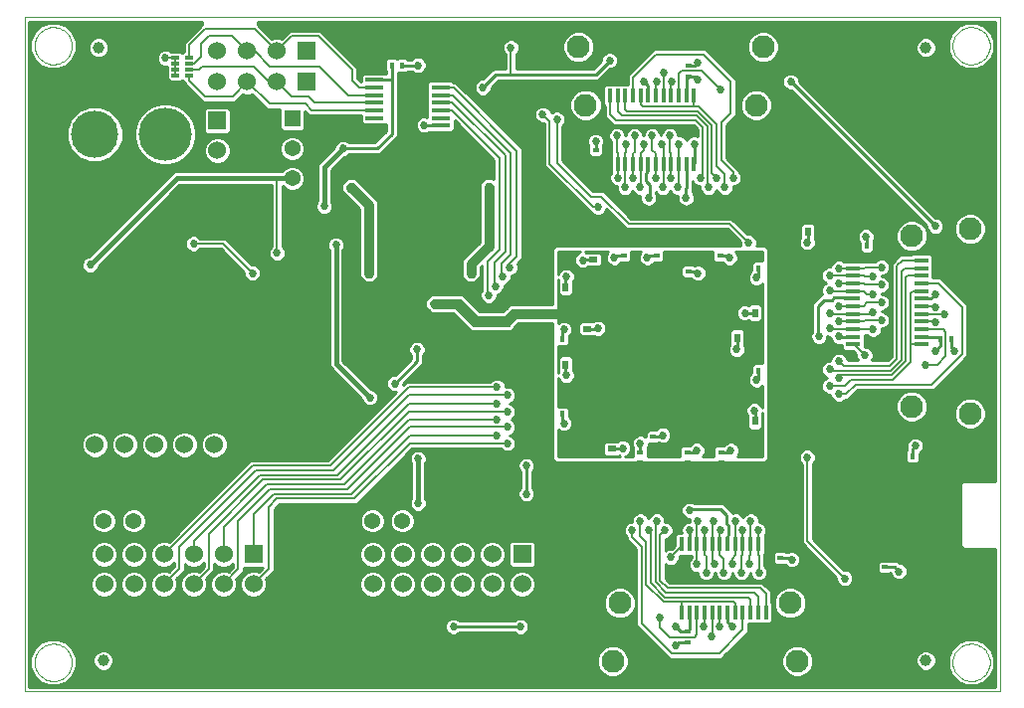
<source format=gbl>
G75*
%MOIN*%
%OFA0B0*%
%FSLAX24Y24*%
%IPPOS*%
%LPD*%
%AMOC8*
5,1,8,0,0,1.08239X$1,22.5*
%
%ADD10C,0.0000*%
%ADD11R,0.0197X0.0315*%
%ADD12R,0.0157X0.0197*%
%ADD13R,0.0315X0.0197*%
%ADD14R,0.0197X0.0157*%
%ADD15C,0.0768*%
%ADD16R,0.0157X0.0472*%
%ADD17C,0.1581*%
%ADD18C,0.1778*%
%ADD19R,0.0600X0.0600*%
%ADD20C,0.0600*%
%ADD21R,0.0540X0.0540*%
%ADD22C,0.0540*%
%ADD23R,0.0630X0.0138*%
%ADD24R,0.0256X0.0118*%
%ADD25R,0.0472X0.0157*%
%ADD26C,0.0394*%
%ADD27C,0.0100*%
%ADD28C,0.0270*%
%ADD29C,0.0060*%
%ADD30C,0.0160*%
D10*
X000873Y004647D02*
X000873Y027246D01*
X033550Y027246D01*
X033550Y004647D01*
X000873Y004647D01*
X001213Y005612D02*
X001215Y005662D01*
X001221Y005711D01*
X001231Y005760D01*
X001244Y005807D01*
X001262Y005854D01*
X001283Y005899D01*
X001307Y005942D01*
X001335Y005983D01*
X001366Y006022D01*
X001400Y006058D01*
X001437Y006092D01*
X001477Y006122D01*
X001518Y006149D01*
X001562Y006173D01*
X001607Y006193D01*
X001654Y006209D01*
X001702Y006222D01*
X001751Y006231D01*
X001801Y006236D01*
X001850Y006237D01*
X001900Y006234D01*
X001949Y006227D01*
X001998Y006216D01*
X002045Y006202D01*
X002091Y006183D01*
X002136Y006161D01*
X002179Y006136D01*
X002219Y006107D01*
X002257Y006075D01*
X002293Y006041D01*
X002326Y006003D01*
X002355Y005963D01*
X002381Y005921D01*
X002404Y005877D01*
X002423Y005831D01*
X002439Y005784D01*
X002451Y005735D01*
X002459Y005686D01*
X002463Y005637D01*
X002463Y005587D01*
X002459Y005538D01*
X002451Y005489D01*
X002439Y005440D01*
X002423Y005393D01*
X002404Y005347D01*
X002381Y005303D01*
X002355Y005261D01*
X002326Y005221D01*
X002293Y005183D01*
X002257Y005149D01*
X002219Y005117D01*
X002179Y005088D01*
X002136Y005063D01*
X002091Y005041D01*
X002045Y005022D01*
X001998Y005008D01*
X001949Y004997D01*
X001900Y004990D01*
X001850Y004987D01*
X001801Y004988D01*
X001751Y004993D01*
X001702Y005002D01*
X001654Y005015D01*
X001607Y005031D01*
X001562Y005051D01*
X001518Y005075D01*
X001477Y005102D01*
X001437Y005132D01*
X001400Y005166D01*
X001366Y005202D01*
X001335Y005241D01*
X001307Y005282D01*
X001283Y005325D01*
X001262Y005370D01*
X001244Y005417D01*
X001231Y005464D01*
X001221Y005513D01*
X001215Y005562D01*
X001213Y005612D01*
X001213Y026281D02*
X001215Y026331D01*
X001221Y026380D01*
X001231Y026429D01*
X001244Y026476D01*
X001262Y026523D01*
X001283Y026568D01*
X001307Y026611D01*
X001335Y026652D01*
X001366Y026691D01*
X001400Y026727D01*
X001437Y026761D01*
X001477Y026791D01*
X001518Y026818D01*
X001562Y026842D01*
X001607Y026862D01*
X001654Y026878D01*
X001702Y026891D01*
X001751Y026900D01*
X001801Y026905D01*
X001850Y026906D01*
X001900Y026903D01*
X001949Y026896D01*
X001998Y026885D01*
X002045Y026871D01*
X002091Y026852D01*
X002136Y026830D01*
X002179Y026805D01*
X002219Y026776D01*
X002257Y026744D01*
X002293Y026710D01*
X002326Y026672D01*
X002355Y026632D01*
X002381Y026590D01*
X002404Y026546D01*
X002423Y026500D01*
X002439Y026453D01*
X002451Y026404D01*
X002459Y026355D01*
X002463Y026306D01*
X002463Y026256D01*
X002459Y026207D01*
X002451Y026158D01*
X002439Y026109D01*
X002423Y026062D01*
X002404Y026016D01*
X002381Y025972D01*
X002355Y025930D01*
X002326Y025890D01*
X002293Y025852D01*
X002257Y025818D01*
X002219Y025786D01*
X002179Y025757D01*
X002136Y025732D01*
X002091Y025710D01*
X002045Y025691D01*
X001998Y025677D01*
X001949Y025666D01*
X001900Y025659D01*
X001850Y025656D01*
X001801Y025657D01*
X001751Y025662D01*
X001702Y025671D01*
X001654Y025684D01*
X001607Y025700D01*
X001562Y025720D01*
X001518Y025744D01*
X001477Y025771D01*
X001437Y025801D01*
X001400Y025835D01*
X001366Y025871D01*
X001335Y025910D01*
X001307Y025951D01*
X001283Y025994D01*
X001262Y026039D01*
X001244Y026086D01*
X001231Y026133D01*
X001221Y026182D01*
X001215Y026231D01*
X001213Y026281D01*
X031961Y026281D02*
X031963Y026331D01*
X031969Y026380D01*
X031979Y026429D01*
X031992Y026476D01*
X032010Y026523D01*
X032031Y026568D01*
X032055Y026611D01*
X032083Y026652D01*
X032114Y026691D01*
X032148Y026727D01*
X032185Y026761D01*
X032225Y026791D01*
X032266Y026818D01*
X032310Y026842D01*
X032355Y026862D01*
X032402Y026878D01*
X032450Y026891D01*
X032499Y026900D01*
X032549Y026905D01*
X032598Y026906D01*
X032648Y026903D01*
X032697Y026896D01*
X032746Y026885D01*
X032793Y026871D01*
X032839Y026852D01*
X032884Y026830D01*
X032927Y026805D01*
X032967Y026776D01*
X033005Y026744D01*
X033041Y026710D01*
X033074Y026672D01*
X033103Y026632D01*
X033129Y026590D01*
X033152Y026546D01*
X033171Y026500D01*
X033187Y026453D01*
X033199Y026404D01*
X033207Y026355D01*
X033211Y026306D01*
X033211Y026256D01*
X033207Y026207D01*
X033199Y026158D01*
X033187Y026109D01*
X033171Y026062D01*
X033152Y026016D01*
X033129Y025972D01*
X033103Y025930D01*
X033074Y025890D01*
X033041Y025852D01*
X033005Y025818D01*
X032967Y025786D01*
X032927Y025757D01*
X032884Y025732D01*
X032839Y025710D01*
X032793Y025691D01*
X032746Y025677D01*
X032697Y025666D01*
X032648Y025659D01*
X032598Y025656D01*
X032549Y025657D01*
X032499Y025662D01*
X032450Y025671D01*
X032402Y025684D01*
X032355Y025700D01*
X032310Y025720D01*
X032266Y025744D01*
X032225Y025771D01*
X032185Y025801D01*
X032148Y025835D01*
X032114Y025871D01*
X032083Y025910D01*
X032055Y025951D01*
X032031Y025994D01*
X032010Y026039D01*
X031992Y026086D01*
X031979Y026133D01*
X031969Y026182D01*
X031963Y026231D01*
X031961Y026281D01*
X031961Y005612D02*
X031963Y005662D01*
X031969Y005711D01*
X031979Y005760D01*
X031992Y005807D01*
X032010Y005854D01*
X032031Y005899D01*
X032055Y005942D01*
X032083Y005983D01*
X032114Y006022D01*
X032148Y006058D01*
X032185Y006092D01*
X032225Y006122D01*
X032266Y006149D01*
X032310Y006173D01*
X032355Y006193D01*
X032402Y006209D01*
X032450Y006222D01*
X032499Y006231D01*
X032549Y006236D01*
X032598Y006237D01*
X032648Y006234D01*
X032697Y006227D01*
X032746Y006216D01*
X032793Y006202D01*
X032839Y006183D01*
X032884Y006161D01*
X032927Y006136D01*
X032967Y006107D01*
X033005Y006075D01*
X033041Y006041D01*
X033074Y006003D01*
X033103Y005963D01*
X033129Y005921D01*
X033152Y005877D01*
X033171Y005831D01*
X033187Y005784D01*
X033199Y005735D01*
X033207Y005686D01*
X033211Y005637D01*
X033211Y005587D01*
X033207Y005538D01*
X033199Y005489D01*
X033187Y005440D01*
X033171Y005393D01*
X033152Y005347D01*
X033129Y005303D01*
X033103Y005261D01*
X033074Y005221D01*
X033041Y005183D01*
X033005Y005149D01*
X032967Y005117D01*
X032927Y005088D01*
X032884Y005063D01*
X032839Y005041D01*
X032793Y005022D01*
X032746Y005008D01*
X032697Y004997D01*
X032648Y004990D01*
X032598Y004987D01*
X032549Y004988D01*
X032499Y004993D01*
X032450Y005002D01*
X032402Y005015D01*
X032355Y005031D01*
X032310Y005051D01*
X032266Y005075D01*
X032225Y005102D01*
X032185Y005132D01*
X032148Y005166D01*
X032114Y005202D01*
X032083Y005241D01*
X032055Y005282D01*
X032031Y005325D01*
X032010Y005370D01*
X031992Y005417D01*
X031979Y005464D01*
X031969Y005513D01*
X031963Y005562D01*
X031961Y005612D01*
D11*
X025932Y013702D03*
X025342Y013702D03*
X025342Y016498D03*
X024751Y016498D03*
X025342Y017324D03*
X025932Y017324D03*
X026523Y020041D03*
X027113Y020041D03*
X019003Y018191D03*
X018412Y018191D03*
X018412Y015592D03*
X019003Y015592D03*
D12*
X018885Y016458D03*
X018531Y016458D03*
X018531Y013939D03*
X018885Y013939D03*
X025460Y015395D03*
X025814Y015395D03*
X025814Y018820D03*
X025460Y018820D03*
X028727Y019569D03*
X029082Y019569D03*
X031562Y016458D03*
X031916Y016458D03*
X030617Y012521D03*
X030263Y012521D03*
X013531Y025631D03*
X013176Y025631D03*
D13*
X019928Y019706D03*
X019928Y019116D03*
X019731Y016793D03*
X019731Y016202D03*
X020558Y012777D03*
X020558Y012187D03*
D14*
X021503Y012305D03*
X021503Y012659D03*
X021936Y012817D03*
X021936Y013171D03*
X023078Y012659D03*
X023078Y012305D03*
X024219Y012305D03*
X024219Y012659D03*
X026188Y009470D03*
X026188Y009116D03*
X029692Y009155D03*
X029692Y008801D03*
X023078Y006635D03*
X023078Y006281D03*
X023117Y018722D03*
X023117Y019076D03*
X022054Y019234D03*
X022054Y019588D03*
X020952Y019588D03*
X020952Y019234D03*
X024180Y019234D03*
X024180Y019588D03*
X020007Y022423D03*
X020007Y022777D03*
X023117Y025257D03*
X023117Y025612D03*
D15*
X025381Y024293D03*
X025617Y026242D03*
X019672Y024293D03*
X019436Y026242D03*
X030597Y019903D03*
X032546Y020139D03*
X030597Y014194D03*
X032546Y013958D03*
X026523Y007600D03*
X026759Y005651D03*
X020814Y007600D03*
X020578Y005651D03*
D16*
X022891Y007285D03*
X023147Y007285D03*
X023403Y007285D03*
X023658Y007285D03*
X023914Y007285D03*
X024170Y007285D03*
X024426Y007285D03*
X024682Y007285D03*
X024938Y007285D03*
X025194Y007285D03*
X025450Y007285D03*
X025706Y007285D03*
X025706Y009569D03*
X025450Y009569D03*
X025194Y009569D03*
X024938Y009569D03*
X024682Y009569D03*
X024426Y009569D03*
X024170Y009569D03*
X023914Y009569D03*
X023658Y009569D03*
X023403Y009569D03*
X023147Y009569D03*
X022891Y009569D03*
X022792Y022324D03*
X022536Y022324D03*
X022281Y022324D03*
X022025Y022324D03*
X021769Y022324D03*
X021513Y022324D03*
X021257Y022324D03*
X021001Y022324D03*
X020745Y022324D03*
X020489Y022324D03*
X023048Y022324D03*
X023304Y022324D03*
X023304Y024608D03*
X023048Y024608D03*
X022792Y024608D03*
X022536Y024608D03*
X022281Y024608D03*
X022025Y024608D03*
X021769Y024608D03*
X021513Y024608D03*
X021257Y024608D03*
X021001Y024608D03*
X020745Y024608D03*
X020489Y024608D03*
D17*
X003235Y023309D03*
D18*
X005597Y023309D03*
D19*
X007330Y023769D03*
X010326Y025080D03*
X010326Y026104D03*
X002231Y012915D03*
X008546Y009242D03*
X017546Y009242D03*
D20*
X016546Y009242D03*
X015546Y009242D03*
X014546Y009242D03*
X013546Y009242D03*
X012546Y009242D03*
X012546Y008242D03*
X013546Y008242D03*
X014546Y008242D03*
X015546Y008242D03*
X016546Y008242D03*
X017546Y008242D03*
X008546Y008242D03*
X007546Y008242D03*
X006546Y008242D03*
X005546Y008242D03*
X004546Y008242D03*
X003546Y008242D03*
X003546Y009242D03*
X004546Y009242D03*
X005546Y009242D03*
X006546Y009242D03*
X007546Y009242D03*
X007231Y012915D03*
X006231Y012915D03*
X005231Y012915D03*
X004231Y012915D03*
X003231Y012915D03*
X007330Y022769D03*
X007326Y025080D03*
X008326Y025080D03*
X009326Y025080D03*
X009326Y026104D03*
X008326Y026104D03*
X007326Y026104D03*
D21*
X009849Y023836D03*
X011527Y010356D03*
X002527Y010356D03*
D22*
X003527Y010356D03*
X004527Y010356D03*
X012527Y010356D03*
X013527Y010356D03*
X009849Y021836D03*
X009849Y022836D03*
D23*
X012605Y023604D03*
X012605Y023860D03*
X012605Y024116D03*
X012605Y024372D03*
X012605Y024628D03*
X012605Y024883D03*
X012605Y025139D03*
X014810Y025139D03*
X014810Y024883D03*
X014810Y024628D03*
X014810Y024372D03*
X014810Y024116D03*
X014810Y023860D03*
X014810Y023604D03*
D24*
X006391Y025297D03*
X006391Y025494D03*
X006391Y025691D03*
X006391Y025887D03*
X005939Y025887D03*
X005939Y025691D03*
X005939Y025494D03*
X005939Y025297D03*
D25*
X028629Y019086D03*
X028629Y018830D03*
X028629Y018574D03*
X028629Y018319D03*
X028629Y018063D03*
X028629Y017807D03*
X028629Y017551D03*
X028629Y017295D03*
X028629Y017039D03*
X028629Y016783D03*
X028629Y016527D03*
X028629Y016271D03*
X030912Y016271D03*
X030912Y016527D03*
X030912Y016783D03*
X030912Y017039D03*
X030912Y017295D03*
X030912Y017551D03*
X030912Y017807D03*
X030912Y018063D03*
X030912Y018319D03*
X030912Y018574D03*
X030912Y018830D03*
X030912Y019086D03*
D26*
X031070Y026222D03*
X003353Y026222D03*
X003511Y005671D03*
X031070Y005671D03*
D27*
X031389Y005534D02*
X031811Y005534D01*
X031811Y005458D02*
X031929Y005173D01*
X032147Y004955D01*
X032431Y004837D01*
X032740Y004837D01*
X033025Y004955D01*
X033243Y005173D01*
X033361Y005458D01*
X033361Y005766D01*
X033243Y006051D01*
X033025Y006269D01*
X032740Y006387D01*
X032431Y006387D01*
X032147Y006269D01*
X031929Y006051D01*
X031811Y005766D01*
X031811Y005458D01*
X031820Y005435D02*
X031325Y005435D01*
X031364Y005474D02*
X031417Y005602D01*
X031417Y005740D01*
X031364Y005867D01*
X031266Y005965D01*
X031139Y006018D01*
X031001Y006018D01*
X030873Y005965D01*
X030776Y005867D01*
X030723Y005740D01*
X030723Y005602D01*
X030776Y005474D01*
X030873Y005377D01*
X031001Y005324D01*
X031139Y005324D01*
X031266Y005377D01*
X031364Y005474D01*
X031417Y005632D02*
X031811Y005632D01*
X031811Y005731D02*
X031417Y005731D01*
X031380Y005829D02*
X031837Y005829D01*
X031878Y005928D02*
X031304Y005928D01*
X031918Y006026D02*
X027139Y006026D01*
X027211Y005954D02*
X027061Y006104D01*
X026865Y006185D01*
X026653Y006185D01*
X026456Y006104D01*
X026306Y005954D01*
X026225Y005757D01*
X026225Y005545D01*
X026306Y005349D01*
X026456Y005199D01*
X026653Y005117D01*
X026865Y005117D01*
X027061Y005199D01*
X027211Y005349D01*
X027293Y005545D01*
X027293Y005757D01*
X027211Y005954D01*
X027222Y005928D02*
X030836Y005928D01*
X030760Y005829D02*
X027263Y005829D01*
X027293Y005731D02*
X030723Y005731D01*
X030723Y005632D02*
X027293Y005632D01*
X027288Y005534D02*
X030751Y005534D01*
X030815Y005435D02*
X027247Y005435D01*
X027199Y005337D02*
X030970Y005337D01*
X031170Y005337D02*
X031861Y005337D01*
X031902Y005238D02*
X027101Y005238D01*
X026919Y005140D02*
X031962Y005140D01*
X032060Y005041D02*
X002363Y005041D01*
X002277Y004955D02*
X002495Y005173D01*
X002613Y005458D01*
X002613Y005766D01*
X002495Y006051D01*
X002277Y006269D01*
X001992Y006387D01*
X001683Y006387D01*
X001399Y006269D01*
X001181Y006051D01*
X001063Y005766D01*
X001063Y005458D01*
X001181Y005173D01*
X001399Y004955D01*
X001683Y004837D01*
X001992Y004837D01*
X002277Y004955D01*
X002248Y004943D02*
X032176Y004943D01*
X032414Y004844D02*
X002010Y004844D01*
X001665Y004844D02*
X001023Y004844D01*
X001023Y004797D02*
X001023Y027096D01*
X006835Y027096D01*
X006835Y027005D01*
X006756Y026927D01*
X006211Y026382D01*
X006211Y026096D01*
X006201Y026096D01*
X006165Y026060D01*
X006129Y026096D01*
X005772Y026096D01*
X005759Y026109D01*
X005654Y026153D01*
X005541Y026153D01*
X005436Y026109D01*
X005356Y026029D01*
X005312Y025924D01*
X005312Y025811D01*
X005356Y025706D01*
X005436Y025626D01*
X005541Y025583D01*
X005654Y025583D01*
X005661Y025585D01*
X005661Y025176D01*
X005748Y025088D01*
X006129Y025088D01*
X006165Y025124D01*
X006201Y025088D01*
X006211Y025088D01*
X006211Y025039D01*
X006756Y024494D01*
X006861Y024389D01*
X007783Y024389D01*
X007786Y024386D01*
X007857Y024389D01*
X007928Y024389D01*
X007931Y024391D01*
X007935Y024392D01*
X007983Y024444D01*
X008033Y024494D01*
X008033Y024498D01*
X008178Y024655D01*
X008236Y024630D01*
X008415Y024630D01*
X008490Y024661D01*
X008999Y024152D01*
X009148Y024152D01*
X009429Y024152D01*
X009429Y023504D01*
X009517Y023416D01*
X010182Y023416D01*
X010269Y023504D01*
X010269Y024091D01*
X010424Y023936D01*
X012140Y023936D01*
X012140Y023729D01*
X012228Y023641D01*
X012976Y023641D01*
X012976Y023411D01*
X012601Y023036D01*
X011745Y023036D01*
X011704Y023078D01*
X011599Y023121D01*
X011486Y023121D01*
X011381Y023078D01*
X011301Y022998D01*
X011257Y022893D01*
X011257Y022876D01*
X010682Y022302D01*
X010682Y021080D01*
X010671Y021069D01*
X010627Y020964D01*
X010627Y020850D01*
X010671Y020746D01*
X010751Y020665D01*
X010856Y020622D01*
X010969Y020622D01*
X011074Y020665D01*
X011154Y020746D01*
X011197Y020850D01*
X011197Y020964D01*
X011154Y021069D01*
X011142Y021080D01*
X011142Y022111D01*
X011583Y022551D01*
X011599Y022551D01*
X011704Y022595D01*
X011745Y022636D01*
X012767Y022636D01*
X012884Y022753D01*
X013376Y023246D01*
X013376Y025397D01*
X013390Y025383D01*
X013671Y025383D01*
X013720Y025431D01*
X013859Y025431D01*
X013901Y025390D01*
X014005Y025346D01*
X014119Y025346D01*
X014223Y025390D01*
X014304Y025470D01*
X014347Y025575D01*
X014347Y025688D01*
X014304Y025793D01*
X014223Y025873D01*
X014119Y025916D01*
X014005Y025916D01*
X013901Y025873D01*
X013859Y025831D01*
X013720Y025831D01*
X013671Y025880D01*
X013390Y025880D01*
X013353Y025844D01*
X013317Y025880D01*
X013035Y025880D01*
X012947Y025792D01*
X012947Y025471D01*
X012976Y025442D01*
X012976Y025358D01*
X012228Y025358D01*
X012140Y025270D01*
X012140Y025091D01*
X012037Y025194D01*
X012037Y025549D01*
X011932Y025654D01*
X010896Y026690D01*
X010790Y026796D01*
X009763Y026796D01*
X009490Y026523D01*
X009415Y026554D01*
X009236Y026554D01*
X009161Y026523D01*
X008691Y026993D01*
X008691Y027096D01*
X033400Y027096D01*
X033400Y011687D01*
X032307Y011687D01*
X032219Y011599D01*
X032219Y009506D01*
X032307Y009419D01*
X033400Y009419D01*
X033400Y004797D01*
X001023Y004797D01*
X001023Y004943D02*
X001428Y004943D01*
X001312Y005041D02*
X001023Y005041D01*
X001023Y005140D02*
X001214Y005140D01*
X001153Y005238D02*
X001023Y005238D01*
X001023Y005337D02*
X001113Y005337D01*
X001072Y005435D02*
X001023Y005435D01*
X001023Y005534D02*
X001063Y005534D01*
X001063Y005632D02*
X001023Y005632D01*
X001023Y005731D02*
X001063Y005731D01*
X001089Y005829D02*
X001023Y005829D01*
X001023Y005928D02*
X001130Y005928D01*
X001170Y006026D02*
X001023Y006026D01*
X001023Y006125D02*
X001255Y006125D01*
X001353Y006223D02*
X001023Y006223D01*
X001023Y006322D02*
X001526Y006322D01*
X001023Y006420D02*
X021798Y006420D01*
X021897Y006322D02*
X002149Y006322D01*
X002322Y006223D02*
X021995Y006223D01*
X022094Y006125D02*
X020830Y006125D01*
X020880Y006104D02*
X020684Y006185D01*
X020472Y006185D01*
X020275Y006104D01*
X020125Y005954D01*
X020044Y005757D01*
X020044Y005545D01*
X020125Y005349D01*
X020275Y005199D01*
X020472Y005117D01*
X020684Y005117D01*
X020880Y005199D01*
X021030Y005349D01*
X021112Y005545D01*
X021112Y005757D01*
X021030Y005954D01*
X020880Y006104D01*
X020958Y006026D02*
X022192Y006026D01*
X022291Y005928D02*
X021041Y005928D01*
X021082Y005829D02*
X022389Y005829D01*
X022488Y005731D02*
X021112Y005731D01*
X021112Y005632D02*
X026225Y005632D01*
X026230Y005534D02*
X021107Y005534D01*
X021066Y005435D02*
X026270Y005435D01*
X026318Y005337D02*
X021018Y005337D01*
X020920Y005238D02*
X026417Y005238D01*
X026599Y005140D02*
X020738Y005140D01*
X020417Y005140D02*
X002462Y005140D01*
X002522Y005238D02*
X020236Y005238D01*
X020137Y005337D02*
X003611Y005337D01*
X003580Y005324D02*
X003707Y005377D01*
X003805Y005474D01*
X003858Y005602D01*
X003858Y005740D01*
X003805Y005867D01*
X003707Y005965D01*
X003580Y006018D01*
X003442Y006018D01*
X003314Y005965D01*
X003217Y005867D01*
X003164Y005740D01*
X003164Y005602D01*
X003217Y005474D01*
X003314Y005377D01*
X003442Y005324D01*
X003580Y005324D01*
X003411Y005337D02*
X002563Y005337D01*
X002603Y005435D02*
X003256Y005435D01*
X003192Y005534D02*
X002613Y005534D01*
X002613Y005632D02*
X003164Y005632D01*
X003164Y005731D02*
X002613Y005731D01*
X002586Y005829D02*
X003201Y005829D01*
X003277Y005928D02*
X002546Y005928D01*
X002505Y006026D02*
X020198Y006026D01*
X020114Y005928D02*
X003744Y005928D01*
X003821Y005829D02*
X020074Y005829D01*
X020044Y005731D02*
X003858Y005731D01*
X003858Y005632D02*
X020044Y005632D01*
X020049Y005534D02*
X003829Y005534D01*
X003766Y005435D02*
X020089Y005435D01*
X020326Y006125D02*
X002421Y006125D01*
X001023Y006519D02*
X021700Y006519D01*
X021601Y006617D02*
X017695Y006617D01*
X017729Y006651D02*
X017772Y006756D01*
X017772Y006869D01*
X017729Y006974D01*
X017649Y007054D01*
X017544Y007098D01*
X017431Y007098D01*
X017326Y007054D01*
X017284Y007013D01*
X015446Y007013D01*
X015405Y007054D01*
X015300Y007098D01*
X015186Y007098D01*
X015082Y007054D01*
X015001Y006974D01*
X014958Y006869D01*
X014958Y006756D01*
X015001Y006651D01*
X015082Y006571D01*
X015186Y006528D01*
X015300Y006528D01*
X015405Y006571D01*
X015446Y006613D01*
X017284Y006613D01*
X017326Y006571D01*
X017431Y006528D01*
X017544Y006528D01*
X017649Y006571D01*
X017729Y006651D01*
X017756Y006716D02*
X021503Y006716D01*
X021468Y006751D02*
X022491Y005727D01*
X024215Y005727D01*
X024321Y005833D01*
X025118Y006630D01*
X025118Y006899D01*
X025847Y006899D01*
X025934Y006987D01*
X025934Y007583D01*
X025886Y007632D01*
X025886Y007999D01*
X025699Y008186D01*
X025593Y008292D01*
X022483Y008292D01*
X022352Y008423D01*
X022352Y008907D01*
X022365Y008894D01*
X022470Y008850D01*
X022583Y008850D01*
X022688Y008894D01*
X022768Y008974D01*
X022812Y009079D01*
X022812Y009166D01*
X022828Y009182D01*
X023213Y009182D01*
X023213Y009122D01*
X023151Y009061D01*
X023108Y008956D01*
X023108Y008843D01*
X023151Y008738D01*
X023231Y008658D01*
X023336Y008614D01*
X023423Y008614D01*
X023423Y008567D01*
X023466Y008462D01*
X023546Y008382D01*
X023651Y008339D01*
X023764Y008339D01*
X023869Y008382D01*
X023949Y008462D01*
X023993Y008567D01*
X023993Y008614D01*
X024013Y008614D01*
X024013Y008567D01*
X024057Y008462D01*
X024137Y008382D01*
X024242Y008339D01*
X024355Y008339D01*
X024460Y008382D01*
X024540Y008462D01*
X024583Y008567D01*
X024583Y008614D01*
X024604Y008614D01*
X024604Y008567D01*
X024647Y008462D01*
X024727Y008382D01*
X024832Y008339D01*
X024945Y008339D01*
X025050Y008382D01*
X025130Y008462D01*
X025174Y008567D01*
X025174Y008614D01*
X025194Y008614D01*
X025194Y008567D01*
X025238Y008462D01*
X025318Y008382D01*
X025423Y008339D01*
X025536Y008339D01*
X025641Y008382D01*
X025721Y008462D01*
X025764Y008567D01*
X025764Y008680D01*
X025721Y008785D01*
X025659Y008847D01*
X025659Y009249D01*
X025659Y009250D01*
X025679Y009270D01*
X025679Y009867D01*
X025674Y009872D01*
X025682Y009880D01*
X025725Y009984D01*
X025725Y010098D01*
X025682Y010202D01*
X025601Y010283D01*
X025497Y010326D01*
X025489Y010326D01*
X025489Y010413D01*
X025445Y010517D01*
X025365Y010598D01*
X025260Y010641D01*
X025147Y010641D01*
X025042Y010598D01*
X024962Y010517D01*
X024948Y010483D01*
X024934Y010517D01*
X024853Y010598D01*
X024749Y010641D01*
X024635Y010641D01*
X024577Y010617D01*
X024577Y010636D01*
X024380Y010832D01*
X024263Y010950D01*
X023320Y010950D01*
X023318Y010952D01*
X023213Y010995D01*
X023100Y010995D01*
X022995Y010952D01*
X022915Y010872D01*
X022871Y010767D01*
X022871Y010654D01*
X022915Y010549D01*
X022995Y010469D01*
X023100Y010425D01*
X023152Y010425D01*
X023147Y010413D01*
X023147Y010326D01*
X023100Y010326D01*
X022995Y010283D01*
X022915Y010202D01*
X022871Y010098D01*
X022871Y009984D01*
X022884Y009955D01*
X022750Y009955D01*
X022662Y009867D01*
X022662Y009525D01*
X022557Y009420D01*
X022470Y009420D01*
X022365Y009377D01*
X022352Y009364D01*
X022352Y009756D01*
X022386Y009756D01*
X022491Y009799D01*
X022571Y009880D01*
X022615Y009984D01*
X022615Y010098D01*
X022571Y010202D01*
X022491Y010283D01*
X022386Y010326D01*
X022339Y010326D01*
X022339Y010413D01*
X022296Y010517D01*
X022216Y010598D01*
X022111Y010641D01*
X021997Y010641D01*
X021893Y010598D01*
X021813Y010517D01*
X021779Y010435D01*
X021745Y010517D01*
X021664Y010598D01*
X021560Y010641D01*
X021446Y010641D01*
X021342Y010598D01*
X021261Y010517D01*
X021218Y010413D01*
X021218Y010326D01*
X021171Y010326D01*
X021066Y010283D01*
X020986Y010202D01*
X020942Y010098D01*
X020942Y009984D01*
X020986Y009880D01*
X021047Y009818D01*
X021047Y009730D01*
X021362Y009415D01*
X021362Y006856D01*
X021468Y006751D01*
X021404Y006814D02*
X017772Y006814D01*
X017754Y006913D02*
X021362Y006913D01*
X021362Y007011D02*
X017692Y007011D01*
X017487Y006813D02*
X015243Y006813D01*
X015039Y007011D02*
X001023Y007011D01*
X001023Y006913D02*
X014976Y006913D01*
X014958Y006814D02*
X001023Y006814D01*
X001023Y006716D02*
X014975Y006716D01*
X015035Y006617D02*
X001023Y006617D01*
X001023Y007110D02*
X020603Y007110D01*
X020512Y007147D02*
X020708Y007066D01*
X020920Y007066D01*
X021116Y007147D01*
X021267Y007298D01*
X021348Y007494D01*
X021348Y007706D01*
X021267Y007902D01*
X021116Y008053D01*
X020920Y008134D01*
X020708Y008134D01*
X020512Y008053D01*
X020361Y007902D01*
X020280Y007706D01*
X020280Y007494D01*
X020361Y007298D01*
X020512Y007147D01*
X020451Y007208D02*
X001023Y007208D01*
X001023Y007307D02*
X020358Y007307D01*
X020317Y007405D02*
X001023Y007405D01*
X001023Y007504D02*
X020280Y007504D01*
X020280Y007602D02*
X001023Y007602D01*
X001023Y007701D02*
X020280Y007701D01*
X020319Y007799D02*
X017654Y007799D01*
X017636Y007792D02*
X017801Y007860D01*
X017928Y007987D01*
X017996Y008152D01*
X017996Y008331D01*
X017928Y008497D01*
X017801Y008623D01*
X017636Y008692D01*
X017457Y008692D01*
X017291Y008623D01*
X017165Y008497D01*
X017096Y008331D01*
X017096Y008152D01*
X017165Y007987D01*
X017291Y007860D01*
X017457Y007792D01*
X017636Y007792D01*
X017439Y007799D02*
X016654Y007799D01*
X016636Y007792D02*
X016801Y007860D01*
X016928Y007987D01*
X016996Y008152D01*
X016996Y008331D01*
X016928Y008497D01*
X016801Y008623D01*
X016636Y008692D01*
X016457Y008692D01*
X016291Y008623D01*
X016165Y008497D01*
X016096Y008331D01*
X016096Y008152D01*
X016165Y007987D01*
X016291Y007860D01*
X016457Y007792D01*
X016636Y007792D01*
X016439Y007799D02*
X015654Y007799D01*
X015636Y007792D02*
X015801Y007860D01*
X015928Y007987D01*
X015996Y008152D01*
X015996Y008331D01*
X015928Y008497D01*
X015801Y008623D01*
X015636Y008692D01*
X015457Y008692D01*
X015291Y008623D01*
X015165Y008497D01*
X015096Y008331D01*
X015096Y008152D01*
X015165Y007987D01*
X015291Y007860D01*
X015457Y007792D01*
X015636Y007792D01*
X015439Y007799D02*
X014654Y007799D01*
X014636Y007792D02*
X014801Y007860D01*
X014928Y007987D01*
X014996Y008152D01*
X014996Y008331D01*
X014928Y008497D01*
X014801Y008623D01*
X014636Y008692D01*
X014457Y008692D01*
X014291Y008623D01*
X014165Y008497D01*
X014096Y008331D01*
X014096Y008152D01*
X014165Y007987D01*
X014291Y007860D01*
X014457Y007792D01*
X014636Y007792D01*
X014439Y007799D02*
X013654Y007799D01*
X013636Y007792D02*
X013801Y007860D01*
X013928Y007987D01*
X013996Y008152D01*
X013996Y008331D01*
X013928Y008497D01*
X013801Y008623D01*
X013636Y008692D01*
X013457Y008692D01*
X013291Y008623D01*
X013165Y008497D01*
X013096Y008331D01*
X013096Y008152D01*
X013165Y007987D01*
X013291Y007860D01*
X013457Y007792D01*
X013636Y007792D01*
X013439Y007799D02*
X012654Y007799D01*
X012636Y007792D02*
X012801Y007860D01*
X012928Y007987D01*
X012996Y008152D01*
X012996Y008331D01*
X012928Y008497D01*
X012801Y008623D01*
X012636Y008692D01*
X012457Y008692D01*
X012291Y008623D01*
X012165Y008497D01*
X012096Y008331D01*
X012096Y008152D01*
X012165Y007987D01*
X012291Y007860D01*
X012457Y007792D01*
X012636Y007792D01*
X012439Y007799D02*
X008654Y007799D01*
X008636Y007792D02*
X008801Y007860D01*
X008928Y007987D01*
X008996Y008152D01*
X008996Y008331D01*
X008965Y008406D01*
X009242Y008683D01*
X009242Y010754D01*
X009412Y010924D01*
X012011Y010924D01*
X012116Y011029D01*
X013861Y012774D01*
X016831Y012774D01*
X016893Y012713D01*
X016997Y012669D01*
X017111Y012669D01*
X017216Y012713D01*
X017296Y012793D01*
X017339Y012898D01*
X017339Y013011D01*
X017296Y013116D01*
X017216Y013196D01*
X017134Y013230D01*
X017216Y013264D01*
X017296Y013344D01*
X017339Y013449D01*
X017339Y013562D01*
X017296Y013667D01*
X017216Y013747D01*
X017181Y013761D01*
X017216Y013776D01*
X017296Y013856D01*
X017339Y013961D01*
X017339Y014074D01*
X017296Y014179D01*
X017216Y014259D01*
X017134Y014293D01*
X017216Y014327D01*
X017296Y014407D01*
X017339Y014512D01*
X017339Y014625D01*
X017296Y014730D01*
X017216Y014810D01*
X017111Y014854D01*
X016997Y014854D01*
X016985Y014848D01*
X016985Y014901D01*
X016941Y015006D01*
X016861Y015086D01*
X016756Y015129D01*
X016643Y015129D01*
X016538Y015086D01*
X016477Y015024D01*
X013672Y015024D01*
X013560Y014911D01*
X013560Y014964D01*
X014223Y015627D01*
X014223Y015901D01*
X014264Y015942D01*
X014308Y016047D01*
X014308Y016161D01*
X014264Y016265D01*
X014184Y016346D01*
X014079Y016389D01*
X013966Y016389D01*
X013861Y016346D01*
X013781Y016265D01*
X013738Y016161D01*
X013738Y016047D01*
X013781Y015942D01*
X013823Y015901D01*
X013823Y015793D01*
X013277Y015247D01*
X013218Y015247D01*
X013113Y015204D01*
X013033Y015124D01*
X012990Y015019D01*
X012990Y014906D01*
X013033Y014801D01*
X013113Y014721D01*
X013218Y014677D01*
X013326Y014677D01*
X011035Y012386D01*
X008436Y012386D01*
X005711Y009661D01*
X005636Y009692D01*
X005457Y009692D01*
X005291Y009623D01*
X005165Y009497D01*
X005096Y009331D01*
X005096Y009152D01*
X005165Y008987D01*
X005291Y008860D01*
X005457Y008792D01*
X005636Y008792D01*
X005801Y008860D01*
X005890Y008949D01*
X005890Y008840D01*
X005711Y008661D01*
X005636Y008692D01*
X005457Y008692D01*
X005291Y008623D01*
X005165Y008497D01*
X005096Y008331D01*
X005096Y008152D01*
X005165Y007987D01*
X005291Y007860D01*
X005457Y007792D01*
X005636Y007792D01*
X005801Y007860D01*
X005928Y007987D01*
X005996Y008152D01*
X005996Y008331D01*
X005965Y008406D01*
X006250Y008691D01*
X006250Y008902D01*
X006291Y008860D01*
X006457Y008792D01*
X006636Y008792D01*
X006801Y008860D01*
X006874Y008933D01*
X006874Y008824D01*
X006711Y008661D01*
X006636Y008692D01*
X006457Y008692D01*
X006291Y008623D01*
X006165Y008497D01*
X006096Y008331D01*
X006096Y008152D01*
X006165Y007987D01*
X006291Y007860D01*
X006457Y007792D01*
X006636Y007792D01*
X006801Y007860D01*
X006928Y007987D01*
X006996Y008152D01*
X006996Y008331D01*
X006965Y008406D01*
X007234Y008675D01*
X007234Y008917D01*
X007291Y008860D01*
X007457Y008792D01*
X007636Y008792D01*
X007801Y008860D01*
X007858Y008917D01*
X007858Y008808D01*
X007711Y008661D01*
X007636Y008692D01*
X007457Y008692D01*
X007291Y008623D01*
X007165Y008497D01*
X007096Y008331D01*
X007096Y008152D01*
X007165Y007987D01*
X007291Y007860D01*
X007457Y007792D01*
X007636Y007792D01*
X007801Y007860D01*
X007928Y007987D01*
X007996Y008152D01*
X007996Y008331D01*
X007965Y008406D01*
X008218Y008659D01*
X008218Y008792D01*
X008842Y008792D01*
X008711Y008661D01*
X008636Y008692D01*
X008457Y008692D01*
X008291Y008623D01*
X008165Y008497D01*
X008096Y008331D01*
X008096Y008152D01*
X008165Y007987D01*
X008291Y007860D01*
X008457Y007792D01*
X008636Y007792D01*
X008439Y007799D02*
X007654Y007799D01*
X007839Y007898D02*
X008254Y007898D01*
X008161Y007996D02*
X007932Y007996D01*
X007972Y008095D02*
X008120Y008095D01*
X008096Y008193D02*
X007996Y008193D01*
X007996Y008292D02*
X008096Y008292D01*
X008121Y008390D02*
X007972Y008390D01*
X008048Y008489D02*
X008162Y008489D01*
X008146Y008587D02*
X008255Y008587D01*
X008218Y008686D02*
X008442Y008686D01*
X008650Y008686D02*
X008736Y008686D01*
X008834Y008784D02*
X008218Y008784D01*
X007858Y008883D02*
X007824Y008883D01*
X007834Y008784D02*
X007234Y008784D01*
X007234Y008686D02*
X007442Y008686D01*
X007650Y008686D02*
X007736Y008686D01*
X007255Y008587D02*
X007146Y008587D01*
X007162Y008489D02*
X007048Y008489D01*
X007121Y008390D02*
X006972Y008390D01*
X006996Y008292D02*
X007096Y008292D01*
X007096Y008193D02*
X006996Y008193D01*
X006972Y008095D02*
X007120Y008095D01*
X007161Y007996D02*
X006932Y007996D01*
X006839Y007898D02*
X007254Y007898D01*
X007439Y007799D02*
X006654Y007799D01*
X006439Y007799D02*
X005654Y007799D01*
X005839Y007898D02*
X006254Y007898D01*
X006161Y007996D02*
X005932Y007996D01*
X005972Y008095D02*
X006120Y008095D01*
X006096Y008193D02*
X005996Y008193D01*
X005996Y008292D02*
X006096Y008292D01*
X006121Y008390D02*
X005972Y008390D01*
X006048Y008489D02*
X006162Y008489D01*
X006146Y008587D02*
X006255Y008587D01*
X006245Y008686D02*
X006442Y008686D01*
X006650Y008686D02*
X006736Y008686D01*
X006834Y008784D02*
X006250Y008784D01*
X006250Y008883D02*
X006269Y008883D01*
X005890Y008883D02*
X005824Y008883D01*
X005834Y008784D02*
X001023Y008784D01*
X001023Y008686D02*
X003442Y008686D01*
X003457Y008692D02*
X003291Y008623D01*
X003165Y008497D01*
X003096Y008331D01*
X003096Y008152D01*
X003165Y007987D01*
X003291Y007860D01*
X003457Y007792D01*
X003636Y007792D01*
X003801Y007860D01*
X003928Y007987D01*
X003996Y008152D01*
X003996Y008331D01*
X003928Y008497D01*
X003801Y008623D01*
X003636Y008692D01*
X003457Y008692D01*
X003457Y008792D02*
X003636Y008792D01*
X003801Y008860D01*
X003928Y008987D01*
X003996Y009152D01*
X003996Y009331D01*
X003928Y009497D01*
X003801Y009623D01*
X003636Y009692D01*
X003457Y009692D01*
X003291Y009623D01*
X003165Y009497D01*
X003096Y009331D01*
X003096Y009152D01*
X003165Y008987D01*
X003291Y008860D01*
X003457Y008792D01*
X003269Y008883D02*
X001023Y008883D01*
X001023Y008981D02*
X003170Y008981D01*
X003126Y009080D02*
X001023Y009080D01*
X001023Y009178D02*
X003096Y009178D01*
X003096Y009277D02*
X001023Y009277D01*
X001023Y009375D02*
X003114Y009375D01*
X003155Y009474D02*
X001023Y009474D01*
X001023Y009572D02*
X003240Y009572D01*
X003406Y009671D02*
X001023Y009671D01*
X001023Y009769D02*
X005819Y009769D01*
X005721Y009671D02*
X005686Y009671D01*
X005406Y009671D02*
X004686Y009671D01*
X004636Y009692D02*
X004457Y009692D01*
X004291Y009623D01*
X004165Y009497D01*
X004096Y009331D01*
X004096Y009152D01*
X004165Y008987D01*
X004291Y008860D01*
X004457Y008792D01*
X004636Y008792D01*
X004801Y008860D01*
X004928Y008987D01*
X004996Y009152D01*
X004996Y009331D01*
X004928Y009497D01*
X004801Y009623D01*
X004636Y009692D01*
X004406Y009671D02*
X003686Y009671D01*
X003852Y009572D02*
X004240Y009572D01*
X004155Y009474D02*
X003937Y009474D01*
X003978Y009375D02*
X004114Y009375D01*
X004096Y009277D02*
X003996Y009277D01*
X003996Y009178D02*
X004096Y009178D01*
X004126Y009080D02*
X003966Y009080D01*
X003922Y008981D02*
X004170Y008981D01*
X004269Y008883D02*
X003824Y008883D01*
X003650Y008686D02*
X004442Y008686D01*
X004457Y008692D02*
X004291Y008623D01*
X004165Y008497D01*
X004096Y008331D01*
X004096Y008152D01*
X004165Y007987D01*
X004291Y007860D01*
X004457Y007792D01*
X004636Y007792D01*
X004801Y007860D01*
X004928Y007987D01*
X004996Y008152D01*
X004996Y008331D01*
X004928Y008497D01*
X004801Y008623D01*
X004636Y008692D01*
X004457Y008692D01*
X004650Y008686D02*
X005442Y008686D01*
X005650Y008686D02*
X005736Y008686D01*
X005255Y008587D02*
X004837Y008587D01*
X004931Y008489D02*
X005162Y008489D01*
X005121Y008390D02*
X004972Y008390D01*
X004996Y008292D02*
X005096Y008292D01*
X005096Y008193D02*
X004996Y008193D01*
X004972Y008095D02*
X005120Y008095D01*
X005161Y007996D02*
X004932Y007996D01*
X004839Y007898D02*
X005254Y007898D01*
X005439Y007799D02*
X004654Y007799D01*
X004439Y007799D02*
X003654Y007799D01*
X003839Y007898D02*
X004254Y007898D01*
X004161Y007996D02*
X003932Y007996D01*
X003972Y008095D02*
X004120Y008095D01*
X004096Y008193D02*
X003996Y008193D01*
X003996Y008292D02*
X004096Y008292D01*
X004121Y008390D02*
X003972Y008390D01*
X003931Y008489D02*
X004162Y008489D01*
X004255Y008587D02*
X003837Y008587D01*
X003255Y008587D02*
X001023Y008587D01*
X001023Y008489D02*
X003162Y008489D01*
X003121Y008390D02*
X001023Y008390D01*
X001023Y008292D02*
X003096Y008292D01*
X003096Y008193D02*
X001023Y008193D01*
X001023Y008095D02*
X003120Y008095D01*
X003161Y007996D02*
X001023Y007996D01*
X001023Y007898D02*
X003254Y007898D01*
X003439Y007799D02*
X001023Y007799D01*
X001023Y009868D02*
X005918Y009868D01*
X006016Y009966D02*
X004683Y009966D01*
X004610Y009936D02*
X004764Y010000D01*
X004883Y010118D01*
X004947Y010272D01*
X004947Y010439D01*
X004883Y010594D01*
X004764Y010712D01*
X004610Y010776D01*
X004443Y010776D01*
X004289Y010712D01*
X004171Y010594D01*
X004107Y010439D01*
X004107Y010272D01*
X004171Y010118D01*
X004289Y010000D01*
X004443Y009936D01*
X004610Y009936D01*
X004370Y009966D02*
X003683Y009966D01*
X003610Y009936D02*
X003764Y010000D01*
X003883Y010118D01*
X003947Y010272D01*
X003947Y010439D01*
X003883Y010594D01*
X003764Y010712D01*
X003610Y010776D01*
X003443Y010776D01*
X003289Y010712D01*
X003171Y010594D01*
X003107Y010439D01*
X003107Y010272D01*
X003171Y010118D01*
X003289Y010000D01*
X003443Y009936D01*
X003610Y009936D01*
X003370Y009966D02*
X001023Y009966D01*
X001023Y010065D02*
X003224Y010065D01*
X003152Y010163D02*
X001023Y010163D01*
X001023Y010262D02*
X003111Y010262D01*
X003107Y010360D02*
X001023Y010360D01*
X001023Y010459D02*
X003115Y010459D01*
X003155Y010557D02*
X001023Y010557D01*
X001023Y010656D02*
X003232Y010656D01*
X003391Y010754D02*
X001023Y010754D01*
X001023Y010853D02*
X006903Y010853D01*
X007001Y010951D02*
X001023Y010951D01*
X001023Y011050D02*
X007100Y011050D01*
X007198Y011148D02*
X001023Y011148D01*
X001023Y011247D02*
X007297Y011247D01*
X007395Y011345D02*
X001023Y011345D01*
X001023Y011444D02*
X007494Y011444D01*
X007592Y011542D02*
X001023Y011542D01*
X001023Y011641D02*
X007691Y011641D01*
X007789Y011739D02*
X001023Y011739D01*
X001023Y011838D02*
X007888Y011838D01*
X007986Y011936D02*
X001023Y011936D01*
X001023Y012035D02*
X008085Y012035D01*
X008183Y012133D02*
X001023Y012133D01*
X001023Y012232D02*
X008282Y012232D01*
X008380Y012330D02*
X001023Y012330D01*
X001023Y012429D02*
X011077Y012429D01*
X011176Y012527D02*
X007471Y012527D01*
X007486Y012533D02*
X007613Y012660D01*
X007681Y012825D01*
X007681Y013004D01*
X007613Y013170D01*
X007486Y013296D01*
X007321Y013365D01*
X007142Y013365D01*
X006976Y013296D01*
X006850Y013170D01*
X006781Y013004D01*
X006781Y012825D01*
X006850Y012660D01*
X006976Y012533D01*
X007142Y012465D01*
X007321Y012465D01*
X007486Y012533D01*
X007578Y012626D02*
X011274Y012626D01*
X011373Y012724D02*
X007639Y012724D01*
X007680Y012823D02*
X011471Y012823D01*
X011570Y012921D02*
X007681Y012921D01*
X007675Y013020D02*
X011668Y013020D01*
X011767Y013118D02*
X007634Y013118D01*
X007566Y013217D02*
X011865Y013217D01*
X011964Y013315D02*
X007441Y013315D01*
X007022Y013315D02*
X006441Y013315D01*
X006486Y013296D02*
X006321Y013365D01*
X006142Y013365D01*
X005976Y013296D01*
X005850Y013170D01*
X005781Y013004D01*
X005781Y012825D01*
X005850Y012660D01*
X005976Y012533D01*
X006142Y012465D01*
X006321Y012465D01*
X006486Y012533D01*
X006613Y012660D01*
X006681Y012825D01*
X006681Y013004D01*
X006613Y013170D01*
X006486Y013296D01*
X006566Y013217D02*
X006897Y013217D01*
X006828Y013118D02*
X006634Y013118D01*
X006675Y013020D02*
X006788Y013020D01*
X006781Y012921D02*
X006681Y012921D01*
X006680Y012823D02*
X006782Y012823D01*
X006823Y012724D02*
X006639Y012724D01*
X006578Y012626D02*
X006884Y012626D01*
X006991Y012527D02*
X006471Y012527D01*
X005991Y012527D02*
X005471Y012527D01*
X005486Y012533D02*
X005613Y012660D01*
X005681Y012825D01*
X005681Y013004D01*
X005613Y013170D01*
X005486Y013296D01*
X005321Y013365D01*
X005142Y013365D01*
X004976Y013296D01*
X004850Y013170D01*
X004781Y013004D01*
X004781Y012825D01*
X004850Y012660D01*
X004976Y012533D01*
X005142Y012465D01*
X005321Y012465D01*
X005486Y012533D01*
X005578Y012626D02*
X005884Y012626D01*
X005823Y012724D02*
X005639Y012724D01*
X005680Y012823D02*
X005782Y012823D01*
X005781Y012921D02*
X005681Y012921D01*
X005675Y013020D02*
X005788Y013020D01*
X005828Y013118D02*
X005634Y013118D01*
X005566Y013217D02*
X005897Y013217D01*
X006022Y013315D02*
X005441Y013315D01*
X005022Y013315D02*
X004441Y013315D01*
X004486Y013296D02*
X004321Y013365D01*
X004142Y013365D01*
X003976Y013296D01*
X003850Y013170D01*
X003781Y013004D01*
X003781Y012825D01*
X003850Y012660D01*
X003976Y012533D01*
X004142Y012465D01*
X004321Y012465D01*
X004486Y012533D01*
X004613Y012660D01*
X004681Y012825D01*
X004681Y013004D01*
X004613Y013170D01*
X004486Y013296D01*
X004566Y013217D02*
X004897Y013217D01*
X004828Y013118D02*
X004634Y013118D01*
X004675Y013020D02*
X004788Y013020D01*
X004781Y012921D02*
X004681Y012921D01*
X004680Y012823D02*
X004782Y012823D01*
X004823Y012724D02*
X004639Y012724D01*
X004578Y012626D02*
X004884Y012626D01*
X004991Y012527D02*
X004471Y012527D01*
X003991Y012527D02*
X003471Y012527D01*
X003486Y012533D02*
X003613Y012660D01*
X003681Y012825D01*
X003681Y013004D01*
X003613Y013170D01*
X003486Y013296D01*
X003321Y013365D01*
X003142Y013365D01*
X002976Y013296D01*
X002850Y013170D01*
X002781Y013004D01*
X002781Y012825D01*
X002850Y012660D01*
X002976Y012533D01*
X003142Y012465D01*
X003321Y012465D01*
X003486Y012533D01*
X003578Y012626D02*
X003884Y012626D01*
X003823Y012724D02*
X003639Y012724D01*
X003680Y012823D02*
X003782Y012823D01*
X003781Y012921D02*
X003681Y012921D01*
X003675Y013020D02*
X003788Y013020D01*
X003828Y013118D02*
X003634Y013118D01*
X003566Y013217D02*
X003897Y013217D01*
X004022Y013315D02*
X003441Y013315D01*
X003022Y013315D02*
X001023Y013315D01*
X001023Y013217D02*
X002897Y013217D01*
X002828Y013118D02*
X001023Y013118D01*
X001023Y013020D02*
X002788Y013020D01*
X002781Y012921D02*
X001023Y012921D01*
X001023Y012823D02*
X002782Y012823D01*
X002823Y012724D02*
X001023Y012724D01*
X001023Y012626D02*
X002884Y012626D01*
X002991Y012527D02*
X001023Y012527D01*
X001023Y013414D02*
X012062Y013414D01*
X012161Y013512D02*
X001023Y013512D01*
X001023Y013611D02*
X012259Y013611D01*
X012358Y013709D02*
X001023Y013709D01*
X001023Y013808D02*
X012456Y013808D01*
X012555Y013906D02*
X001023Y013906D01*
X001023Y014005D02*
X012653Y014005D01*
X012752Y014103D02*
X001023Y014103D01*
X001023Y014202D02*
X012850Y014202D01*
X012949Y014300D02*
X012661Y014300D01*
X012689Y014328D02*
X012733Y014433D01*
X012733Y014546D01*
X012689Y014651D01*
X012609Y014731D01*
X012505Y014775D01*
X012488Y014775D01*
X011536Y015727D01*
X011536Y019435D01*
X011548Y019446D01*
X011591Y019551D01*
X011591Y019665D01*
X011548Y019769D01*
X011468Y019849D01*
X011363Y019893D01*
X011249Y019893D01*
X011145Y019849D01*
X011064Y019769D01*
X011021Y019665D01*
X011021Y019551D01*
X011064Y019446D01*
X011076Y019435D01*
X011076Y015536D01*
X012163Y014449D01*
X012163Y014433D01*
X012206Y014328D01*
X012286Y014248D01*
X012391Y014205D01*
X012505Y014205D01*
X012609Y014248D01*
X012689Y014328D01*
X012719Y014399D02*
X013047Y014399D01*
X013146Y014497D02*
X012733Y014497D01*
X012712Y014596D02*
X013244Y014596D01*
X013177Y014694D02*
X012646Y014694D01*
X012470Y014793D02*
X013041Y014793D01*
X012996Y014891D02*
X012372Y014891D01*
X012273Y014990D02*
X012990Y014990D01*
X013018Y015088D02*
X012175Y015088D01*
X012076Y015187D02*
X013096Y015187D01*
X013315Y015285D02*
X011978Y015285D01*
X011879Y015384D02*
X013413Y015384D01*
X013512Y015482D02*
X011781Y015482D01*
X011682Y015581D02*
X013610Y015581D01*
X013709Y015679D02*
X011584Y015679D01*
X011536Y015778D02*
X013807Y015778D01*
X013823Y015876D02*
X011536Y015876D01*
X011536Y015975D02*
X013768Y015975D01*
X013738Y016073D02*
X011536Y016073D01*
X011536Y016172D02*
X013742Y016172D01*
X013786Y016270D02*
X011536Y016270D01*
X011536Y016369D02*
X013917Y016369D01*
X014128Y016369D02*
X018547Y016369D01*
X018547Y016467D02*
X011536Y016467D01*
X011536Y016566D02*
X018547Y016566D01*
X018547Y016664D02*
X011536Y016664D01*
X011536Y016763D02*
X015797Y016763D01*
X015830Y016731D02*
X017176Y016731D01*
X017294Y016848D01*
X017413Y016967D01*
X018547Y016967D01*
X018547Y012438D01*
X018664Y012321D01*
X025680Y012321D01*
X025797Y012438D01*
X025797Y019454D01*
X025680Y019572D01*
X025386Y019572D01*
X025410Y019630D01*
X025410Y019743D01*
X025367Y019848D01*
X025286Y019928D01*
X025182Y019972D01*
X025095Y019972D01*
X024570Y020497D01*
X021184Y020497D01*
X020278Y021402D01*
X019924Y021402D01*
X018888Y022438D01*
X018888Y023597D01*
X018949Y023659D01*
X018993Y023764D01*
X018993Y023877D01*
X018949Y023982D01*
X018869Y024062D01*
X018764Y024105D01*
X018651Y024105D01*
X018546Y024062D01*
X018520Y024036D01*
X018477Y024139D01*
X018397Y024220D01*
X018292Y024263D01*
X018179Y024263D01*
X018074Y024220D01*
X017994Y024139D01*
X017950Y024035D01*
X017950Y023921D01*
X017994Y023817D01*
X018074Y023736D01*
X018179Y023693D01*
X018266Y023693D01*
X018291Y023667D01*
X018291Y022250D01*
X018397Y022144D01*
X019748Y020793D01*
X019854Y020688D01*
X019863Y020688D01*
X019924Y020626D01*
X020029Y020583D01*
X020142Y020583D01*
X020247Y020626D01*
X020327Y020706D01*
X020368Y020804D01*
X020929Y020242D01*
X021035Y020137D01*
X024421Y020137D01*
X024840Y019717D01*
X024840Y019630D01*
X024864Y019572D01*
X018664Y019572D01*
X018547Y019454D01*
X018547Y017603D01*
X017129Y017603D01*
X017012Y017486D01*
X016893Y017367D01*
X016113Y017367D01*
X015640Y017840D01*
X015640Y017840D01*
X015523Y017957D01*
X014491Y017957D01*
X014374Y017840D01*
X014295Y017762D01*
X014295Y017517D01*
X014412Y017400D01*
X014491Y017321D01*
X015239Y017321D01*
X015830Y016731D01*
X015699Y016861D02*
X011536Y016861D01*
X011536Y016960D02*
X015600Y016960D01*
X015502Y017058D02*
X011536Y017058D01*
X011536Y017157D02*
X015403Y017157D01*
X015305Y017255D02*
X011536Y017255D01*
X011536Y017354D02*
X014458Y017354D01*
X014360Y017452D02*
X011536Y017452D01*
X011536Y017551D02*
X014295Y017551D01*
X014295Y017649D02*
X011536Y017649D01*
X011536Y017748D02*
X014295Y017748D01*
X014380Y017846D02*
X011536Y017846D01*
X011536Y017945D02*
X014478Y017945D01*
X014574Y017757D02*
X014495Y017679D01*
X014495Y017600D01*
X014574Y017521D01*
X015322Y017521D01*
X015912Y016931D01*
X017094Y016931D01*
X017330Y017167D01*
X018747Y017167D01*
X018747Y016979D01*
X018782Y017015D01*
X018887Y017058D01*
X019001Y017058D01*
X019105Y017015D01*
X019186Y016935D01*
X019229Y016830D01*
X019229Y016717D01*
X019186Y016612D01*
X019114Y016540D01*
X019114Y016298D01*
X019026Y016210D01*
X018747Y016210D01*
X018747Y015317D01*
X018765Y015362D01*
X018755Y015373D01*
X018755Y015812D01*
X018842Y015900D01*
X019164Y015900D01*
X019251Y015812D01*
X019251Y015412D01*
X019264Y015399D01*
X019308Y015294D01*
X019308Y015181D01*
X019264Y015076D01*
X019184Y014996D01*
X019079Y014953D01*
X018966Y014953D01*
X018861Y014996D01*
X018781Y015076D01*
X018747Y015158D01*
X018747Y014187D01*
X019026Y014187D01*
X019114Y014099D01*
X019114Y013857D01*
X019186Y013785D01*
X019229Y013680D01*
X019229Y013567D01*
X019186Y013462D01*
X019105Y013382D01*
X019001Y013339D01*
X018887Y013339D01*
X018782Y013382D01*
X018747Y013417D01*
X018747Y012521D01*
X020833Y012521D01*
X020789Y012540D01*
X020778Y012529D01*
X020338Y012529D01*
X020251Y012617D01*
X020251Y012938D01*
X020338Y013026D01*
X020738Y013026D01*
X020751Y013038D01*
X020856Y013082D01*
X020969Y013082D01*
X021074Y013038D01*
X021154Y012958D01*
X021197Y012854D01*
X021197Y012740D01*
X021154Y012635D01*
X021074Y012555D01*
X020992Y012521D01*
X021255Y012521D01*
X021255Y012800D01*
X021257Y012803D01*
X021218Y012898D01*
X021218Y013011D01*
X021261Y013116D01*
X021342Y013196D01*
X021446Y013239D01*
X021560Y013239D01*
X021664Y013196D01*
X021688Y013173D01*
X021688Y013312D01*
X021775Y013400D01*
X022018Y013400D01*
X022090Y013472D01*
X022194Y013515D01*
X022308Y013515D01*
X022412Y013472D01*
X022493Y013391D01*
X022536Y013287D01*
X022536Y013173D01*
X022493Y013068D01*
X022412Y012988D01*
X022308Y012945D01*
X022194Y012945D01*
X022132Y012971D01*
X022125Y012971D01*
X022097Y012942D01*
X021788Y012942D01*
X021788Y012898D01*
X021749Y012803D01*
X021751Y012800D01*
X021751Y012521D01*
X022829Y012521D01*
X022829Y012800D01*
X022917Y012888D01*
X023159Y012888D01*
X023231Y012960D01*
X023336Y013003D01*
X023449Y013003D01*
X023554Y012960D01*
X023634Y012880D01*
X023678Y012775D01*
X023678Y012661D01*
X023634Y012557D01*
X023599Y012521D01*
X023971Y012521D01*
X023971Y012800D01*
X024059Y012888D01*
X024301Y012888D01*
X024373Y012960D01*
X024478Y013003D01*
X024591Y013003D01*
X024696Y012960D01*
X024776Y012880D01*
X024819Y012775D01*
X024819Y012661D01*
X024776Y012557D01*
X024741Y012521D01*
X025597Y012521D01*
X025597Y013977D01*
X025579Y013933D01*
X025590Y013922D01*
X025590Y013483D01*
X025502Y013395D01*
X025181Y013395D01*
X025093Y013483D01*
X025093Y013882D01*
X025080Y013895D01*
X025037Y014000D01*
X025037Y014113D01*
X025080Y014218D01*
X025160Y014298D01*
X025265Y014342D01*
X025379Y014342D01*
X025483Y014298D01*
X025563Y014218D01*
X025597Y014136D01*
X025597Y014874D01*
X025562Y014839D01*
X025457Y014795D01*
X025344Y014795D01*
X025239Y014839D01*
X025159Y014919D01*
X025116Y015024D01*
X025116Y015137D01*
X025159Y015242D01*
X025231Y015314D01*
X025231Y015556D01*
X025319Y015644D01*
X025597Y015644D01*
X025597Y018299D01*
X025562Y018264D01*
X025457Y018221D01*
X025344Y018221D01*
X025239Y018264D01*
X025159Y018344D01*
X025116Y018449D01*
X025116Y018562D01*
X025159Y018667D01*
X025231Y018739D01*
X025231Y018981D01*
X025319Y019069D01*
X025597Y019069D01*
X025597Y019372D01*
X024701Y019372D01*
X024737Y019336D01*
X024780Y019231D01*
X024780Y019118D01*
X024737Y019013D01*
X024657Y018933D01*
X024552Y018890D01*
X024438Y018890D01*
X024334Y018933D01*
X024262Y019005D01*
X024020Y019005D01*
X023932Y019093D01*
X023932Y019372D01*
X022303Y019372D01*
X022303Y019093D01*
X022215Y019005D01*
X021973Y019005D01*
X021901Y018933D01*
X021796Y018890D01*
X021682Y018890D01*
X021578Y018933D01*
X021498Y019013D01*
X021454Y019118D01*
X021454Y019231D01*
X021498Y019336D01*
X021533Y019372D01*
X021200Y019372D01*
X021200Y019093D01*
X021112Y019005D01*
X020870Y019005D01*
X020798Y018933D01*
X020694Y018890D01*
X020580Y018890D01*
X020475Y018933D01*
X020395Y019013D01*
X020352Y019118D01*
X020352Y019231D01*
X020395Y019336D01*
X020431Y019372D01*
X019653Y019372D01*
X019698Y019353D01*
X019709Y019364D01*
X020148Y019364D01*
X020236Y019276D01*
X020236Y018955D01*
X020148Y018867D01*
X019748Y018867D01*
X019735Y018854D01*
X019631Y018811D01*
X019517Y018811D01*
X019412Y018854D01*
X019332Y018935D01*
X019289Y019039D01*
X019289Y019153D01*
X019332Y019258D01*
X019412Y019338D01*
X019494Y019372D01*
X018747Y019372D01*
X018747Y018624D01*
X018781Y018706D01*
X018861Y018786D01*
X018966Y018830D01*
X019079Y018830D01*
X019184Y018786D01*
X019264Y018706D01*
X019308Y018602D01*
X019308Y018488D01*
X019264Y018383D01*
X019251Y018371D01*
X019251Y017971D01*
X019164Y017883D01*
X018842Y017883D01*
X018755Y017971D01*
X018755Y018410D01*
X018765Y018421D01*
X018747Y018465D01*
X018747Y017403D01*
X017212Y017403D01*
X016975Y017167D01*
X016031Y017167D01*
X015440Y017757D01*
X014574Y017757D01*
X014564Y017748D02*
X015450Y017748D01*
X015548Y017649D02*
X014495Y017649D01*
X014544Y017551D02*
X015647Y017551D01*
X015745Y017452D02*
X015391Y017452D01*
X015489Y017354D02*
X015844Y017354D01*
X015942Y017255D02*
X015588Y017255D01*
X015686Y017157D02*
X017320Y017157D01*
X017221Y017058D02*
X015785Y017058D01*
X015883Y016960D02*
X017123Y016960D01*
X017307Y016861D02*
X018547Y016861D01*
X018547Y016763D02*
X017208Y016763D01*
X017405Y016960D02*
X018547Y016960D01*
X018747Y017058D02*
X019934Y017058D01*
X019924Y017054D02*
X019911Y017041D01*
X019512Y017041D01*
X019424Y016953D01*
X019424Y016632D01*
X019512Y016544D01*
X019951Y016544D01*
X019962Y016555D01*
X020029Y016528D01*
X020142Y016528D01*
X020247Y016571D01*
X020327Y016651D01*
X020371Y016756D01*
X020371Y016869D01*
X020327Y016974D01*
X020247Y017054D01*
X020142Y017098D01*
X020029Y017098D01*
X019924Y017054D01*
X020086Y016813D02*
X020066Y016793D01*
X019731Y016793D01*
X019424Y016763D02*
X019229Y016763D01*
X019216Y016861D02*
X019424Y016861D01*
X019430Y016960D02*
X019160Y016960D01*
X018944Y016773D02*
X018885Y016714D01*
X018885Y016458D01*
X019114Y016467D02*
X024503Y016467D01*
X024503Y016369D02*
X019114Y016369D01*
X019086Y016270D02*
X024495Y016270D01*
X024490Y016265D02*
X024446Y016161D01*
X024446Y016047D01*
X024490Y015942D01*
X024570Y015862D01*
X024675Y015819D01*
X024788Y015819D01*
X024893Y015862D01*
X024973Y015942D01*
X025016Y016047D01*
X025016Y016161D01*
X024977Y016256D01*
X024999Y016278D01*
X024999Y016717D01*
X024912Y016805D01*
X024590Y016805D01*
X024503Y016717D01*
X024503Y016278D01*
X024490Y016265D01*
X024451Y016172D02*
X018747Y016172D01*
X018747Y016073D02*
X024446Y016073D01*
X024476Y015975D02*
X018747Y015975D01*
X018747Y015876D02*
X018819Y015876D01*
X018755Y015778D02*
X018747Y015778D01*
X018747Y015679D02*
X018755Y015679D01*
X018747Y015581D02*
X018755Y015581D01*
X018747Y015482D02*
X018755Y015482D01*
X018747Y015384D02*
X018755Y015384D01*
X018547Y015384D02*
X013979Y015384D01*
X014078Y015482D02*
X018547Y015482D01*
X018547Y015581D02*
X014176Y015581D01*
X014223Y015679D02*
X018547Y015679D01*
X018547Y015778D02*
X014223Y015778D01*
X014223Y015876D02*
X018547Y015876D01*
X018547Y015975D02*
X014278Y015975D01*
X014308Y016073D02*
X018547Y016073D01*
X018547Y016172D02*
X014303Y016172D01*
X014259Y016270D02*
X018547Y016270D01*
X019139Y016566D02*
X019490Y016566D01*
X019424Y016664D02*
X019207Y016664D01*
X018747Y017157D02*
X024771Y017157D01*
X024765Y017163D02*
X024845Y017083D01*
X024950Y017039D01*
X025064Y017039D01*
X025131Y017067D01*
X025181Y017017D01*
X025502Y017017D01*
X025590Y017105D01*
X025590Y017544D01*
X025502Y017632D01*
X025181Y017632D01*
X025131Y017582D01*
X025064Y017609D01*
X024950Y017609D01*
X024845Y017566D01*
X024765Y017486D01*
X024722Y017381D01*
X024722Y017268D01*
X024765Y017163D01*
X024727Y017255D02*
X017064Y017255D01*
X017162Y017354D02*
X024722Y017354D01*
X024751Y017452D02*
X018747Y017452D01*
X018747Y017551D02*
X024830Y017551D01*
X025007Y017324D02*
X025342Y017324D01*
X025590Y017354D02*
X025597Y017354D01*
X025590Y017452D02*
X025597Y017452D01*
X025583Y017551D02*
X025597Y017551D01*
X025597Y017649D02*
X018747Y017649D01*
X018747Y017748D02*
X025597Y017748D01*
X025597Y017846D02*
X018747Y017846D01*
X018747Y017945D02*
X018781Y017945D01*
X018755Y018043D02*
X018747Y018043D01*
X018747Y018142D02*
X018755Y018142D01*
X018747Y018240D02*
X018755Y018240D01*
X018747Y018339D02*
X018755Y018339D01*
X018747Y018437D02*
X018759Y018437D01*
X018747Y018634D02*
X018751Y018634D01*
X018747Y018733D02*
X018807Y018733D01*
X018747Y018831D02*
X019468Y018831D01*
X019337Y018930D02*
X018747Y018930D01*
X018747Y019028D02*
X019293Y019028D01*
X019289Y019127D02*
X018747Y019127D01*
X018747Y019225D02*
X019319Y019225D01*
X019398Y019324D02*
X018747Y019324D01*
X018547Y019324D02*
X017549Y019324D01*
X017549Y019422D02*
X018547Y019422D01*
X018613Y019521D02*
X017549Y019521D01*
X017549Y019619D02*
X024844Y019619D01*
X024839Y019718D02*
X017549Y019718D01*
X017549Y019816D02*
X024741Y019816D01*
X024642Y019915D02*
X017549Y019915D01*
X017549Y020013D02*
X024544Y020013D01*
X024445Y020112D02*
X017549Y020112D01*
X017549Y020210D02*
X020961Y020210D01*
X020862Y020309D02*
X017549Y020309D01*
X017549Y020407D02*
X020764Y020407D01*
X020665Y020506D02*
X017549Y020506D01*
X017549Y020604D02*
X019977Y020604D01*
X019839Y020703D02*
X017549Y020703D01*
X017549Y020801D02*
X019740Y020801D01*
X019642Y020900D02*
X017549Y020900D01*
X017549Y020998D02*
X019543Y020998D01*
X019445Y021097D02*
X017549Y021097D01*
X017549Y021195D02*
X019346Y021195D01*
X019248Y021294D02*
X017549Y021294D01*
X017549Y021392D02*
X019149Y021392D01*
X019051Y021491D02*
X017549Y021491D01*
X017549Y021589D02*
X018952Y021589D01*
X018854Y021688D02*
X017549Y021688D01*
X017549Y021786D02*
X018755Y021786D01*
X018657Y021885D02*
X017549Y021885D01*
X017549Y021983D02*
X018558Y021983D01*
X018460Y022082D02*
X017549Y022082D01*
X017549Y022180D02*
X018361Y022180D01*
X018291Y022279D02*
X017549Y022279D01*
X017549Y022377D02*
X018291Y022377D01*
X018291Y022476D02*
X017549Y022476D01*
X017549Y022574D02*
X018291Y022574D01*
X018291Y022673D02*
X017549Y022673D01*
X017549Y022771D02*
X018291Y022771D01*
X018291Y022870D02*
X017511Y022870D01*
X017549Y022832D02*
X017444Y022937D01*
X017444Y022937D01*
X015423Y024958D01*
X015423Y024958D01*
X015318Y025063D01*
X015226Y025063D01*
X015187Y025102D01*
X014433Y025102D01*
X014345Y025014D01*
X014345Y023896D01*
X014316Y023909D01*
X014202Y023909D01*
X014097Y023865D01*
X014017Y023785D01*
X013974Y023680D01*
X013974Y023567D01*
X014017Y023462D01*
X014097Y023382D01*
X014202Y023339D01*
X014316Y023339D01*
X014420Y023382D01*
X014428Y023390D01*
X014433Y023385D01*
X015187Y023385D01*
X015275Y023473D01*
X015275Y023770D01*
X016599Y022447D01*
X016599Y021803D01*
X016546Y021855D01*
X016302Y021855D01*
X016223Y021776D01*
X016106Y021659D01*
X016106Y019691D01*
X015633Y019217D01*
X015516Y019100D01*
X015516Y018541D01*
X015594Y018462D01*
X015711Y018345D01*
X015956Y018345D01*
X016035Y018424D01*
X016152Y018541D01*
X016152Y018856D01*
X016205Y018909D01*
X016205Y018099D01*
X016183Y018076D01*
X016139Y017972D01*
X016139Y017858D01*
X016183Y017754D01*
X016263Y017673D01*
X016368Y017630D01*
X016481Y017630D01*
X016586Y017673D01*
X016666Y017754D01*
X016709Y017858D01*
X016709Y017945D01*
X016717Y017945D01*
X016822Y017988D01*
X016902Y018068D01*
X016945Y018173D01*
X016945Y018260D01*
X016953Y018260D01*
X017058Y018303D01*
X017138Y018383D01*
X017182Y018488D01*
X017182Y018575D01*
X017190Y018575D01*
X017294Y018618D01*
X017374Y018698D01*
X017418Y018803D01*
X017418Y018917D01*
X017391Y018981D01*
X017444Y019034D01*
X017549Y019140D01*
X017549Y022832D01*
X017413Y022968D02*
X018291Y022968D01*
X018291Y023067D02*
X017314Y023067D01*
X017216Y023165D02*
X018291Y023165D01*
X018291Y023264D02*
X017117Y023264D01*
X017019Y023362D02*
X018291Y023362D01*
X018291Y023461D02*
X016920Y023461D01*
X016822Y023559D02*
X018291Y023559D01*
X018291Y023658D02*
X016723Y023658D01*
X016625Y023756D02*
X018054Y023756D01*
X017978Y023855D02*
X016526Y023855D01*
X016428Y023953D02*
X017950Y023953D01*
X017957Y024052D02*
X016329Y024052D01*
X016231Y024150D02*
X018005Y024150D01*
X018144Y024249D02*
X016132Y024249D01*
X016034Y024347D02*
X019138Y024347D01*
X019138Y024399D02*
X019138Y024187D01*
X019220Y023991D01*
X019370Y023840D01*
X019566Y023759D01*
X019778Y023759D01*
X019975Y023840D01*
X020125Y023991D01*
X020206Y024187D01*
X020206Y024399D01*
X020125Y024595D01*
X019975Y024745D01*
X019778Y024827D01*
X019566Y024827D01*
X019370Y024745D01*
X019220Y024595D01*
X019138Y024399D01*
X019158Y024446D02*
X015935Y024446D01*
X015837Y024544D02*
X019199Y024544D01*
X019267Y024643D02*
X016390Y024643D01*
X016389Y024642D02*
X016469Y024722D01*
X016512Y024827D01*
X016512Y024886D01*
X016743Y025117D01*
X020090Y025117D01*
X020207Y025234D01*
X021077Y025234D01*
X021077Y025303D02*
X021077Y024994D01*
X020348Y024994D01*
X020260Y024906D01*
X020260Y024310D01*
X020309Y024261D01*
X020309Y023894D01*
X020496Y023707D01*
X020602Y023601D01*
X023279Y023601D01*
X023410Y023470D01*
X023410Y023263D01*
X023371Y023279D01*
X023257Y023279D01*
X023153Y023235D01*
X023072Y023155D01*
X023058Y023121D01*
X023044Y023155D01*
X022964Y023235D01*
X022859Y023279D01*
X022772Y023279D01*
X022772Y023326D01*
X022729Y023431D01*
X022649Y023511D01*
X022544Y023554D01*
X022431Y023554D01*
X022326Y023511D01*
X022246Y023431D01*
X022202Y023326D01*
X022202Y023279D01*
X022182Y023279D01*
X022182Y023326D01*
X022138Y023431D01*
X022058Y023511D01*
X021953Y023554D01*
X021840Y023554D01*
X021735Y023511D01*
X021655Y023431D01*
X021612Y023326D01*
X021612Y023279D01*
X021591Y023279D01*
X021591Y023326D01*
X021548Y023431D01*
X021468Y023511D01*
X021363Y023554D01*
X021249Y023554D01*
X021145Y023511D01*
X021064Y023431D01*
X021021Y023326D01*
X021021Y023279D01*
X021001Y023279D01*
X021001Y023326D01*
X020957Y023431D01*
X020877Y023511D01*
X020772Y023554D01*
X020659Y023554D01*
X020554Y023511D01*
X020474Y023431D01*
X020431Y023326D01*
X020431Y023213D01*
X020474Y023108D01*
X020536Y023046D01*
X020536Y022644D01*
X020536Y022643D01*
X020516Y022623D01*
X020516Y022026D01*
X020521Y022021D01*
X020513Y022013D01*
X020470Y021909D01*
X020470Y021795D01*
X020513Y021691D01*
X020593Y021610D01*
X020698Y021567D01*
X020706Y021567D01*
X020706Y021480D01*
X020750Y021376D01*
X020830Y021295D01*
X020934Y021252D01*
X021048Y021252D01*
X021153Y021295D01*
X021233Y021376D01*
X021247Y021410D01*
X021261Y021376D01*
X021342Y021295D01*
X021446Y021252D01*
X021499Y021252D01*
X021494Y021239D01*
X021494Y021126D01*
X021537Y021021D01*
X021617Y020941D01*
X021722Y020898D01*
X021835Y020898D01*
X021940Y020941D01*
X022020Y021021D01*
X022064Y021126D01*
X022064Y021239D01*
X022020Y021344D01*
X022018Y021346D01*
X022018Y021367D01*
X022090Y021295D01*
X022194Y021252D01*
X022308Y021252D01*
X022412Y021295D01*
X022493Y021376D01*
X022507Y021410D01*
X022521Y021376D01*
X022601Y021295D01*
X022706Y021252D01*
X022759Y021252D01*
X022753Y021239D01*
X022753Y021126D01*
X022797Y021021D01*
X022877Y020941D01*
X022982Y020898D01*
X023095Y020898D01*
X023200Y020941D01*
X023280Y021021D01*
X023323Y021126D01*
X023323Y021239D01*
X023280Y021344D01*
X023241Y021383D01*
X023247Y021745D01*
X023269Y021691D01*
X023349Y021610D01*
X023454Y021567D01*
X023501Y021567D01*
X023501Y021480D01*
X023545Y021376D01*
X023625Y021295D01*
X023730Y021252D01*
X023843Y021252D01*
X023948Y021295D01*
X024028Y021376D01*
X024062Y021458D01*
X024096Y021376D01*
X024176Y021295D01*
X024281Y021252D01*
X024394Y021252D01*
X024499Y021295D01*
X024579Y021376D01*
X024623Y021480D01*
X024623Y021567D01*
X024670Y021567D01*
X024775Y021610D01*
X024855Y021691D01*
X024898Y021795D01*
X024898Y021909D01*
X024855Y022013D01*
X024793Y022075D01*
X024793Y022123D01*
X024399Y022517D01*
X024399Y023628D01*
X024714Y023943D01*
X024714Y025155D01*
X024609Y025260D01*
X023703Y026166D01*
X021940Y026166D01*
X021835Y026060D01*
X021077Y025303D01*
X021107Y025332D02*
X020305Y025332D01*
X020207Y025234D02*
X020477Y025504D01*
X020536Y025504D01*
X020641Y025547D01*
X020721Y025628D01*
X021402Y025628D01*
X021501Y025726D02*
X020762Y025726D01*
X020764Y025732D02*
X020764Y025846D01*
X020721Y025950D01*
X020641Y026031D01*
X020536Y026074D01*
X020423Y026074D01*
X020318Y026031D01*
X020238Y025950D01*
X020194Y025846D01*
X020194Y025787D01*
X019924Y025517D01*
X017352Y025517D01*
X017352Y025999D01*
X017414Y026061D01*
X017457Y026165D01*
X017457Y026279D01*
X017414Y026383D01*
X017334Y026464D01*
X017229Y026507D01*
X017116Y026507D01*
X017011Y026464D01*
X016931Y026383D01*
X016887Y026279D01*
X016887Y026165D01*
X016931Y026061D01*
X016992Y025999D01*
X016992Y025517D01*
X016578Y025517D01*
X016230Y025168D01*
X016171Y025168D01*
X016066Y025125D01*
X015986Y025045D01*
X015942Y024940D01*
X015942Y024827D01*
X015986Y024722D01*
X016066Y024642D01*
X016171Y024598D01*
X016284Y024598D01*
X016389Y024642D01*
X016477Y024741D02*
X019366Y024741D01*
X019138Y024249D02*
X018326Y024249D01*
X018466Y024150D02*
X019153Y024150D01*
X019194Y024052D02*
X018879Y024052D01*
X018961Y023953D02*
X019257Y023953D01*
X019355Y023855D02*
X018993Y023855D01*
X018990Y023756D02*
X020446Y023756D01*
X020348Y023855D02*
X019989Y023855D01*
X020088Y023953D02*
X020309Y023953D01*
X020309Y024052D02*
X020150Y024052D01*
X020191Y024150D02*
X020309Y024150D01*
X020309Y024249D02*
X020206Y024249D01*
X020206Y024347D02*
X020260Y024347D01*
X020260Y024446D02*
X020187Y024446D01*
X020146Y024544D02*
X020260Y024544D01*
X020260Y024643D02*
X020077Y024643D01*
X019979Y024741D02*
X020260Y024741D01*
X020260Y024840D02*
X016512Y024840D01*
X016565Y024938D02*
X020293Y024938D01*
X020108Y025135D02*
X021077Y025135D01*
X021077Y025037D02*
X016664Y025037D01*
X016660Y025317D02*
X016227Y024883D01*
X015978Y024741D02*
X015640Y024741D01*
X015738Y024643D02*
X016065Y024643D01*
X015942Y024840D02*
X015541Y024840D01*
X015443Y024938D02*
X015942Y024938D01*
X015982Y025037D02*
X015344Y025037D01*
X016091Y025135D02*
X013376Y025135D01*
X013376Y025037D02*
X014367Y025037D01*
X014345Y024938D02*
X013376Y024938D01*
X013376Y024840D02*
X014345Y024840D01*
X014345Y024741D02*
X013376Y024741D01*
X013376Y024643D02*
X014345Y024643D01*
X014345Y024544D02*
X013376Y024544D01*
X013376Y024446D02*
X014345Y024446D01*
X014345Y024347D02*
X013376Y024347D01*
X013376Y024249D02*
X014345Y024249D01*
X014345Y024150D02*
X013376Y024150D01*
X013376Y024052D02*
X014345Y024052D01*
X014345Y023953D02*
X013376Y023953D01*
X013376Y023855D02*
X014087Y023855D01*
X014005Y023756D02*
X013376Y023756D01*
X013376Y023658D02*
X013974Y023658D01*
X013977Y023559D02*
X013376Y023559D01*
X013376Y023461D02*
X014019Y023461D01*
X014145Y023362D02*
X013376Y023362D01*
X013376Y023264D02*
X015781Y023264D01*
X015683Y023362D02*
X014373Y023362D01*
X014279Y023604D02*
X014259Y023624D01*
X014279Y023604D02*
X014810Y023604D01*
X015263Y023461D02*
X015584Y023461D01*
X015486Y023559D02*
X015275Y023559D01*
X015275Y023658D02*
X015387Y023658D01*
X015289Y023756D02*
X015275Y023756D01*
X015880Y023165D02*
X013296Y023165D01*
X013197Y023067D02*
X015978Y023067D01*
X016077Y022968D02*
X013099Y022968D01*
X013000Y022870D02*
X016175Y022870D01*
X016274Y022771D02*
X012902Y022771D01*
X012803Y022673D02*
X016372Y022673D01*
X016471Y022574D02*
X011655Y022574D01*
X011507Y022476D02*
X016569Y022476D01*
X016599Y022377D02*
X011409Y022377D01*
X011310Y022279D02*
X016599Y022279D01*
X016599Y022180D02*
X011212Y022180D01*
X011142Y022082D02*
X016599Y022082D01*
X016599Y021983D02*
X011142Y021983D01*
X011142Y021885D02*
X016599Y021885D01*
X016464Y021655D02*
X016385Y021655D01*
X016306Y021576D01*
X016306Y019608D01*
X015716Y019017D01*
X015716Y018624D01*
X015794Y018545D01*
X015873Y018545D01*
X015952Y018624D01*
X015952Y018939D01*
X016542Y019529D01*
X016542Y021576D01*
X016464Y021655D01*
X016529Y021589D02*
X016319Y021589D01*
X016306Y021491D02*
X016542Y021491D01*
X016542Y021392D02*
X016306Y021392D01*
X016306Y021294D02*
X016542Y021294D01*
X016542Y021195D02*
X016306Y021195D01*
X016306Y021097D02*
X016542Y021097D01*
X016542Y020998D02*
X016306Y020998D01*
X016306Y020900D02*
X016542Y020900D01*
X016542Y020801D02*
X016306Y020801D01*
X016306Y020703D02*
X016542Y020703D01*
X016542Y020604D02*
X016306Y020604D01*
X016306Y020506D02*
X016542Y020506D01*
X016542Y020407D02*
X016306Y020407D01*
X016306Y020309D02*
X016542Y020309D01*
X016542Y020210D02*
X016306Y020210D01*
X016306Y020112D02*
X016542Y020112D01*
X016542Y020013D02*
X016306Y020013D01*
X016306Y019915D02*
X016542Y019915D01*
X016542Y019816D02*
X016306Y019816D01*
X016306Y019718D02*
X016542Y019718D01*
X016542Y019619D02*
X016306Y019619D01*
X016219Y019521D02*
X016534Y019521D01*
X016435Y019422D02*
X016121Y019422D01*
X016022Y019324D02*
X016337Y019324D01*
X016238Y019225D02*
X015924Y019225D01*
X015825Y019127D02*
X016140Y019127D01*
X016041Y019028D02*
X015727Y019028D01*
X015716Y018930D02*
X015952Y018930D01*
X015952Y018831D02*
X015716Y018831D01*
X015716Y018733D02*
X015952Y018733D01*
X015952Y018634D02*
X015716Y018634D01*
X015516Y018634D02*
X012727Y018634D01*
X012727Y018541D02*
X012727Y021069D01*
X012609Y021186D01*
X011940Y021855D01*
X011774Y021855D01*
X011696Y021855D01*
X011617Y021776D01*
X011500Y021659D01*
X011500Y021415D01*
X011617Y021298D01*
X012090Y020824D01*
X012090Y018541D01*
X012208Y018424D01*
X012286Y018345D01*
X012531Y018345D01*
X012648Y018462D01*
X012727Y018541D01*
X012722Y018536D02*
X015521Y018536D01*
X015619Y018437D02*
X012623Y018437D01*
X012448Y018545D02*
X012527Y018624D01*
X012527Y020986D01*
X011857Y021655D01*
X011779Y021655D01*
X011700Y021576D01*
X011700Y021498D01*
X012290Y020907D01*
X012290Y018624D01*
X012369Y018545D01*
X012448Y018545D01*
X012527Y018634D02*
X012290Y018634D01*
X012290Y018733D02*
X012527Y018733D01*
X012527Y018831D02*
X012290Y018831D01*
X012290Y018930D02*
X012527Y018930D01*
X012527Y019028D02*
X012290Y019028D01*
X012290Y019127D02*
X012527Y019127D01*
X012527Y019225D02*
X012290Y019225D01*
X012290Y019324D02*
X012527Y019324D01*
X012527Y019422D02*
X012290Y019422D01*
X012290Y019521D02*
X012527Y019521D01*
X012527Y019619D02*
X012290Y019619D01*
X012290Y019718D02*
X012527Y019718D01*
X012527Y019816D02*
X012290Y019816D01*
X012290Y019915D02*
X012527Y019915D01*
X012527Y020013D02*
X012290Y020013D01*
X012290Y020112D02*
X012527Y020112D01*
X012527Y020210D02*
X012290Y020210D01*
X012290Y020309D02*
X012527Y020309D01*
X012527Y020407D02*
X012290Y020407D01*
X012290Y020506D02*
X012527Y020506D01*
X012527Y020604D02*
X012290Y020604D01*
X012290Y020703D02*
X012527Y020703D01*
X012527Y020801D02*
X012290Y020801D01*
X012290Y020900D02*
X012527Y020900D01*
X012514Y020998D02*
X012199Y020998D01*
X012101Y021097D02*
X012416Y021097D01*
X012317Y021195D02*
X012002Y021195D01*
X011904Y021294D02*
X012219Y021294D01*
X012120Y021392D02*
X011805Y021392D01*
X011707Y021491D02*
X012022Y021491D01*
X011923Y021589D02*
X011713Y021589D01*
X011528Y021688D02*
X011142Y021688D01*
X011142Y021786D02*
X011627Y021786D01*
X011617Y021776D02*
X011617Y021776D01*
X011500Y021589D02*
X011142Y021589D01*
X011142Y021491D02*
X011500Y021491D01*
X011522Y021392D02*
X011142Y021392D01*
X011142Y021294D02*
X011621Y021294D01*
X011719Y021195D02*
X011142Y021195D01*
X011142Y021097D02*
X011818Y021097D01*
X011916Y020998D02*
X011183Y020998D01*
X011197Y020900D02*
X012015Y020900D01*
X012090Y020801D02*
X011177Y020801D01*
X011111Y020703D02*
X012090Y020703D01*
X012090Y020604D02*
X009518Y020604D01*
X009518Y020506D02*
X012090Y020506D01*
X012090Y020407D02*
X009518Y020407D01*
X009518Y020309D02*
X012090Y020309D01*
X012090Y020210D02*
X009518Y020210D01*
X009518Y020112D02*
X012090Y020112D01*
X012090Y020013D02*
X009518Y020013D01*
X009518Y019915D02*
X012090Y019915D01*
X012090Y019816D02*
X011501Y019816D01*
X011569Y019718D02*
X012090Y019718D01*
X012090Y019619D02*
X011591Y019619D01*
X011579Y019521D02*
X012090Y019521D01*
X012090Y019422D02*
X011536Y019422D01*
X011536Y019324D02*
X012090Y019324D01*
X012090Y019225D02*
X011536Y019225D01*
X011536Y019127D02*
X012090Y019127D01*
X012090Y019028D02*
X011536Y019028D01*
X011536Y018930D02*
X012090Y018930D01*
X012090Y018831D02*
X011536Y018831D01*
X011536Y018733D02*
X012090Y018733D01*
X012090Y018634D02*
X011536Y018634D01*
X011536Y018536D02*
X012095Y018536D01*
X012194Y018437D02*
X011536Y018437D01*
X011536Y018339D02*
X016205Y018339D01*
X016205Y018437D02*
X016048Y018437D01*
X016147Y018536D02*
X016205Y018536D01*
X016205Y018634D02*
X016152Y018634D01*
X016152Y018733D02*
X016205Y018733D01*
X016205Y018831D02*
X016152Y018831D01*
X016205Y018240D02*
X011536Y018240D01*
X011536Y018142D02*
X016205Y018142D01*
X016169Y018043D02*
X011536Y018043D01*
X011076Y018043D02*
X001023Y018043D01*
X001023Y017945D02*
X011076Y017945D01*
X011076Y017846D02*
X001023Y017846D01*
X001023Y017748D02*
X011076Y017748D01*
X011076Y017649D02*
X001023Y017649D01*
X001023Y017551D02*
X011076Y017551D01*
X011076Y017452D02*
X001023Y017452D01*
X001023Y017354D02*
X011076Y017354D01*
X011076Y017255D02*
X001023Y017255D01*
X001023Y017157D02*
X011076Y017157D01*
X011076Y017058D02*
X001023Y017058D01*
X001023Y016960D02*
X011076Y016960D01*
X011076Y016861D02*
X001023Y016861D01*
X001023Y016763D02*
X011076Y016763D01*
X011076Y016664D02*
X001023Y016664D01*
X001023Y016566D02*
X011076Y016566D01*
X011076Y016467D02*
X001023Y016467D01*
X001023Y016369D02*
X011076Y016369D01*
X011076Y016270D02*
X001023Y016270D01*
X001023Y016172D02*
X011076Y016172D01*
X011076Y016073D02*
X001023Y016073D01*
X001023Y015975D02*
X011076Y015975D01*
X011076Y015876D02*
X001023Y015876D01*
X001023Y015778D02*
X011076Y015778D01*
X011076Y015679D02*
X001023Y015679D01*
X001023Y015581D02*
X011076Y015581D01*
X011130Y015482D02*
X001023Y015482D01*
X001023Y015384D02*
X011229Y015384D01*
X011327Y015285D02*
X001023Y015285D01*
X001023Y015187D02*
X011426Y015187D01*
X011524Y015088D02*
X001023Y015088D01*
X001023Y014990D02*
X011623Y014990D01*
X011721Y014891D02*
X001023Y014891D01*
X001023Y014793D02*
X011820Y014793D01*
X011918Y014694D02*
X001023Y014694D01*
X001023Y014596D02*
X012017Y014596D01*
X012115Y014497D02*
X001023Y014497D01*
X001023Y014399D02*
X012177Y014399D01*
X012234Y014300D02*
X001023Y014300D01*
X003662Y010754D02*
X004391Y010754D01*
X004232Y010656D02*
X003821Y010656D01*
X003898Y010557D02*
X004155Y010557D01*
X004115Y010459D02*
X003939Y010459D01*
X003947Y010360D02*
X004107Y010360D01*
X004111Y010262D02*
X003942Y010262D01*
X003901Y010163D02*
X004152Y010163D01*
X004224Y010065D02*
X003829Y010065D01*
X004829Y010065D02*
X006115Y010065D01*
X006213Y010163D02*
X004901Y010163D01*
X004942Y010262D02*
X006312Y010262D01*
X006410Y010360D02*
X004947Y010360D01*
X004939Y010459D02*
X006509Y010459D01*
X006607Y010557D02*
X004898Y010557D01*
X004821Y010656D02*
X006706Y010656D01*
X006804Y010754D02*
X004662Y010754D01*
X004852Y009572D02*
X005240Y009572D01*
X005155Y009474D02*
X004937Y009474D01*
X004978Y009375D02*
X005114Y009375D01*
X005096Y009277D02*
X004996Y009277D01*
X004996Y009178D02*
X005096Y009178D01*
X005126Y009080D02*
X004966Y009080D01*
X004922Y008981D02*
X005170Y008981D01*
X005269Y008883D02*
X004824Y008883D01*
X006824Y008883D02*
X006874Y008883D01*
X007234Y008883D02*
X007269Y008883D01*
X008972Y008390D02*
X012121Y008390D01*
X012096Y008292D02*
X008996Y008292D01*
X008996Y008193D02*
X012096Y008193D01*
X012120Y008095D02*
X008972Y008095D01*
X008932Y007996D02*
X012161Y007996D01*
X012254Y007898D02*
X008839Y007898D01*
X009048Y008489D02*
X012162Y008489D01*
X012255Y008587D02*
X009146Y008587D01*
X009242Y008686D02*
X012442Y008686D01*
X012457Y008792D02*
X012636Y008792D01*
X012801Y008860D01*
X012928Y008987D01*
X012996Y009152D01*
X012996Y009331D01*
X012928Y009497D01*
X012801Y009623D01*
X012636Y009692D01*
X012457Y009692D01*
X012291Y009623D01*
X012165Y009497D01*
X012096Y009331D01*
X012096Y009152D01*
X012165Y008987D01*
X012291Y008860D01*
X012457Y008792D01*
X012269Y008883D02*
X009242Y008883D01*
X009242Y008981D02*
X012170Y008981D01*
X012126Y009080D02*
X009242Y009080D01*
X009242Y009178D02*
X012096Y009178D01*
X012096Y009277D02*
X009242Y009277D01*
X009242Y009375D02*
X012114Y009375D01*
X012155Y009474D02*
X009242Y009474D01*
X009242Y009572D02*
X012240Y009572D01*
X012406Y009671D02*
X009242Y009671D01*
X009242Y009769D02*
X021047Y009769D01*
X020997Y009868D02*
X009242Y009868D01*
X009242Y009966D02*
X012370Y009966D01*
X012443Y009936D02*
X012610Y009936D01*
X012764Y010000D01*
X012883Y010118D01*
X012947Y010272D01*
X012947Y010439D01*
X012883Y010594D01*
X012764Y010712D01*
X012610Y010776D01*
X012443Y010776D01*
X012289Y010712D01*
X012171Y010594D01*
X012107Y010439D01*
X012107Y010272D01*
X012171Y010118D01*
X012289Y010000D01*
X012443Y009936D01*
X012683Y009966D02*
X013370Y009966D01*
X013443Y009936D02*
X013610Y009936D01*
X013764Y010000D01*
X013883Y010118D01*
X013947Y010272D01*
X013947Y010439D01*
X013883Y010594D01*
X013764Y010712D01*
X013610Y010776D01*
X013443Y010776D01*
X013289Y010712D01*
X013171Y010594D01*
X013107Y010439D01*
X013107Y010272D01*
X013171Y010118D01*
X013289Y010000D01*
X013443Y009936D01*
X013683Y009966D02*
X020950Y009966D01*
X020942Y010065D02*
X013829Y010065D01*
X013901Y010163D02*
X020970Y010163D01*
X021045Y010262D02*
X013942Y010262D01*
X013947Y010360D02*
X021218Y010360D01*
X021237Y010459D02*
X013939Y010459D01*
X013898Y010557D02*
X021301Y010557D01*
X021705Y010557D02*
X021852Y010557D01*
X021788Y010459D02*
X021769Y010459D01*
X022256Y010557D02*
X022911Y010557D01*
X022871Y010656D02*
X013821Y010656D01*
X013901Y010705D02*
X014005Y010661D01*
X014119Y010661D01*
X014223Y010705D01*
X014304Y010785D01*
X014347Y010890D01*
X014347Y011003D01*
X014304Y011108D01*
X014292Y011120D01*
X014292Y012269D01*
X014304Y012281D01*
X014347Y012386D01*
X014347Y012499D01*
X014304Y012604D01*
X014223Y012684D01*
X014119Y012728D01*
X014005Y012728D01*
X013901Y012684D01*
X013820Y012604D01*
X013777Y012499D01*
X013777Y012386D01*
X013820Y012281D01*
X013832Y012269D01*
X013832Y011120D01*
X013820Y011108D01*
X013777Y011003D01*
X013777Y010890D01*
X013820Y010785D01*
X013901Y010705D01*
X013851Y010754D02*
X013662Y010754D01*
X013792Y010853D02*
X009341Y010853D01*
X009242Y010754D02*
X012391Y010754D01*
X012232Y010656D02*
X009242Y010656D01*
X009242Y010557D02*
X012155Y010557D01*
X012115Y010459D02*
X009242Y010459D01*
X009242Y010360D02*
X012107Y010360D01*
X012111Y010262D02*
X009242Y010262D01*
X009242Y010163D02*
X012152Y010163D01*
X012224Y010065D02*
X009242Y010065D01*
X009242Y008784D02*
X021362Y008784D01*
X021362Y008686D02*
X017650Y008686D01*
X017442Y008686D02*
X016650Y008686D01*
X016636Y008792D02*
X016801Y008860D01*
X016928Y008987D01*
X016996Y009152D01*
X016996Y009331D01*
X016928Y009497D01*
X016801Y009623D01*
X016636Y009692D01*
X016457Y009692D01*
X016291Y009623D01*
X016165Y009497D01*
X016096Y009331D01*
X016096Y009152D01*
X016165Y008987D01*
X016291Y008860D01*
X016457Y008792D01*
X016636Y008792D01*
X016824Y008883D02*
X017096Y008883D01*
X017096Y008880D02*
X017184Y008792D01*
X017908Y008792D01*
X017996Y008880D01*
X017996Y009604D01*
X017908Y009692D01*
X017184Y009692D01*
X017096Y009604D01*
X017096Y008880D01*
X017096Y008981D02*
X016922Y008981D01*
X016966Y009080D02*
X017096Y009080D01*
X017096Y009178D02*
X016996Y009178D01*
X016996Y009277D02*
X017096Y009277D01*
X017096Y009375D02*
X016978Y009375D01*
X016937Y009474D02*
X017096Y009474D01*
X017096Y009572D02*
X016852Y009572D01*
X016686Y009671D02*
X017163Y009671D01*
X016406Y009671D02*
X015686Y009671D01*
X015636Y009692D02*
X015801Y009623D01*
X015928Y009497D01*
X015996Y009331D01*
X015996Y009152D01*
X015928Y008987D01*
X015801Y008860D01*
X015636Y008792D01*
X015457Y008792D01*
X015291Y008860D01*
X015165Y008987D01*
X015096Y009152D01*
X015096Y009331D01*
X015165Y009497D01*
X015291Y009623D01*
X015457Y009692D01*
X015636Y009692D01*
X015406Y009671D02*
X014686Y009671D01*
X014636Y009692D02*
X014457Y009692D01*
X014291Y009623D01*
X014165Y009497D01*
X014096Y009331D01*
X014096Y009152D01*
X014165Y008987D01*
X014291Y008860D01*
X014457Y008792D01*
X014636Y008792D01*
X014801Y008860D01*
X014928Y008987D01*
X014996Y009152D01*
X014996Y009331D01*
X014928Y009497D01*
X014801Y009623D01*
X014636Y009692D01*
X014406Y009671D02*
X013686Y009671D01*
X013636Y009692D02*
X013457Y009692D01*
X013291Y009623D01*
X013165Y009497D01*
X013096Y009331D01*
X013096Y009152D01*
X013165Y008987D01*
X013291Y008860D01*
X013457Y008792D01*
X013636Y008792D01*
X013801Y008860D01*
X013928Y008987D01*
X013996Y009152D01*
X013996Y009331D01*
X013928Y009497D01*
X013801Y009623D01*
X013636Y009692D01*
X013406Y009671D02*
X012686Y009671D01*
X012852Y009572D02*
X013240Y009572D01*
X013155Y009474D02*
X012937Y009474D01*
X012978Y009375D02*
X013114Y009375D01*
X013096Y009277D02*
X012996Y009277D01*
X012996Y009178D02*
X013096Y009178D01*
X013126Y009080D02*
X012966Y009080D01*
X012922Y008981D02*
X013170Y008981D01*
X013269Y008883D02*
X012824Y008883D01*
X012650Y008686D02*
X013442Y008686D01*
X013650Y008686D02*
X014442Y008686D01*
X014650Y008686D02*
X015442Y008686D01*
X015650Y008686D02*
X016442Y008686D01*
X016255Y008587D02*
X015837Y008587D01*
X015931Y008489D02*
X016162Y008489D01*
X016121Y008390D02*
X015972Y008390D01*
X015996Y008292D02*
X016096Y008292D01*
X016096Y008193D02*
X015996Y008193D01*
X015972Y008095D02*
X016120Y008095D01*
X016161Y007996D02*
X015932Y007996D01*
X015839Y007898D02*
X016254Y007898D01*
X016839Y007898D02*
X017254Y007898D01*
X017161Y007996D02*
X016932Y007996D01*
X016972Y008095D02*
X017120Y008095D01*
X017096Y008193D02*
X016996Y008193D01*
X016996Y008292D02*
X017096Y008292D01*
X017121Y008390D02*
X016972Y008390D01*
X016931Y008489D02*
X017162Y008489D01*
X017255Y008587D02*
X016837Y008587D01*
X016269Y008883D02*
X015824Y008883D01*
X015922Y008981D02*
X016170Y008981D01*
X016126Y009080D02*
X015966Y009080D01*
X015996Y009178D02*
X016096Y009178D01*
X016096Y009277D02*
X015996Y009277D01*
X015978Y009375D02*
X016114Y009375D01*
X016155Y009474D02*
X015937Y009474D01*
X015852Y009572D02*
X016240Y009572D01*
X015240Y009572D02*
X014852Y009572D01*
X014937Y009474D02*
X015155Y009474D01*
X015114Y009375D02*
X014978Y009375D01*
X014996Y009277D02*
X015096Y009277D01*
X015096Y009178D02*
X014996Y009178D01*
X014966Y009080D02*
X015126Y009080D01*
X015170Y008981D02*
X014922Y008981D01*
X014824Y008883D02*
X015269Y008883D01*
X015255Y008587D02*
X014837Y008587D01*
X014931Y008489D02*
X015162Y008489D01*
X015121Y008390D02*
X014972Y008390D01*
X014996Y008292D02*
X015096Y008292D01*
X015096Y008193D02*
X014996Y008193D01*
X014972Y008095D02*
X015120Y008095D01*
X015161Y007996D02*
X014932Y007996D01*
X014839Y007898D02*
X015254Y007898D01*
X014254Y007898D02*
X013839Y007898D01*
X013932Y007996D02*
X014161Y007996D01*
X014120Y008095D02*
X013972Y008095D01*
X013996Y008193D02*
X014096Y008193D01*
X014096Y008292D02*
X013996Y008292D01*
X013972Y008390D02*
X014121Y008390D01*
X014162Y008489D02*
X013931Y008489D01*
X013837Y008587D02*
X014255Y008587D01*
X014269Y008883D02*
X013824Y008883D01*
X013922Y008981D02*
X014170Y008981D01*
X014126Y009080D02*
X013966Y009080D01*
X013996Y009178D02*
X014096Y009178D01*
X014096Y009277D02*
X013996Y009277D01*
X013978Y009375D02*
X014114Y009375D01*
X014155Y009474D02*
X013937Y009474D01*
X013852Y009572D02*
X014240Y009572D01*
X013224Y010065D02*
X012829Y010065D01*
X012901Y010163D02*
X013152Y010163D01*
X013111Y010262D02*
X012942Y010262D01*
X012947Y010360D02*
X013107Y010360D01*
X013115Y010459D02*
X012939Y010459D01*
X012898Y010557D02*
X013155Y010557D01*
X013232Y010656D02*
X012821Y010656D01*
X012662Y010754D02*
X013391Y010754D01*
X013777Y010951D02*
X012038Y010951D01*
X012136Y011050D02*
X013796Y011050D01*
X013832Y011148D02*
X012235Y011148D01*
X012333Y011247D02*
X013832Y011247D01*
X013832Y011345D02*
X012432Y011345D01*
X012530Y011444D02*
X013832Y011444D01*
X013832Y011542D02*
X012629Y011542D01*
X012727Y011641D02*
X013832Y011641D01*
X013832Y011739D02*
X012826Y011739D01*
X012924Y011838D02*
X013832Y011838D01*
X013832Y011936D02*
X013023Y011936D01*
X013121Y012035D02*
X013832Y012035D01*
X013832Y012133D02*
X013220Y012133D01*
X013318Y012232D02*
X013832Y012232D01*
X013800Y012330D02*
X013417Y012330D01*
X013515Y012429D02*
X013777Y012429D01*
X013789Y012527D02*
X013614Y012527D01*
X013712Y012626D02*
X013842Y012626D01*
X013811Y012724D02*
X013997Y012724D01*
X014127Y012724D02*
X016881Y012724D01*
X017227Y012724D02*
X018547Y012724D01*
X018547Y012626D02*
X014282Y012626D01*
X014335Y012527D02*
X018547Y012527D01*
X018557Y012429D02*
X017865Y012429D01*
X017845Y012448D02*
X017741Y012491D01*
X017627Y012491D01*
X017523Y012448D01*
X017442Y012368D01*
X017399Y012263D01*
X017399Y012150D01*
X017442Y012045D01*
X017484Y012003D01*
X017484Y011464D01*
X017442Y011423D01*
X017399Y011318D01*
X017399Y011205D01*
X017442Y011100D01*
X017523Y011020D01*
X017627Y010976D01*
X017741Y010976D01*
X017845Y011020D01*
X017926Y011100D01*
X017969Y011205D01*
X017969Y011318D01*
X017926Y011423D01*
X017884Y011464D01*
X017884Y012003D01*
X017926Y012045D01*
X017969Y012150D01*
X017969Y012263D01*
X017926Y012368D01*
X017845Y012448D01*
X017941Y012330D02*
X018655Y012330D01*
X018747Y012527D02*
X020819Y012527D01*
X021006Y012527D02*
X021255Y012527D01*
X021255Y012626D02*
X021144Y012626D01*
X021191Y012724D02*
X021255Y012724D01*
X021249Y012823D02*
X021197Y012823D01*
X021218Y012921D02*
X021169Y012921D01*
X021222Y013020D02*
X021093Y013020D01*
X021264Y013118D02*
X018747Y013118D01*
X018747Y013020D02*
X020333Y013020D01*
X020251Y012921D02*
X018747Y012921D01*
X018747Y012823D02*
X020251Y012823D01*
X020251Y012724D02*
X018747Y012724D01*
X018747Y012626D02*
X020251Y012626D01*
X020558Y012777D02*
X020932Y012777D01*
X020912Y012797D01*
X021503Y012659D02*
X021503Y012954D01*
X021614Y013217D02*
X021688Y013217D01*
X021691Y013315D02*
X018747Y013315D01*
X018747Y013217D02*
X021392Y013217D01*
X021788Y012921D02*
X023193Y012921D01*
X023393Y012718D02*
X023334Y012659D01*
X023078Y012659D01*
X022829Y012626D02*
X021751Y012626D01*
X021751Y012724D02*
X022829Y012724D01*
X022852Y012823D02*
X021757Y012823D01*
X021751Y012527D02*
X022829Y012527D01*
X022444Y013020D02*
X025597Y013020D01*
X025597Y013118D02*
X022513Y013118D01*
X022536Y013217D02*
X025597Y013217D01*
X025597Y013315D02*
X022524Y013315D01*
X022470Y013414D02*
X025162Y013414D01*
X025093Y013512D02*
X022314Y013512D01*
X022188Y013512D02*
X019206Y013512D01*
X019229Y013611D02*
X025093Y013611D01*
X025093Y013709D02*
X019217Y013709D01*
X019163Y013808D02*
X025093Y013808D01*
X025076Y013906D02*
X019114Y013906D01*
X019114Y014005D02*
X025037Y014005D01*
X025037Y014103D02*
X019109Y014103D01*
X018885Y013939D02*
X018885Y013683D01*
X018944Y013624D01*
X019137Y013414D02*
X022032Y013414D01*
X021936Y013171D02*
X022192Y013171D01*
X022251Y013230D01*
X023593Y012921D02*
X024335Y012921D01*
X024534Y012718D02*
X024475Y012659D01*
X024219Y012659D01*
X023971Y012626D02*
X023663Y012626D01*
X023678Y012724D02*
X023971Y012724D01*
X023994Y012823D02*
X023658Y012823D01*
X023605Y012527D02*
X023971Y012527D01*
X024747Y012527D02*
X025597Y012527D01*
X025597Y012626D02*
X024805Y012626D01*
X024819Y012724D02*
X025597Y012724D01*
X025597Y012823D02*
X024800Y012823D01*
X024734Y012921D02*
X025597Y012921D01*
X025797Y012921D02*
X030431Y012921D01*
X030431Y012932D02*
X030431Y012873D01*
X030417Y012860D01*
X030417Y012711D01*
X030388Y012682D01*
X030388Y012361D01*
X030476Y012273D01*
X030758Y012273D01*
X030846Y012361D01*
X030846Y012621D01*
X030877Y012634D01*
X030957Y012714D01*
X031001Y012819D01*
X031001Y012932D01*
X030957Y013037D01*
X030877Y013117D01*
X030772Y013161D01*
X030659Y013161D01*
X030554Y013117D01*
X030474Y013037D01*
X030431Y012932D01*
X030467Y013020D02*
X025797Y013020D01*
X025797Y013118D02*
X030557Y013118D01*
X030716Y012876D02*
X030617Y012777D01*
X030617Y012521D01*
X030388Y012527D02*
X027379Y012527D01*
X027379Y012539D02*
X027335Y012643D01*
X027255Y012724D01*
X027150Y012767D01*
X027037Y012767D01*
X026932Y012724D01*
X026852Y012643D01*
X026809Y012539D01*
X026809Y012425D01*
X026852Y012320D01*
X026914Y012259D01*
X026914Y009612D01*
X028068Y008457D01*
X028068Y008370D01*
X028112Y008265D01*
X028192Y008185D01*
X028297Y008142D01*
X028410Y008142D01*
X028515Y008185D01*
X028595Y008265D01*
X028638Y008370D01*
X028638Y008483D01*
X028595Y008588D01*
X028515Y008668D01*
X028410Y008712D01*
X028323Y008712D01*
X027274Y009761D01*
X027274Y012259D01*
X027335Y012320D01*
X027379Y012425D01*
X027379Y012539D01*
X027342Y012626D02*
X030388Y012626D01*
X030417Y012724D02*
X027253Y012724D01*
X026934Y012724D02*
X025797Y012724D01*
X025797Y012626D02*
X026845Y012626D01*
X026809Y012527D02*
X025797Y012527D01*
X025788Y012429D02*
X026809Y012429D01*
X026848Y012330D02*
X025689Y012330D01*
X025797Y012823D02*
X030417Y012823D01*
X030857Y012626D02*
X033400Y012626D01*
X033400Y012724D02*
X030961Y012724D01*
X031001Y012823D02*
X033400Y012823D01*
X033400Y012921D02*
X031001Y012921D01*
X030964Y013020D02*
X033400Y013020D01*
X033400Y013118D02*
X030874Y013118D01*
X030704Y013661D02*
X030491Y013661D01*
X030295Y013742D01*
X030145Y013892D01*
X030064Y014088D01*
X030064Y014301D01*
X030145Y014497D01*
X030295Y014647D01*
X030491Y014728D01*
X030704Y014728D01*
X030900Y014647D01*
X031050Y014497D01*
X031131Y014301D01*
X031131Y014088D01*
X031050Y013892D01*
X030900Y013742D01*
X030704Y013661D01*
X030821Y013709D02*
X032072Y013709D01*
X032094Y013656D02*
X032244Y013506D01*
X032440Y013424D01*
X032652Y013424D01*
X032849Y013506D01*
X032999Y013656D01*
X033080Y013852D01*
X033080Y014064D01*
X032999Y014261D01*
X032849Y014411D01*
X032652Y014492D01*
X032440Y014492D01*
X032244Y014411D01*
X032094Y014261D01*
X032012Y014064D01*
X032012Y013852D01*
X032094Y013656D01*
X032139Y013611D02*
X025797Y013611D01*
X025797Y013709D02*
X030374Y013709D01*
X030229Y013808D02*
X025797Y013808D01*
X025797Y013906D02*
X030139Y013906D01*
X030098Y014005D02*
X025797Y014005D01*
X025797Y014103D02*
X030064Y014103D01*
X030064Y014202D02*
X025797Y014202D01*
X025797Y014300D02*
X030064Y014300D01*
X030104Y014399D02*
X028350Y014399D01*
X028380Y014428D02*
X028467Y014428D01*
X028573Y014533D01*
X028782Y014743D01*
X031341Y014743D01*
X031447Y014848D01*
X032470Y015872D01*
X032470Y017596D01*
X032365Y017701D01*
X031568Y018499D01*
X031299Y018499D01*
X031299Y019227D01*
X031211Y019315D01*
X030614Y019315D01*
X030565Y019266D01*
X030198Y019266D01*
X030011Y019079D01*
X029906Y018974D01*
X029906Y015864D01*
X029775Y015733D01*
X029251Y015733D01*
X029264Y015746D01*
X029308Y015850D01*
X029308Y015964D01*
X029264Y016069D01*
X029184Y016149D01*
X029079Y016192D01*
X029015Y016192D01*
X029015Y016593D01*
X029075Y016593D01*
X029137Y016532D01*
X029242Y016488D01*
X029355Y016488D01*
X029460Y016532D01*
X029540Y016612D01*
X029583Y016717D01*
X029583Y016803D01*
X029631Y016803D01*
X029735Y016847D01*
X029815Y016927D01*
X029859Y017031D01*
X029859Y017145D01*
X029815Y017250D01*
X029735Y017330D01*
X029631Y017373D01*
X029583Y017373D01*
X029583Y017394D01*
X029631Y017394D01*
X029735Y017437D01*
X029815Y017517D01*
X029859Y017622D01*
X029859Y017735D01*
X029815Y017840D01*
X029735Y017920D01*
X029631Y017964D01*
X029583Y017964D01*
X029583Y017984D01*
X029631Y017984D01*
X029735Y018028D01*
X029815Y018108D01*
X029859Y018213D01*
X029859Y018326D01*
X029815Y018431D01*
X029735Y018511D01*
X029631Y018554D01*
X029583Y018554D01*
X029583Y018575D01*
X029631Y018575D01*
X029735Y018618D01*
X029815Y018698D01*
X029859Y018803D01*
X029859Y018917D01*
X029815Y019021D01*
X029735Y019101D01*
X029631Y019145D01*
X029517Y019145D01*
X029412Y019101D01*
X029351Y019040D01*
X028948Y019040D01*
X028947Y019039D01*
X028927Y019059D01*
X028331Y019059D01*
X028326Y019054D01*
X028318Y019062D01*
X028213Y019105D01*
X028100Y019105D01*
X027995Y019062D01*
X027915Y018982D01*
X027871Y018877D01*
X027871Y018869D01*
X027785Y018869D01*
X027680Y018826D01*
X027600Y018746D01*
X027557Y018641D01*
X027557Y018528D01*
X027600Y018423D01*
X027680Y018343D01*
X027715Y018328D01*
X027680Y018314D01*
X027600Y018234D01*
X027557Y018129D01*
X027557Y018016D01*
X027581Y017957D01*
X027562Y017957D01*
X027365Y017761D01*
X027248Y017643D01*
X027248Y016701D01*
X027246Y016698D01*
X027202Y016594D01*
X027202Y016480D01*
X027246Y016376D01*
X027326Y016295D01*
X027431Y016252D01*
X027544Y016252D01*
X027649Y016295D01*
X027729Y016376D01*
X027772Y016480D01*
X027772Y016533D01*
X027785Y016528D01*
X027871Y016528D01*
X027871Y016480D01*
X027915Y016376D01*
X027995Y016295D01*
X028100Y016252D01*
X028213Y016252D01*
X028243Y016264D01*
X028243Y016130D01*
X028331Y016043D01*
X028633Y016043D01*
X028738Y015938D01*
X028738Y015850D01*
X028781Y015746D01*
X028794Y015733D01*
X028441Y015733D01*
X028441Y015767D01*
X028398Y015872D01*
X028318Y015952D01*
X028213Y015995D01*
X028100Y015995D01*
X027995Y015952D01*
X027915Y015872D01*
X027871Y015767D01*
X027871Y015720D01*
X027785Y015720D01*
X027680Y015676D01*
X027600Y015596D01*
X027557Y015491D01*
X027557Y015378D01*
X027600Y015273D01*
X027680Y015193D01*
X027762Y015159D01*
X027680Y015125D01*
X027600Y015045D01*
X027557Y014940D01*
X027557Y014827D01*
X027600Y014722D01*
X027680Y014642D01*
X027785Y014598D01*
X027871Y014598D01*
X027871Y014551D01*
X027915Y014446D01*
X027995Y014366D01*
X028100Y014323D01*
X028213Y014323D01*
X028318Y014366D01*
X028380Y014428D01*
X028537Y014497D02*
X030145Y014497D01*
X030244Y014596D02*
X028635Y014596D01*
X028734Y014694D02*
X030409Y014694D01*
X030786Y014694D02*
X033400Y014694D01*
X033400Y014596D02*
X030951Y014596D01*
X031050Y014497D02*
X033400Y014497D01*
X033400Y014399D02*
X032861Y014399D01*
X032959Y014300D02*
X033400Y014300D01*
X033400Y014202D02*
X033023Y014202D01*
X033064Y014103D02*
X033400Y014103D01*
X033400Y014005D02*
X033080Y014005D01*
X033080Y013906D02*
X033400Y013906D01*
X033400Y013808D02*
X033062Y013808D01*
X033021Y013709D02*
X033400Y013709D01*
X033400Y013611D02*
X032954Y013611D01*
X032855Y013512D02*
X033400Y013512D01*
X033400Y013414D02*
X025797Y013414D01*
X025797Y013512D02*
X032237Y013512D01*
X032031Y013808D02*
X030966Y013808D01*
X031056Y013906D02*
X032012Y013906D01*
X032012Y014005D02*
X031097Y014005D01*
X031131Y014103D02*
X032028Y014103D01*
X032069Y014202D02*
X031131Y014202D01*
X031131Y014300D02*
X032133Y014300D01*
X032232Y014399D02*
X031091Y014399D01*
X031391Y014793D02*
X033400Y014793D01*
X033400Y014891D02*
X031490Y014891D01*
X031588Y014990D02*
X033400Y014990D01*
X033400Y015088D02*
X031687Y015088D01*
X031785Y015187D02*
X033400Y015187D01*
X033400Y015285D02*
X031884Y015285D01*
X031982Y015384D02*
X033400Y015384D01*
X033400Y015482D02*
X032081Y015482D01*
X032179Y015581D02*
X033400Y015581D01*
X033400Y015679D02*
X032278Y015679D01*
X032376Y015778D02*
X033400Y015778D01*
X033400Y015876D02*
X032470Y015876D01*
X032470Y015975D02*
X033400Y015975D01*
X033400Y016073D02*
X032470Y016073D01*
X032470Y016172D02*
X033400Y016172D01*
X033400Y016270D02*
X032470Y016270D01*
X032470Y016369D02*
X033400Y016369D01*
X033400Y016467D02*
X032470Y016467D01*
X032470Y016566D02*
X033400Y016566D01*
X033400Y016664D02*
X032470Y016664D01*
X032470Y016763D02*
X033400Y016763D01*
X033400Y016861D02*
X032470Y016861D01*
X032470Y016960D02*
X033400Y016960D01*
X033400Y017058D02*
X032470Y017058D01*
X032470Y017157D02*
X033400Y017157D01*
X033400Y017255D02*
X032470Y017255D01*
X032470Y017354D02*
X033400Y017354D01*
X033400Y017452D02*
X032470Y017452D01*
X032470Y017551D02*
X033400Y017551D01*
X033400Y017649D02*
X032417Y017649D01*
X032318Y017748D02*
X033400Y017748D01*
X033400Y017846D02*
X032220Y017846D01*
X032121Y017945D02*
X033400Y017945D01*
X033400Y018043D02*
X032023Y018043D01*
X031924Y018142D02*
X033400Y018142D01*
X033400Y018240D02*
X031826Y018240D01*
X031727Y018339D02*
X033400Y018339D01*
X033400Y018437D02*
X031629Y018437D01*
X031299Y018536D02*
X033400Y018536D01*
X033400Y018634D02*
X031299Y018634D01*
X031299Y018733D02*
X033400Y018733D01*
X033400Y018831D02*
X031299Y018831D01*
X031299Y018930D02*
X033400Y018930D01*
X033400Y019028D02*
X031299Y019028D01*
X031299Y019127D02*
X033400Y019127D01*
X033400Y019225D02*
X031299Y019225D01*
X030970Y019521D02*
X033400Y019521D01*
X033400Y019619D02*
X032686Y019619D01*
X032652Y019606D02*
X032849Y019687D01*
X032999Y019837D01*
X033080Y020033D01*
X033080Y020246D01*
X032999Y020442D01*
X032849Y020592D01*
X032652Y020673D01*
X032440Y020673D01*
X032244Y020592D01*
X032094Y020442D01*
X032012Y020246D01*
X032012Y020033D01*
X032094Y019837D01*
X032244Y019687D01*
X032440Y019606D01*
X032652Y019606D01*
X032407Y019619D02*
X031058Y019619D01*
X031050Y019601D02*
X031131Y019797D01*
X031131Y020009D01*
X031050Y020206D01*
X030900Y020356D01*
X030704Y020437D01*
X030491Y020437D01*
X030295Y020356D01*
X030145Y020206D01*
X030064Y020009D01*
X030064Y019797D01*
X030145Y019601D01*
X030295Y019451D01*
X030491Y019369D01*
X030704Y019369D01*
X030900Y019451D01*
X031050Y019601D01*
X031099Y019718D02*
X032213Y019718D01*
X032114Y019816D02*
X031131Y019816D01*
X031131Y019915D02*
X032061Y019915D01*
X032021Y020013D02*
X031563Y020013D01*
X031546Y019996D02*
X031626Y020076D01*
X031670Y020181D01*
X031670Y020294D01*
X031626Y020399D01*
X031546Y020479D01*
X031442Y020523D01*
X031383Y020523D01*
X026827Y025078D01*
X026827Y025137D01*
X026784Y025242D01*
X026704Y025322D01*
X026599Y025365D01*
X026486Y025365D01*
X026381Y025322D01*
X026301Y025242D01*
X026257Y025137D01*
X026257Y025024D01*
X026301Y024919D01*
X026381Y024839D01*
X026486Y024795D01*
X026544Y024795D01*
X031100Y020240D01*
X031100Y020181D01*
X031143Y020076D01*
X031223Y019996D01*
X031328Y019953D01*
X031442Y019953D01*
X031546Y019996D01*
X031641Y020112D02*
X032012Y020112D01*
X032012Y020210D02*
X031670Y020210D01*
X031664Y020309D02*
X032039Y020309D01*
X032079Y020407D02*
X031618Y020407D01*
X031483Y020506D02*
X032158Y020506D01*
X032274Y020604D02*
X031301Y020604D01*
X031203Y020703D02*
X033400Y020703D01*
X033400Y020801D02*
X031104Y020801D01*
X031006Y020900D02*
X033400Y020900D01*
X033400Y020998D02*
X030907Y020998D01*
X030809Y021097D02*
X033400Y021097D01*
X033400Y021195D02*
X030710Y021195D01*
X030612Y021294D02*
X033400Y021294D01*
X033400Y021392D02*
X030513Y021392D01*
X030415Y021491D02*
X033400Y021491D01*
X033400Y021589D02*
X030316Y021589D01*
X030218Y021688D02*
X033400Y021688D01*
X033400Y021786D02*
X030119Y021786D01*
X030021Y021885D02*
X033400Y021885D01*
X033400Y021983D02*
X029922Y021983D01*
X029824Y022082D02*
X033400Y022082D01*
X033400Y022180D02*
X029725Y022180D01*
X029627Y022279D02*
X033400Y022279D01*
X033400Y022377D02*
X029528Y022377D01*
X029430Y022476D02*
X033400Y022476D01*
X033400Y022574D02*
X029331Y022574D01*
X029233Y022673D02*
X033400Y022673D01*
X033400Y022771D02*
X029134Y022771D01*
X029036Y022870D02*
X033400Y022870D01*
X033400Y022968D02*
X028937Y022968D01*
X028839Y023067D02*
X033400Y023067D01*
X033400Y023165D02*
X028740Y023165D01*
X028642Y023264D02*
X033400Y023264D01*
X033400Y023362D02*
X028543Y023362D01*
X028445Y023461D02*
X033400Y023461D01*
X033400Y023559D02*
X028346Y023559D01*
X028248Y023658D02*
X033400Y023658D01*
X033400Y023756D02*
X028149Y023756D01*
X028051Y023855D02*
X033400Y023855D01*
X033400Y023953D02*
X027952Y023953D01*
X027854Y024052D02*
X033400Y024052D01*
X033400Y024150D02*
X027755Y024150D01*
X027657Y024249D02*
X033400Y024249D01*
X033400Y024347D02*
X027558Y024347D01*
X027460Y024446D02*
X033400Y024446D01*
X033400Y024544D02*
X027361Y024544D01*
X027263Y024643D02*
X033400Y024643D01*
X033400Y024741D02*
X027164Y024741D01*
X027066Y024840D02*
X033400Y024840D01*
X033400Y024938D02*
X026967Y024938D01*
X026869Y025037D02*
X033400Y025037D01*
X033400Y025135D02*
X026827Y025135D01*
X026787Y025234D02*
X033400Y025234D01*
X033400Y025332D02*
X026679Y025332D01*
X026406Y025332D02*
X024537Y025332D01*
X024636Y025234D02*
X026297Y025234D01*
X026257Y025135D02*
X024714Y025135D01*
X024714Y025037D02*
X026257Y025037D01*
X026293Y024938D02*
X024714Y024938D01*
X024714Y024840D02*
X026380Y024840D01*
X026599Y024741D02*
X025688Y024741D01*
X025683Y024745D02*
X025487Y024827D01*
X025275Y024827D01*
X025078Y024745D01*
X024928Y024595D01*
X024847Y024399D01*
X024847Y024187D01*
X024928Y023991D01*
X025078Y023840D01*
X025275Y023759D01*
X025487Y023759D01*
X025683Y023840D01*
X025833Y023991D01*
X025915Y024187D01*
X025915Y024399D01*
X025833Y024595D01*
X025683Y024745D01*
X025786Y024643D02*
X026697Y024643D01*
X026796Y024544D02*
X025855Y024544D01*
X025895Y024446D02*
X026894Y024446D01*
X026993Y024347D02*
X025915Y024347D01*
X025915Y024249D02*
X027091Y024249D01*
X027190Y024150D02*
X025900Y024150D01*
X025859Y024052D02*
X027288Y024052D01*
X027387Y023953D02*
X025796Y023953D01*
X025698Y023855D02*
X027485Y023855D01*
X027584Y023756D02*
X024528Y023756D01*
X024429Y023658D02*
X027682Y023658D01*
X027781Y023559D02*
X024399Y023559D01*
X024399Y023461D02*
X027879Y023461D01*
X027978Y023362D02*
X024399Y023362D01*
X024399Y023264D02*
X028076Y023264D01*
X028175Y023165D02*
X024399Y023165D01*
X024399Y023067D02*
X028273Y023067D01*
X028372Y022968D02*
X024399Y022968D01*
X024399Y022870D02*
X028470Y022870D01*
X028569Y022771D02*
X024399Y022771D01*
X024399Y022673D02*
X028667Y022673D01*
X028766Y022574D02*
X024399Y022574D01*
X024441Y022476D02*
X028864Y022476D01*
X028963Y022377D02*
X024539Y022377D01*
X024638Y022279D02*
X029061Y022279D01*
X029160Y022180D02*
X024736Y022180D01*
X024793Y022082D02*
X029258Y022082D01*
X029357Y021983D02*
X024867Y021983D01*
X024898Y021885D02*
X029455Y021885D01*
X029554Y021786D02*
X024894Y021786D01*
X024852Y021688D02*
X029652Y021688D01*
X029751Y021589D02*
X024724Y021589D01*
X024623Y021491D02*
X029849Y021491D01*
X029948Y021392D02*
X024586Y021392D01*
X024495Y021294D02*
X030046Y021294D01*
X030145Y021195D02*
X023323Y021195D01*
X023311Y021097D02*
X030243Y021097D01*
X030342Y020998D02*
X023257Y020998D01*
X023100Y020900D02*
X030440Y020900D01*
X030539Y020801D02*
X020879Y020801D01*
X020978Y020703D02*
X030637Y020703D01*
X030736Y020604D02*
X021076Y020604D01*
X021175Y020506D02*
X030834Y020506D01*
X030775Y020407D02*
X030933Y020407D01*
X030947Y020309D02*
X031031Y020309D01*
X031045Y020210D02*
X031100Y020210D01*
X031089Y020112D02*
X031129Y020112D01*
X031130Y020013D02*
X031206Y020013D01*
X031385Y020238D02*
X026542Y025080D01*
X025920Y025789D02*
X026070Y025939D01*
X026151Y026136D01*
X026151Y026348D01*
X026070Y026544D01*
X025920Y026694D01*
X025723Y026776D01*
X025511Y026776D01*
X025315Y026694D01*
X025165Y026544D01*
X025083Y026348D01*
X025083Y026136D01*
X025165Y025939D01*
X025315Y025789D01*
X025511Y025708D01*
X025723Y025708D01*
X025920Y025789D01*
X025955Y025825D02*
X031946Y025825D01*
X031929Y025842D02*
X032147Y025624D01*
X032431Y025506D01*
X032740Y025506D01*
X033025Y025624D01*
X033243Y025842D01*
X033361Y026127D01*
X033361Y026435D01*
X033243Y026720D01*
X033025Y026938D01*
X032740Y027056D01*
X032431Y027056D01*
X032147Y026938D01*
X031929Y026720D01*
X031811Y026435D01*
X031811Y026127D01*
X031929Y025842D01*
X031895Y025923D02*
X031255Y025923D01*
X031266Y025928D02*
X031364Y026026D01*
X031417Y026153D01*
X031417Y026291D01*
X031364Y026419D01*
X031266Y026516D01*
X031139Y026569D01*
X031001Y026569D01*
X030873Y026516D01*
X030776Y026419D01*
X030723Y026291D01*
X030723Y026153D01*
X030776Y026026D01*
X030873Y025928D01*
X031001Y025875D01*
X031139Y025875D01*
X031266Y025928D01*
X031360Y026022D02*
X031854Y026022D01*
X031813Y026120D02*
X031403Y026120D01*
X031417Y026219D02*
X031811Y026219D01*
X031811Y026317D02*
X031406Y026317D01*
X031365Y026416D02*
X031811Y026416D01*
X031843Y026514D02*
X031268Y026514D01*
X030872Y026514D02*
X026082Y026514D01*
X026123Y026416D02*
X030775Y026416D01*
X030734Y026317D02*
X026151Y026317D01*
X026151Y026219D02*
X030723Y026219D01*
X030737Y026120D02*
X026145Y026120D01*
X026104Y026022D02*
X030780Y026022D01*
X030885Y025923D02*
X026054Y025923D01*
X025768Y025726D02*
X032044Y025726D01*
X032143Y025628D02*
X024242Y025628D01*
X024340Y025529D02*
X032375Y025529D01*
X032796Y025529D02*
X033400Y025529D01*
X033400Y025431D02*
X024439Y025431D01*
X024143Y025726D02*
X025466Y025726D01*
X025279Y025825D02*
X024045Y025825D01*
X023946Y025923D02*
X025181Y025923D01*
X025130Y026022D02*
X023848Y026022D01*
X023749Y026120D02*
X025090Y026120D01*
X025083Y026219D02*
X019970Y026219D01*
X019970Y026136D02*
X019889Y025939D01*
X019738Y025789D01*
X019542Y025708D01*
X019330Y025708D01*
X019134Y025789D01*
X018983Y025939D01*
X018902Y026136D01*
X018902Y026348D01*
X018983Y026544D01*
X019134Y026694D01*
X019330Y026776D01*
X019542Y026776D01*
X019738Y026694D01*
X019889Y026544D01*
X019970Y026348D01*
X019970Y026136D01*
X019964Y026120D02*
X021895Y026120D01*
X021796Y026022D02*
X020650Y026022D01*
X020732Y025923D02*
X021698Y025923D01*
X021599Y025825D02*
X020764Y025825D01*
X020764Y025732D02*
X020721Y025628D01*
X020597Y025529D02*
X021304Y025529D01*
X021205Y025431D02*
X020404Y025431D01*
X020479Y025789D02*
X020007Y025317D01*
X017172Y025317D01*
X016660Y025317D01*
X016492Y025431D02*
X014264Y025431D01*
X014328Y025529D02*
X016992Y025529D01*
X016992Y025628D02*
X014347Y025628D01*
X014331Y025726D02*
X016992Y025726D01*
X016992Y025825D02*
X014272Y025825D01*
X014062Y025631D02*
X013531Y025631D01*
X013719Y025431D02*
X013860Y025431D01*
X013376Y025332D02*
X016393Y025332D01*
X016295Y025234D02*
X013376Y025234D01*
X013176Y025139D02*
X013176Y023328D01*
X012684Y022836D01*
X011542Y022836D01*
X011289Y022968D02*
X010249Y022968D01*
X010269Y022920D02*
X010205Y023074D01*
X010087Y023192D01*
X009933Y023256D01*
X009766Y023256D01*
X009611Y023192D01*
X009493Y023074D01*
X009429Y022920D01*
X009429Y022753D01*
X009493Y022598D01*
X009611Y022480D01*
X009766Y022416D01*
X009933Y022416D01*
X010087Y022480D01*
X010205Y022598D01*
X010269Y022753D01*
X010269Y022920D01*
X010269Y022870D02*
X011251Y022870D01*
X011152Y022771D02*
X010269Y022771D01*
X010236Y022673D02*
X011054Y022673D01*
X010955Y022574D02*
X010181Y022574D01*
X010077Y022476D02*
X010857Y022476D01*
X010758Y022377D02*
X007559Y022377D01*
X007585Y022388D02*
X007711Y022514D01*
X007780Y022680D01*
X007780Y022859D01*
X007711Y023024D01*
X007585Y023151D01*
X007419Y023219D01*
X007240Y023219D01*
X007075Y023151D01*
X006948Y023024D01*
X006880Y022859D01*
X006880Y022680D01*
X006948Y022514D01*
X007075Y022388D01*
X007240Y022319D01*
X007419Y022319D01*
X007585Y022388D01*
X007673Y022476D02*
X009622Y022476D01*
X009517Y022574D02*
X007736Y022574D01*
X007777Y022673D02*
X009462Y022673D01*
X009429Y022771D02*
X007780Y022771D01*
X007775Y022870D02*
X009429Y022870D01*
X009450Y022968D02*
X007734Y022968D01*
X007669Y023067D02*
X009490Y023067D01*
X009585Y023165D02*
X007550Y023165D01*
X007692Y023319D02*
X007780Y023407D01*
X007780Y024131D01*
X007692Y024219D01*
X006968Y024219D01*
X006880Y024131D01*
X006880Y023407D01*
X006968Y023319D01*
X007692Y023319D01*
X007735Y023362D02*
X012927Y023362D01*
X012976Y023461D02*
X010226Y023461D01*
X010269Y023559D02*
X012976Y023559D01*
X012829Y023264D02*
X006636Y023264D01*
X006636Y023172D02*
X006566Y022908D01*
X006429Y022671D01*
X006235Y022477D01*
X005998Y022340D01*
X005734Y022270D01*
X005461Y022270D01*
X005196Y022340D01*
X004959Y022477D01*
X004766Y022671D01*
X004629Y022908D01*
X004558Y023172D01*
X004558Y023445D01*
X004629Y023710D01*
X004766Y023947D01*
X004959Y024140D01*
X005196Y024277D01*
X005461Y024348D01*
X005734Y024348D01*
X005998Y024277D01*
X006235Y024140D01*
X006429Y023947D01*
X006566Y023710D01*
X006636Y023445D01*
X006636Y023172D01*
X006635Y023165D02*
X007110Y023165D01*
X006991Y023067D02*
X006608Y023067D01*
X006582Y022968D02*
X006925Y022968D01*
X006884Y022870D02*
X006544Y022870D01*
X006487Y022771D02*
X006880Y022771D01*
X006883Y022673D02*
X006430Y022673D01*
X006332Y022574D02*
X006923Y022574D01*
X006987Y022476D02*
X006233Y022476D01*
X006062Y022377D02*
X007100Y022377D01*
X005880Y022066D02*
X003037Y019224D01*
X003021Y019224D01*
X002916Y019180D01*
X002836Y019100D01*
X002793Y018995D01*
X002793Y018882D01*
X002836Y018777D01*
X002916Y018697D01*
X003021Y018654D01*
X003134Y018654D01*
X003239Y018697D01*
X003319Y018777D01*
X003363Y018882D01*
X003363Y018898D01*
X006071Y021606D01*
X009158Y021606D01*
X009158Y019555D01*
X009096Y019494D01*
X009053Y019389D01*
X009053Y019276D01*
X009096Y019171D01*
X009176Y019091D01*
X009281Y019047D01*
X009394Y019047D01*
X009499Y019091D01*
X009579Y019171D01*
X009623Y019276D01*
X009623Y019389D01*
X009579Y019494D01*
X009518Y019555D01*
X009518Y021574D01*
X009611Y021480D01*
X009766Y021416D01*
X009933Y021416D01*
X010087Y021480D01*
X010205Y021598D01*
X010269Y021753D01*
X010269Y021920D01*
X010205Y022074D01*
X010087Y022192D01*
X009933Y022256D01*
X009766Y022256D01*
X009611Y022192D01*
X009493Y022074D01*
X009490Y022066D01*
X005880Y022066D01*
X005797Y021983D02*
X001023Y021983D01*
X001023Y021885D02*
X005699Y021885D01*
X005600Y021786D02*
X001023Y021786D01*
X001023Y021688D02*
X005502Y021688D01*
X005403Y021589D02*
X001023Y021589D01*
X001023Y021491D02*
X005305Y021491D01*
X005206Y021392D02*
X001023Y021392D01*
X001023Y021294D02*
X005108Y021294D01*
X005009Y021195D02*
X001023Y021195D01*
X001023Y021097D02*
X004911Y021097D01*
X004812Y020998D02*
X001023Y020998D01*
X001023Y020900D02*
X004714Y020900D01*
X004615Y020801D02*
X001023Y020801D01*
X001023Y020703D02*
X004517Y020703D01*
X004418Y020604D02*
X001023Y020604D01*
X001023Y020506D02*
X004320Y020506D01*
X004221Y020407D02*
X001023Y020407D01*
X001023Y020309D02*
X004123Y020309D01*
X004024Y020210D02*
X001023Y020210D01*
X001023Y020112D02*
X003926Y020112D01*
X003827Y020013D02*
X001023Y020013D01*
X001023Y019915D02*
X003729Y019915D01*
X003630Y019816D02*
X001023Y019816D01*
X001023Y019718D02*
X003532Y019718D01*
X003433Y019619D02*
X001023Y019619D01*
X001023Y019521D02*
X003335Y019521D01*
X003236Y019422D02*
X001023Y019422D01*
X001023Y019324D02*
X003138Y019324D01*
X003039Y019225D02*
X001023Y019225D01*
X001023Y019127D02*
X002863Y019127D01*
X002806Y019028D02*
X001023Y019028D01*
X001023Y018930D02*
X002793Y018930D01*
X002814Y018831D02*
X001023Y018831D01*
X001023Y018733D02*
X002881Y018733D01*
X003275Y018733D02*
X008186Y018733D01*
X008226Y018693D02*
X008226Y018606D01*
X008269Y018502D01*
X008349Y018421D01*
X008454Y018378D01*
X008568Y018378D01*
X008672Y018421D01*
X008752Y018502D01*
X008796Y018606D01*
X008796Y018720D01*
X008752Y018824D01*
X008672Y018905D01*
X008568Y018948D01*
X008480Y018948D01*
X007707Y019722D01*
X007601Y019827D01*
X006765Y019827D01*
X006704Y019889D01*
X006599Y019932D01*
X006486Y019932D01*
X006381Y019889D01*
X006301Y019809D01*
X006257Y019704D01*
X006257Y019591D01*
X006301Y019486D01*
X006381Y019406D01*
X006486Y019362D01*
X006599Y019362D01*
X006704Y019406D01*
X006765Y019467D01*
X007452Y019467D01*
X008226Y018693D01*
X008226Y018634D02*
X001023Y018634D01*
X001023Y018536D02*
X008255Y018536D01*
X008333Y018437D02*
X001023Y018437D01*
X001023Y018339D02*
X011076Y018339D01*
X011076Y018437D02*
X008688Y018437D01*
X008767Y018536D02*
X011076Y018536D01*
X011076Y018634D02*
X008796Y018634D01*
X008790Y018733D02*
X011076Y018733D01*
X011076Y018831D02*
X008746Y018831D01*
X008611Y018930D02*
X011076Y018930D01*
X011076Y019028D02*
X008400Y019028D01*
X008302Y019127D02*
X009140Y019127D01*
X009073Y019225D02*
X008203Y019225D01*
X008105Y019324D02*
X009053Y019324D01*
X009066Y019422D02*
X008006Y019422D01*
X007908Y019521D02*
X009123Y019521D01*
X009158Y019619D02*
X007809Y019619D01*
X007711Y019718D02*
X009158Y019718D01*
X009158Y019816D02*
X007612Y019816D01*
X007497Y019422D02*
X006720Y019422D01*
X006364Y019422D02*
X003887Y019422D01*
X003788Y019324D02*
X007595Y019324D01*
X007694Y019225D02*
X003690Y019225D01*
X003591Y019127D02*
X007792Y019127D01*
X007891Y019028D02*
X003493Y019028D01*
X003394Y018930D02*
X007989Y018930D01*
X008088Y018831D02*
X003342Y018831D01*
X003985Y019521D02*
X006286Y019521D01*
X006257Y019619D02*
X004084Y019619D01*
X004182Y019718D02*
X006263Y019718D01*
X006308Y019816D02*
X004281Y019816D01*
X004379Y019915D02*
X006443Y019915D01*
X006641Y019915D02*
X009158Y019915D01*
X009158Y020013D02*
X004478Y020013D01*
X004576Y020112D02*
X009158Y020112D01*
X009158Y020210D02*
X004675Y020210D01*
X004773Y020309D02*
X009158Y020309D01*
X009158Y020407D02*
X004872Y020407D01*
X004970Y020506D02*
X009158Y020506D01*
X009158Y020604D02*
X005069Y020604D01*
X005167Y020703D02*
X009158Y020703D01*
X009158Y020801D02*
X005266Y020801D01*
X005364Y020900D02*
X009158Y020900D01*
X009158Y020998D02*
X005463Y020998D01*
X005561Y021097D02*
X009158Y021097D01*
X009158Y021195D02*
X005660Y021195D01*
X005758Y021294D02*
X009158Y021294D01*
X009158Y021392D02*
X005857Y021392D01*
X005955Y021491D02*
X009158Y021491D01*
X009158Y021589D02*
X006054Y021589D01*
X005768Y022279D02*
X010682Y022279D01*
X010682Y022180D02*
X010099Y022180D01*
X010198Y022082D02*
X010682Y022082D01*
X010682Y021983D02*
X010243Y021983D01*
X010269Y021885D02*
X010682Y021885D01*
X010682Y021786D02*
X010269Y021786D01*
X010243Y021688D02*
X010682Y021688D01*
X010682Y021589D02*
X010196Y021589D01*
X010098Y021491D02*
X010682Y021491D01*
X010682Y021392D02*
X009518Y021392D01*
X009518Y021294D02*
X010682Y021294D01*
X010682Y021195D02*
X009518Y021195D01*
X009518Y021097D02*
X010682Y021097D01*
X010642Y020998D02*
X009518Y020998D01*
X009518Y020900D02*
X010627Y020900D01*
X010648Y020801D02*
X009518Y020801D01*
X009518Y020703D02*
X010714Y020703D01*
X011111Y019816D02*
X009518Y019816D01*
X009518Y019718D02*
X011043Y019718D01*
X011021Y019619D02*
X009518Y019619D01*
X009552Y019521D02*
X011034Y019521D01*
X011076Y019422D02*
X009609Y019422D01*
X009623Y019324D02*
X011076Y019324D01*
X011076Y019225D02*
X009602Y019225D01*
X009535Y019127D02*
X011076Y019127D01*
X011076Y018240D02*
X001023Y018240D01*
X001023Y018142D02*
X011076Y018142D01*
X012727Y018733D02*
X015516Y018733D01*
X015516Y018831D02*
X012727Y018831D01*
X012727Y018930D02*
X015516Y018930D01*
X015516Y019028D02*
X012727Y019028D01*
X012727Y019127D02*
X015542Y019127D01*
X015641Y019225D02*
X012727Y019225D01*
X012727Y019324D02*
X015739Y019324D01*
X015838Y019422D02*
X012727Y019422D01*
X012727Y019521D02*
X015936Y019521D01*
X016035Y019619D02*
X012727Y019619D01*
X012727Y019718D02*
X016106Y019718D01*
X016106Y019816D02*
X012727Y019816D01*
X012727Y019915D02*
X016106Y019915D01*
X016106Y020013D02*
X012727Y020013D01*
X012727Y020112D02*
X016106Y020112D01*
X016106Y020210D02*
X012727Y020210D01*
X012727Y020309D02*
X016106Y020309D01*
X016106Y020407D02*
X012727Y020407D01*
X012727Y020506D02*
X016106Y020506D01*
X016106Y020604D02*
X012727Y020604D01*
X012727Y020703D02*
X016106Y020703D01*
X016106Y020801D02*
X012727Y020801D01*
X012727Y020900D02*
X016106Y020900D01*
X016106Y020998D02*
X012727Y020998D01*
X012698Y021097D02*
X016106Y021097D01*
X016106Y021195D02*
X012600Y021195D01*
X012501Y021294D02*
X016106Y021294D01*
X016106Y021392D02*
X012403Y021392D01*
X012304Y021491D02*
X016106Y021491D01*
X016106Y021589D02*
X012206Y021589D01*
X012107Y021688D02*
X016135Y021688D01*
X016233Y021786D02*
X012009Y021786D01*
X011715Y023067D02*
X012632Y023067D01*
X012730Y023165D02*
X010114Y023165D01*
X010209Y023067D02*
X011370Y023067D01*
X012140Y023756D02*
X010269Y023756D01*
X010269Y023658D02*
X012211Y023658D01*
X012140Y023855D02*
X010269Y023855D01*
X010269Y023953D02*
X010407Y023953D01*
X010308Y024052D02*
X010269Y024052D01*
X009429Y024052D02*
X007780Y024052D01*
X007780Y023953D02*
X009429Y023953D01*
X009429Y023855D02*
X007780Y023855D01*
X007780Y023756D02*
X009429Y023756D01*
X009429Y023658D02*
X007780Y023658D01*
X007780Y023559D02*
X009429Y023559D01*
X009473Y023461D02*
X007780Y023461D01*
X007761Y024150D02*
X009429Y024150D01*
X008903Y024249D02*
X006047Y024249D01*
X006218Y024150D02*
X006899Y024150D01*
X006880Y024052D02*
X006324Y024052D01*
X006422Y023953D02*
X006880Y023953D01*
X006880Y023855D02*
X006482Y023855D01*
X006539Y023756D02*
X006880Y023756D01*
X006880Y023658D02*
X006580Y023658D01*
X006606Y023559D02*
X006880Y023559D01*
X006880Y023461D02*
X006632Y023461D01*
X006636Y023362D02*
X006925Y023362D01*
X005736Y024347D02*
X008804Y024347D01*
X008706Y024446D02*
X007985Y024446D01*
X008076Y024544D02*
X008607Y024544D01*
X008509Y024643D02*
X008445Y024643D01*
X008206Y024643D02*
X008167Y024643D01*
X006804Y024446D02*
X001023Y024446D01*
X001023Y024544D02*
X006706Y024544D01*
X006607Y024643D02*
X001023Y024643D01*
X001023Y024741D02*
X006509Y024741D01*
X006410Y024840D02*
X001023Y024840D01*
X001023Y024938D02*
X006312Y024938D01*
X006213Y025037D02*
X001023Y025037D01*
X001023Y025135D02*
X005701Y025135D01*
X005661Y025234D02*
X001023Y025234D01*
X001023Y025332D02*
X005661Y025332D01*
X005661Y025431D02*
X001023Y025431D01*
X001023Y025529D02*
X001627Y025529D01*
X001683Y025506D02*
X001992Y025506D01*
X002277Y025624D01*
X002495Y025842D01*
X002613Y026127D01*
X002613Y026435D01*
X002495Y026720D01*
X002277Y026938D01*
X001992Y027056D01*
X001683Y027056D01*
X001399Y026938D01*
X001181Y026720D01*
X001063Y026435D01*
X001063Y026127D01*
X001181Y025842D01*
X001399Y025624D01*
X001683Y025506D01*
X001395Y025628D02*
X001023Y025628D01*
X001023Y025726D02*
X001296Y025726D01*
X001198Y025825D02*
X001023Y025825D01*
X001023Y025923D02*
X001147Y025923D01*
X001106Y026022D02*
X001023Y026022D01*
X001023Y026120D02*
X001065Y026120D01*
X001063Y026219D02*
X001023Y026219D01*
X001023Y026317D02*
X001063Y026317D01*
X001063Y026416D02*
X001023Y026416D01*
X001023Y026514D02*
X001095Y026514D01*
X001136Y026613D02*
X001023Y026613D01*
X001023Y026711D02*
X001177Y026711D01*
X001270Y026810D02*
X001023Y026810D01*
X001023Y026908D02*
X001369Y026908D01*
X001564Y027007D02*
X001023Y027007D01*
X002111Y027007D02*
X006835Y027007D01*
X006738Y026908D02*
X002306Y026908D01*
X002405Y026810D02*
X006639Y026810D01*
X006541Y026711D02*
X002498Y026711D01*
X002539Y026613D02*
X006442Y026613D01*
X006344Y026514D02*
X003552Y026514D01*
X003550Y026516D02*
X003422Y026569D01*
X003284Y026569D01*
X003157Y026516D01*
X003059Y026419D01*
X003006Y026291D01*
X003006Y026153D01*
X003059Y026026D01*
X003157Y025928D01*
X003284Y025875D01*
X003422Y025875D01*
X003550Y025928D01*
X003647Y026026D01*
X003700Y026153D01*
X003700Y026291D01*
X003647Y026419D01*
X003550Y026516D01*
X003649Y026416D02*
X006245Y026416D01*
X006211Y026317D02*
X003689Y026317D01*
X003700Y026219D02*
X006211Y026219D01*
X006211Y026120D02*
X005732Y026120D01*
X005462Y026120D02*
X003687Y026120D01*
X003644Y026022D02*
X005353Y026022D01*
X005312Y025923D02*
X003538Y025923D01*
X003168Y025923D02*
X002528Y025923D01*
X002569Y026022D02*
X003063Y026022D01*
X003020Y026120D02*
X002610Y026120D01*
X002613Y026219D02*
X003006Y026219D01*
X003017Y026317D02*
X002613Y026317D01*
X002613Y026416D02*
X003058Y026416D01*
X003155Y026514D02*
X002580Y026514D01*
X002477Y025825D02*
X005312Y025825D01*
X005348Y025726D02*
X002379Y025726D01*
X002280Y025628D02*
X005434Y025628D01*
X005661Y025529D02*
X002048Y025529D01*
X001023Y024347D02*
X005459Y024347D01*
X005148Y024249D02*
X003423Y024249D01*
X003422Y024249D02*
X003048Y024249D01*
X002702Y024106D01*
X002438Y023841D01*
X002295Y023496D01*
X002295Y023122D01*
X002438Y022776D01*
X002702Y022511D01*
X003048Y022368D01*
X003422Y022368D01*
X003768Y022511D01*
X004033Y022776D01*
X004176Y023122D01*
X004176Y023496D01*
X004033Y023841D01*
X003768Y024106D01*
X003422Y024249D01*
X003661Y024150D02*
X004977Y024150D01*
X004871Y024052D02*
X003822Y024052D01*
X003921Y023953D02*
X004773Y023953D01*
X004713Y023855D02*
X004019Y023855D01*
X004068Y023756D02*
X004656Y023756D01*
X004615Y023658D02*
X004109Y023658D01*
X004149Y023559D02*
X004589Y023559D01*
X004563Y023461D02*
X004176Y023461D01*
X004176Y023362D02*
X004558Y023362D01*
X004558Y023264D02*
X004176Y023264D01*
X004176Y023165D02*
X004560Y023165D01*
X004587Y023067D02*
X004153Y023067D01*
X004112Y022968D02*
X004613Y022968D01*
X004651Y022870D02*
X004071Y022870D01*
X004028Y022771D02*
X004708Y022771D01*
X004765Y022673D02*
X003930Y022673D01*
X003831Y022574D02*
X004862Y022574D01*
X004962Y022476D02*
X003682Y022476D01*
X003444Y022377D02*
X005133Y022377D01*
X005427Y022279D02*
X001023Y022279D01*
X001023Y022377D02*
X003026Y022377D01*
X002788Y022476D02*
X001023Y022476D01*
X001023Y022574D02*
X002639Y022574D01*
X002541Y022673D02*
X001023Y022673D01*
X001023Y022771D02*
X002442Y022771D01*
X002399Y022870D02*
X001023Y022870D01*
X001023Y022968D02*
X002358Y022968D01*
X002317Y023067D02*
X001023Y023067D01*
X001023Y023165D02*
X002295Y023165D01*
X002295Y023264D02*
X001023Y023264D01*
X001023Y023362D02*
X002295Y023362D01*
X002295Y023461D02*
X001023Y023461D01*
X001023Y023559D02*
X002321Y023559D01*
X002362Y023658D02*
X001023Y023658D01*
X001023Y023756D02*
X002403Y023756D01*
X002451Y023855D02*
X001023Y023855D01*
X001023Y023953D02*
X002550Y023953D01*
X002648Y024052D02*
X001023Y024052D01*
X001023Y024150D02*
X002809Y024150D01*
X003047Y024249D02*
X001023Y024249D01*
X001023Y022180D02*
X009600Y022180D01*
X009501Y022082D02*
X001023Y022082D01*
X008691Y027007D02*
X032312Y027007D01*
X032117Y026908D02*
X008776Y026908D01*
X008874Y026810D02*
X032018Y026810D01*
X031925Y026711D02*
X025879Y026711D01*
X026001Y026613D02*
X031884Y026613D01*
X032859Y027007D02*
X033400Y027007D01*
X033400Y026908D02*
X033054Y026908D01*
X033153Y026810D02*
X033400Y026810D01*
X033400Y026711D02*
X033246Y026711D01*
X033287Y026613D02*
X033400Y026613D01*
X033400Y026514D02*
X033328Y026514D01*
X033361Y026416D02*
X033400Y026416D01*
X033400Y026317D02*
X033361Y026317D01*
X033361Y026219D02*
X033400Y026219D01*
X033400Y026120D02*
X033358Y026120D01*
X033317Y026022D02*
X033400Y026022D01*
X033400Y025923D02*
X033276Y025923D01*
X033225Y025825D02*
X033400Y025825D01*
X033400Y025726D02*
X033127Y025726D01*
X033028Y025628D02*
X033400Y025628D01*
X033400Y020604D02*
X032819Y020604D01*
X032935Y020506D02*
X033400Y020506D01*
X033400Y020407D02*
X033013Y020407D01*
X033054Y020309D02*
X033400Y020309D01*
X033400Y020210D02*
X033080Y020210D01*
X033080Y020112D02*
X033400Y020112D01*
X033400Y020013D02*
X033072Y020013D01*
X033031Y019915D02*
X033400Y019915D01*
X033400Y019816D02*
X032978Y019816D01*
X032880Y019718D02*
X033400Y019718D01*
X033400Y019422D02*
X030832Y019422D01*
X030363Y019422D02*
X029310Y019422D01*
X029310Y019408D02*
X029223Y019320D01*
X028941Y019320D01*
X028853Y019408D01*
X028853Y019689D01*
X028820Y019722D01*
X028777Y019827D01*
X028777Y019940D01*
X028820Y020045D01*
X028901Y020125D01*
X029005Y020168D01*
X029119Y020168D01*
X029223Y020125D01*
X029304Y020045D01*
X029347Y019940D01*
X029347Y019827D01*
X029308Y019732D01*
X029310Y019729D01*
X029310Y019408D01*
X029310Y019521D02*
X030225Y019521D01*
X030137Y019619D02*
X029310Y019619D01*
X029310Y019718D02*
X030096Y019718D01*
X030064Y019816D02*
X029343Y019816D01*
X029347Y019915D02*
X030064Y019915D01*
X030065Y020013D02*
X029317Y020013D01*
X029237Y020112D02*
X030106Y020112D01*
X030150Y020210D02*
X027362Y020210D01*
X027362Y020261D02*
X027274Y020348D01*
X026953Y020348D01*
X026865Y020261D01*
X026865Y019861D01*
X026852Y019848D01*
X026809Y019743D01*
X026809Y019630D01*
X026852Y019525D01*
X026932Y019445D01*
X027037Y019402D01*
X027150Y019402D01*
X027255Y019445D01*
X027335Y019525D01*
X027379Y019630D01*
X027379Y019743D01*
X027351Y019810D01*
X027362Y019821D01*
X027362Y020261D01*
X027313Y020309D02*
X030248Y020309D01*
X030419Y020407D02*
X024659Y020407D01*
X024757Y020309D02*
X026913Y020309D01*
X026865Y020210D02*
X024856Y020210D01*
X024954Y020112D02*
X026865Y020112D01*
X026865Y020013D02*
X025053Y020013D01*
X025300Y019915D02*
X026865Y019915D01*
X026839Y019816D02*
X025380Y019816D01*
X025410Y019718D02*
X026809Y019718D01*
X026813Y019619D02*
X025406Y019619D01*
X025731Y019521D02*
X026856Y019521D01*
X026987Y019422D02*
X025797Y019422D01*
X025797Y019324D02*
X028937Y019324D01*
X028853Y019422D02*
X027200Y019422D01*
X027331Y019521D02*
X028853Y019521D01*
X028853Y019619D02*
X027374Y019619D01*
X027379Y019718D02*
X028825Y019718D01*
X028781Y019816D02*
X027357Y019816D01*
X027362Y019915D02*
X028777Y019915D01*
X028807Y020013D02*
X027362Y020013D01*
X027362Y020112D02*
X028887Y020112D01*
X029062Y019883D02*
X029082Y019864D01*
X029082Y019569D01*
X029226Y019324D02*
X033400Y019324D01*
X031385Y017954D02*
X031237Y017807D01*
X030912Y017807D01*
X029906Y017846D02*
X029809Y017846D01*
X029854Y017748D02*
X029906Y017748D01*
X029906Y017649D02*
X029859Y017649D01*
X029829Y017551D02*
X029906Y017551D01*
X029906Y017452D02*
X029750Y017452D01*
X029677Y017354D02*
X029906Y017354D01*
X029906Y017255D02*
X029810Y017255D01*
X029854Y017157D02*
X029906Y017157D01*
X029906Y017058D02*
X029859Y017058D01*
X029829Y016960D02*
X029906Y016960D01*
X029906Y016861D02*
X029750Y016861D01*
X029906Y016763D02*
X029583Y016763D01*
X029562Y016664D02*
X029906Y016664D01*
X029906Y016566D02*
X029494Y016566D01*
X029103Y016566D02*
X029015Y016566D01*
X029015Y016467D02*
X029906Y016467D01*
X029906Y016369D02*
X029015Y016369D01*
X029015Y016270D02*
X029906Y016270D01*
X029906Y016172D02*
X029128Y016172D01*
X029260Y016073D02*
X029906Y016073D01*
X029906Y015975D02*
X029303Y015975D01*
X029308Y015876D02*
X029906Y015876D01*
X029820Y015778D02*
X029278Y015778D01*
X028768Y015778D02*
X028437Y015778D01*
X028394Y015876D02*
X028738Y015876D01*
X028700Y015975D02*
X028263Y015975D01*
X028300Y016073D02*
X025797Y016073D01*
X025797Y015975D02*
X028050Y015975D01*
X027919Y015876D02*
X025797Y015876D01*
X025797Y015778D02*
X027876Y015778D01*
X027687Y015679D02*
X025797Y015679D01*
X025797Y015581D02*
X027594Y015581D01*
X027557Y015482D02*
X025797Y015482D01*
X025797Y015384D02*
X027557Y015384D01*
X027595Y015285D02*
X025797Y015285D01*
X025797Y015187D02*
X027695Y015187D01*
X027643Y015088D02*
X025797Y015088D01*
X025797Y014990D02*
X027577Y014990D01*
X027557Y014891D02*
X025797Y014891D01*
X025797Y014793D02*
X027571Y014793D01*
X027628Y014694D02*
X025797Y014694D01*
X025797Y014596D02*
X027871Y014596D01*
X027894Y014497D02*
X025797Y014497D01*
X025797Y014399D02*
X027963Y014399D01*
X025597Y014399D02*
X018747Y014399D01*
X018747Y014497D02*
X025597Y014497D01*
X025597Y014596D02*
X018747Y014596D01*
X018747Y014694D02*
X025597Y014694D01*
X025597Y014793D02*
X018747Y014793D01*
X018747Y014891D02*
X025187Y014891D01*
X025130Y014990D02*
X019169Y014990D01*
X019269Y015088D02*
X025116Y015088D01*
X025136Y015187D02*
X019308Y015187D01*
X019308Y015285D02*
X025202Y015285D01*
X025231Y015384D02*
X019271Y015384D01*
X019251Y015482D02*
X025231Y015482D01*
X025256Y015581D02*
X019251Y015581D01*
X019251Y015679D02*
X025597Y015679D01*
X025597Y015778D02*
X019251Y015778D01*
X019187Y015876D02*
X024556Y015876D01*
X024731Y016104D02*
X024751Y016124D01*
X024751Y016498D01*
X024999Y016467D02*
X025597Y016467D01*
X025597Y016369D02*
X024999Y016369D01*
X024992Y016270D02*
X025597Y016270D01*
X025597Y016172D02*
X025012Y016172D01*
X025016Y016073D02*
X025597Y016073D01*
X025597Y015975D02*
X024986Y015975D01*
X024907Y015876D02*
X025597Y015876D01*
X025797Y016172D02*
X028243Y016172D01*
X028056Y016270D02*
X027588Y016270D01*
X027722Y016369D02*
X027922Y016369D01*
X027877Y016467D02*
X027767Y016467D01*
X027487Y016537D02*
X027448Y016576D01*
X027448Y017561D01*
X027645Y017757D01*
X027920Y017757D01*
X027999Y017836D01*
X028314Y017836D01*
X028344Y017807D01*
X028629Y017807D01*
X029676Y017945D02*
X029906Y017945D01*
X029906Y018043D02*
X029751Y018043D01*
X029829Y018142D02*
X029906Y018142D01*
X029906Y018240D02*
X029859Y018240D01*
X029854Y018339D02*
X029906Y018339D01*
X029906Y018437D02*
X029809Y018437D01*
X029906Y018536D02*
X029675Y018536D01*
X029751Y018634D02*
X029906Y018634D01*
X029906Y018733D02*
X029830Y018733D01*
X029859Y018831D02*
X029906Y018831D01*
X029906Y018930D02*
X029853Y018930D01*
X029808Y019028D02*
X029960Y019028D01*
X030059Y019127D02*
X029674Y019127D01*
X029474Y019127D02*
X025797Y019127D01*
X025797Y019225D02*
X030157Y019225D01*
X027961Y019028D02*
X025797Y019028D01*
X025797Y018930D02*
X027893Y018930D01*
X027693Y018831D02*
X025797Y018831D01*
X025797Y018733D02*
X027595Y018733D01*
X027557Y018634D02*
X025797Y018634D01*
X025797Y018536D02*
X027557Y018536D01*
X027594Y018437D02*
X025797Y018437D01*
X025797Y018339D02*
X027689Y018339D01*
X027606Y018240D02*
X025797Y018240D01*
X025797Y018142D02*
X027562Y018142D01*
X027557Y018043D02*
X025797Y018043D01*
X025797Y017945D02*
X027549Y017945D01*
X027451Y017846D02*
X025797Y017846D01*
X025797Y017748D02*
X027352Y017748D01*
X027254Y017649D02*
X025797Y017649D01*
X025797Y017551D02*
X027248Y017551D01*
X027248Y017452D02*
X025797Y017452D01*
X025797Y017354D02*
X027248Y017354D01*
X027248Y017255D02*
X025797Y017255D01*
X025797Y017157D02*
X027248Y017157D01*
X027248Y017058D02*
X025797Y017058D01*
X025797Y016960D02*
X027248Y016960D01*
X027248Y016861D02*
X025797Y016861D01*
X025797Y016763D02*
X027248Y016763D01*
X027231Y016664D02*
X025797Y016664D01*
X025797Y016566D02*
X027202Y016566D01*
X027208Y016467D02*
X025797Y016467D01*
X025797Y016369D02*
X027252Y016369D01*
X027386Y016270D02*
X025797Y016270D01*
X025597Y016566D02*
X024999Y016566D01*
X024999Y016664D02*
X025597Y016664D01*
X025597Y016763D02*
X024954Y016763D01*
X024905Y017058D02*
X020237Y017058D01*
X020333Y016960D02*
X025597Y016960D01*
X025597Y017058D02*
X025543Y017058D01*
X025590Y017157D02*
X025597Y017157D01*
X025590Y017255D02*
X025597Y017255D01*
X025597Y016861D02*
X020371Y016861D01*
X020371Y016763D02*
X024548Y016763D01*
X024503Y016664D02*
X020333Y016664D01*
X020234Y016566D02*
X024503Y016566D01*
X025109Y017058D02*
X025140Y017058D01*
X025597Y017945D02*
X019225Y017945D01*
X019251Y018043D02*
X025597Y018043D01*
X025597Y018142D02*
X019251Y018142D01*
X019251Y018240D02*
X025296Y018240D01*
X025164Y018339D02*
X019251Y018339D01*
X019287Y018437D02*
X023255Y018437D01*
X023271Y018421D02*
X023375Y018378D01*
X023489Y018378D01*
X023594Y018421D01*
X023674Y018502D01*
X023717Y018606D01*
X023717Y018720D01*
X023674Y018824D01*
X023594Y018905D01*
X023489Y018948D01*
X023375Y018948D01*
X023313Y018922D01*
X023306Y018922D01*
X023278Y018951D01*
X022957Y018951D01*
X022869Y018863D01*
X022869Y018581D01*
X022957Y018493D01*
X023199Y018493D01*
X023271Y018421D01*
X023432Y018663D02*
X023373Y018722D01*
X023117Y018722D01*
X022869Y018733D02*
X019238Y018733D01*
X019294Y018634D02*
X022869Y018634D01*
X022914Y018536D02*
X019308Y018536D01*
X019023Y018545D02*
X019003Y018525D01*
X019003Y018191D01*
X018547Y018142D02*
X016932Y018142D01*
X016945Y018240D02*
X018547Y018240D01*
X018547Y018339D02*
X017094Y018339D01*
X017161Y018437D02*
X018547Y018437D01*
X018547Y018536D02*
X017182Y018536D01*
X017310Y018634D02*
X018547Y018634D01*
X018547Y018733D02*
X017389Y018733D01*
X017418Y018831D02*
X018547Y018831D01*
X018547Y018930D02*
X017412Y018930D01*
X017438Y019028D02*
X018547Y019028D01*
X018547Y019127D02*
X017536Y019127D01*
X017549Y019225D02*
X018547Y019225D01*
X019574Y019096D02*
X019594Y019116D01*
X019928Y019116D01*
X020236Y019127D02*
X020352Y019127D01*
X020352Y019225D02*
X020236Y019225D01*
X020188Y019324D02*
X020390Y019324D01*
X020637Y019175D02*
X020696Y019234D01*
X020952Y019234D01*
X021200Y019225D02*
X021454Y019225D01*
X021454Y019127D02*
X021200Y019127D01*
X021135Y019028D02*
X021491Y019028D01*
X021586Y018930D02*
X020790Y018930D01*
X020484Y018930D02*
X020210Y018930D01*
X020236Y019028D02*
X020389Y019028D01*
X019679Y018831D02*
X022869Y018831D01*
X022936Y018930D02*
X021892Y018930D01*
X021739Y019175D02*
X021798Y019234D01*
X022054Y019234D01*
X022303Y019225D02*
X023932Y019225D01*
X023932Y019127D02*
X022303Y019127D01*
X022238Y019028D02*
X023996Y019028D01*
X024180Y019234D02*
X024436Y019234D01*
X024495Y019175D01*
X024743Y019028D02*
X025278Y019028D01*
X025231Y018930D02*
X024648Y018930D01*
X024780Y019127D02*
X025597Y019127D01*
X025597Y019225D02*
X024780Y019225D01*
X024742Y019324D02*
X025597Y019324D01*
X025460Y018820D02*
X025460Y018565D01*
X025401Y018506D01*
X025505Y018240D02*
X025597Y018240D01*
X025120Y018437D02*
X023609Y018437D01*
X023688Y018536D02*
X025116Y018536D01*
X025145Y018634D02*
X023717Y018634D01*
X023712Y018733D02*
X025225Y018733D01*
X025231Y018831D02*
X023667Y018831D01*
X023533Y018930D02*
X024342Y018930D01*
X023932Y019324D02*
X022303Y019324D01*
X021492Y019324D02*
X021200Y019324D01*
X020567Y020604D02*
X020194Y020604D01*
X020324Y020703D02*
X020468Y020703D01*
X020370Y020801D02*
X020367Y020801D01*
X020584Y021097D02*
X021506Y021097D01*
X021494Y021195D02*
X020485Y021195D01*
X020387Y021294D02*
X020834Y021294D01*
X020743Y021392D02*
X020288Y021392D01*
X020516Y021688D02*
X019638Y021688D01*
X019540Y021786D02*
X020474Y021786D01*
X020470Y021885D02*
X019441Y021885D01*
X019343Y021983D02*
X020501Y021983D01*
X020516Y022082D02*
X019244Y022082D01*
X019146Y022180D02*
X020516Y022180D01*
X020516Y022279D02*
X019047Y022279D01*
X018949Y022377D02*
X020516Y022377D01*
X020489Y022324D02*
X020027Y022324D01*
X020007Y022423D01*
X020167Y022548D02*
X020255Y022636D01*
X020255Y022918D01*
X020253Y022921D01*
X020292Y023016D01*
X020292Y023129D01*
X020249Y023234D01*
X020168Y023314D01*
X020064Y023357D01*
X019950Y023357D01*
X019845Y023314D01*
X019765Y023234D01*
X019722Y023129D01*
X019722Y023016D01*
X019761Y022921D01*
X019758Y022918D01*
X019758Y022636D01*
X019846Y022548D01*
X020167Y022548D01*
X020193Y022574D02*
X020516Y022574D01*
X020516Y022476D02*
X018888Y022476D01*
X018888Y022574D02*
X019820Y022574D01*
X019758Y022673D02*
X018888Y022673D01*
X018888Y022771D02*
X019758Y022771D01*
X019758Y022870D02*
X018888Y022870D01*
X018888Y022968D02*
X019742Y022968D01*
X019722Y023067D02*
X018888Y023067D01*
X018888Y023165D02*
X019737Y023165D01*
X019795Y023264D02*
X018888Y023264D01*
X018888Y023362D02*
X020446Y023362D01*
X020431Y023264D02*
X020219Y023264D01*
X020277Y023165D02*
X020450Y023165D01*
X020515Y023067D02*
X020292Y023067D01*
X020272Y022968D02*
X020536Y022968D01*
X020536Y022870D02*
X020255Y022870D01*
X020255Y022771D02*
X020536Y022771D01*
X020536Y022673D02*
X020255Y022673D01*
X020007Y022777D02*
X020007Y023072D01*
X020504Y023461D02*
X018888Y023461D01*
X018888Y023559D02*
X023321Y023559D01*
X023410Y023461D02*
X022699Y023461D01*
X022757Y023362D02*
X023410Y023362D01*
X023407Y023264D02*
X023410Y023264D01*
X023221Y023264D02*
X022895Y023264D01*
X023034Y023165D02*
X023083Y023165D01*
X023314Y022994D02*
X023314Y022334D01*
X023304Y022324D01*
X023048Y022324D02*
X023048Y021862D01*
X023038Y021183D01*
X022753Y021195D02*
X022064Y021195D01*
X022051Y021097D02*
X022765Y021097D01*
X022820Y020998D02*
X021997Y020998D01*
X021840Y020900D02*
X022977Y020900D01*
X023301Y021294D02*
X023629Y021294D01*
X023538Y021392D02*
X023241Y021392D01*
X023243Y021491D02*
X023501Y021491D01*
X023400Y021589D02*
X023244Y021589D01*
X023246Y021688D02*
X023272Y021688D01*
X022514Y021392D02*
X022500Y021392D01*
X022409Y021294D02*
X022605Y021294D01*
X022093Y021294D02*
X022041Y021294D01*
X021818Y021222D02*
X021779Y021183D01*
X021818Y021222D02*
X021818Y021616D01*
X021700Y021734D01*
X021700Y022009D01*
X021769Y022078D01*
X021769Y022324D01*
X021254Y021392D02*
X021240Y021392D01*
X021149Y021294D02*
X021345Y021294D01*
X021560Y020998D02*
X020682Y020998D01*
X020781Y020900D02*
X021717Y020900D01*
X020706Y021491D02*
X019835Y021491D01*
X019737Y021589D02*
X020644Y021589D01*
X020986Y023362D02*
X021036Y023362D01*
X021095Y023461D02*
X020927Y023461D01*
X020545Y023658D02*
X018948Y023658D01*
X018536Y024052D02*
X018513Y024052D01*
X017352Y025529D02*
X019937Y025529D01*
X020035Y025628D02*
X017352Y025628D01*
X017352Y025726D02*
X019285Y025726D01*
X019098Y025825D02*
X017352Y025825D01*
X017352Y025923D02*
X018999Y025923D01*
X018949Y026022D02*
X017375Y026022D01*
X017439Y026120D02*
X018908Y026120D01*
X018902Y026219D02*
X017457Y026219D01*
X017441Y026317D02*
X018902Y026317D01*
X018930Y026416D02*
X017382Y026416D01*
X016963Y026416D02*
X011170Y026416D01*
X011072Y026514D02*
X018971Y026514D01*
X019052Y026613D02*
X010973Y026613D01*
X010896Y026690D02*
X010896Y026690D01*
X010875Y026711D02*
X019175Y026711D01*
X019697Y026711D02*
X025356Y026711D01*
X025233Y026613D02*
X019820Y026613D01*
X019901Y026514D02*
X025152Y026514D01*
X025111Y026416D02*
X019942Y026416D01*
X019970Y026317D02*
X025083Y026317D01*
X023432Y025710D02*
X023334Y025612D01*
X023117Y025612D01*
X023117Y025257D02*
X023048Y025189D01*
X023048Y024608D01*
X023117Y025257D02*
X023334Y025257D01*
X023432Y025159D01*
X024714Y024741D02*
X025074Y024741D01*
X024976Y024643D02*
X024714Y024643D01*
X024714Y024544D02*
X024907Y024544D01*
X024866Y024446D02*
X024714Y024446D01*
X024714Y024347D02*
X024847Y024347D01*
X024847Y024249D02*
X024714Y024249D01*
X024714Y024150D02*
X024862Y024150D01*
X024903Y024052D02*
X024714Y024052D01*
X024714Y023953D02*
X024966Y023953D01*
X025064Y023855D02*
X024626Y023855D01*
X022276Y023461D02*
X022108Y023461D01*
X022167Y023362D02*
X022217Y023362D01*
X021685Y023461D02*
X021518Y023461D01*
X021576Y023362D02*
X021627Y023362D01*
X021769Y024608D02*
X021769Y024933D01*
X021621Y025080D01*
X020309Y026022D02*
X019923Y026022D01*
X019873Y025923D02*
X020226Y025923D01*
X020194Y025825D02*
X019774Y025825D01*
X019587Y025726D02*
X020134Y025726D01*
X016992Y025923D02*
X011663Y025923D01*
X011761Y025825D02*
X012980Y025825D01*
X012947Y025726D02*
X011860Y025726D01*
X011958Y025628D02*
X012947Y025628D01*
X012947Y025529D02*
X012037Y025529D01*
X012037Y025431D02*
X012976Y025431D01*
X013176Y025631D02*
X013176Y025139D01*
X012605Y025139D01*
X012202Y025332D02*
X012037Y025332D01*
X012037Y025234D02*
X012140Y025234D01*
X012140Y025135D02*
X012096Y025135D01*
X011564Y026022D02*
X016969Y026022D01*
X016906Y026120D02*
X011466Y026120D01*
X011367Y026219D02*
X016887Y026219D01*
X016903Y026317D02*
X011269Y026317D01*
X009679Y026711D02*
X008973Y026711D01*
X009071Y026613D02*
X009580Y026613D01*
X009518Y021491D02*
X009601Y021491D01*
X015536Y017945D02*
X016139Y017945D01*
X016144Y017846D02*
X015634Y017846D01*
X015733Y017748D02*
X016188Y017748D01*
X016321Y017649D02*
X015831Y017649D01*
X015930Y017551D02*
X017076Y017551D01*
X016978Y017452D02*
X016028Y017452D01*
X016528Y017649D02*
X018547Y017649D01*
X018547Y017748D02*
X016660Y017748D01*
X016704Y017846D02*
X018547Y017846D01*
X018547Y017945D02*
X016709Y017945D01*
X016877Y018043D02*
X018547Y018043D01*
X019003Y015592D02*
X019003Y015257D01*
X019023Y015238D01*
X018877Y014990D02*
X018747Y014990D01*
X018747Y015088D02*
X018776Y015088D01*
X018547Y015088D02*
X016855Y015088D01*
X016948Y014990D02*
X018547Y014990D01*
X018547Y014891D02*
X016985Y014891D01*
X017233Y014793D02*
X018547Y014793D01*
X018547Y014694D02*
X017311Y014694D01*
X017339Y014596D02*
X018547Y014596D01*
X018547Y014497D02*
X017333Y014497D01*
X017287Y014399D02*
X018547Y014399D01*
X018547Y014300D02*
X017151Y014300D01*
X017273Y014202D02*
X018547Y014202D01*
X018547Y014103D02*
X017327Y014103D01*
X017339Y014005D02*
X018547Y014005D01*
X018547Y013906D02*
X017317Y013906D01*
X017248Y013808D02*
X018547Y013808D01*
X018547Y013709D02*
X017253Y013709D01*
X017319Y013611D02*
X018547Y013611D01*
X018547Y013512D02*
X017339Y013512D01*
X017325Y013414D02*
X018547Y013414D01*
X018547Y013315D02*
X017267Y013315D01*
X017165Y013217D02*
X018547Y013217D01*
X018547Y013118D02*
X017293Y013118D01*
X017336Y013020D02*
X018547Y013020D01*
X018547Y012921D02*
X017339Y012921D01*
X017308Y012823D02*
X018547Y012823D01*
X018747Y013414D02*
X018751Y013414D01*
X018747Y014202D02*
X025073Y014202D01*
X025165Y014300D02*
X018747Y014300D01*
X018547Y015187D02*
X013782Y015187D01*
X013881Y015285D02*
X018547Y015285D01*
X016545Y015088D02*
X013684Y015088D01*
X013638Y014990D02*
X013585Y014990D01*
X013275Y014962D02*
X014023Y015710D01*
X014023Y016104D01*
X014347Y012429D02*
X017503Y012429D01*
X017427Y012330D02*
X014324Y012330D01*
X014292Y012232D02*
X017399Y012232D01*
X017406Y012133D02*
X014292Y012133D01*
X014292Y012035D02*
X017453Y012035D01*
X017484Y011936D02*
X014292Y011936D01*
X014292Y011838D02*
X017484Y011838D01*
X017484Y011739D02*
X014292Y011739D01*
X014292Y011641D02*
X017484Y011641D01*
X017484Y011542D02*
X014292Y011542D01*
X014292Y011444D02*
X017463Y011444D01*
X017410Y011345D02*
X014292Y011345D01*
X014292Y011247D02*
X017399Y011247D01*
X017422Y011148D02*
X014292Y011148D01*
X014328Y011050D02*
X017493Y011050D01*
X017684Y011261D02*
X017684Y012206D01*
X017969Y012232D02*
X026914Y012232D01*
X026914Y012133D02*
X017962Y012133D01*
X017916Y012035D02*
X026914Y012035D01*
X026914Y011936D02*
X017884Y011936D01*
X017884Y011838D02*
X026914Y011838D01*
X026914Y011739D02*
X017884Y011739D01*
X017884Y011641D02*
X026914Y011641D01*
X026914Y011542D02*
X017884Y011542D01*
X017905Y011444D02*
X026914Y011444D01*
X026914Y011345D02*
X017958Y011345D01*
X017969Y011247D02*
X026914Y011247D01*
X026914Y011148D02*
X017946Y011148D01*
X017875Y011050D02*
X026914Y011050D01*
X026914Y010951D02*
X023319Y010951D01*
X023196Y010750D02*
X023156Y010710D01*
X023196Y010750D02*
X024180Y010750D01*
X024377Y010553D01*
X024377Y010277D01*
X024456Y010198D01*
X024456Y009883D01*
X024426Y009854D01*
X024426Y009569D01*
X025679Y009572D02*
X026953Y009572D01*
X026914Y009671D02*
X025679Y009671D01*
X025679Y009769D02*
X026914Y009769D01*
X026914Y009868D02*
X025678Y009868D01*
X025718Y009966D02*
X026914Y009966D01*
X026914Y010065D02*
X025725Y010065D01*
X025698Y010163D02*
X026914Y010163D01*
X026914Y010262D02*
X025622Y010262D01*
X025489Y010360D02*
X026914Y010360D01*
X026914Y010459D02*
X025470Y010459D01*
X025405Y010557D02*
X026914Y010557D01*
X026914Y010656D02*
X024557Y010656D01*
X024458Y010754D02*
X026914Y010754D01*
X026914Y010853D02*
X024360Y010853D01*
X024894Y010557D02*
X025002Y010557D01*
X025679Y009474D02*
X027052Y009474D01*
X027150Y009375D02*
X025679Y009375D01*
X025679Y009277D02*
X025960Y009277D01*
X025940Y009257D02*
X026027Y009344D01*
X026349Y009344D01*
X026377Y009316D01*
X026462Y009316D01*
X026525Y009342D01*
X026638Y009342D01*
X026743Y009298D01*
X026823Y009218D01*
X026867Y009113D01*
X026867Y009000D01*
X026823Y008895D01*
X026743Y008815D01*
X026638Y008772D01*
X026525Y008772D01*
X026420Y008815D01*
X026348Y008887D01*
X026027Y008887D01*
X025940Y008975D01*
X025940Y009257D01*
X025940Y009178D02*
X025659Y009178D01*
X025659Y009080D02*
X025940Y009080D01*
X025940Y008981D02*
X025659Y008981D01*
X025659Y008883D02*
X026353Y008883D01*
X026495Y008784D02*
X025721Y008784D01*
X025762Y008686D02*
X027840Y008686D01*
X027741Y008784D02*
X026669Y008784D01*
X026811Y008883D02*
X027643Y008883D01*
X027544Y008981D02*
X026859Y008981D01*
X026867Y009080D02*
X027446Y009080D01*
X027347Y009178D02*
X026840Y009178D01*
X026765Y009277D02*
X027249Y009277D01*
X027462Y009572D02*
X032219Y009572D01*
X032219Y009671D02*
X027364Y009671D01*
X027274Y009769D02*
X032219Y009769D01*
X032219Y009868D02*
X027274Y009868D01*
X027274Y009966D02*
X032219Y009966D01*
X032219Y010065D02*
X027274Y010065D01*
X027274Y010163D02*
X032219Y010163D01*
X032219Y010262D02*
X027274Y010262D01*
X027274Y010360D02*
X032219Y010360D01*
X032219Y010459D02*
X027274Y010459D01*
X027274Y010557D02*
X032219Y010557D01*
X032219Y010656D02*
X027274Y010656D01*
X027274Y010754D02*
X032219Y010754D01*
X032219Y010853D02*
X027274Y010853D01*
X027274Y010951D02*
X032219Y010951D01*
X032219Y011050D02*
X027274Y011050D01*
X027274Y011148D02*
X032219Y011148D01*
X032219Y011247D02*
X027274Y011247D01*
X027274Y011345D02*
X032219Y011345D01*
X032219Y011444D02*
X027274Y011444D01*
X027274Y011542D02*
X032219Y011542D01*
X032261Y011641D02*
X027274Y011641D01*
X027274Y011739D02*
X033400Y011739D01*
X033400Y011838D02*
X027274Y011838D01*
X027274Y011936D02*
X033400Y011936D01*
X033400Y012035D02*
X027274Y012035D01*
X027274Y012133D02*
X033400Y012133D01*
X033400Y012232D02*
X027274Y012232D01*
X027339Y012330D02*
X030419Y012330D01*
X030388Y012429D02*
X027379Y012429D01*
X025797Y013217D02*
X033400Y013217D01*
X033400Y013315D02*
X025797Y013315D01*
X025597Y013414D02*
X025521Y013414D01*
X025590Y013512D02*
X025597Y013512D01*
X025590Y013611D02*
X025597Y013611D01*
X025590Y013709D02*
X025597Y013709D01*
X025590Y013808D02*
X025597Y013808D01*
X025590Y013906D02*
X025597Y013906D01*
X025342Y014037D02*
X025342Y013702D01*
X025342Y014037D02*
X025322Y014057D01*
X025570Y014202D02*
X025597Y014202D01*
X025597Y014300D02*
X025479Y014300D01*
X025401Y015080D02*
X025460Y015139D01*
X025460Y015395D01*
X028156Y016537D02*
X028166Y016527D01*
X028629Y016527D01*
X030912Y016527D02*
X031493Y016527D01*
X031562Y016458D01*
X031562Y016242D01*
X031385Y016065D01*
X031916Y016163D02*
X032015Y016065D01*
X031995Y016084D01*
X031916Y016163D02*
X031916Y016458D01*
X027113Y019706D02*
X027094Y019687D01*
X027113Y019706D02*
X027113Y020041D01*
X024180Y021294D02*
X023944Y021294D01*
X024035Y021392D02*
X024089Y021392D01*
X023331Y018930D02*
X023299Y018930D01*
X030846Y012527D02*
X033400Y012527D01*
X033400Y012429D02*
X030846Y012429D01*
X030815Y012330D02*
X033400Y012330D01*
X032252Y009474D02*
X027561Y009474D01*
X027659Y009375D02*
X033400Y009375D01*
X033400Y009277D02*
X027758Y009277D01*
X027856Y009178D02*
X033400Y009178D01*
X033400Y009080D02*
X027955Y009080D01*
X028053Y008981D02*
X029483Y008981D01*
X029444Y008942D02*
X029444Y008660D01*
X029531Y008572D01*
X029852Y008572D01*
X029881Y008601D01*
X029882Y008601D01*
X029923Y008502D01*
X030003Y008421D01*
X030108Y008378D01*
X030221Y008378D01*
X030326Y008421D01*
X030406Y008502D01*
X030449Y008606D01*
X030449Y008720D01*
X030406Y008824D01*
X030326Y008905D01*
X030221Y008948D01*
X030162Y008948D01*
X030109Y009001D01*
X029881Y009001D01*
X029852Y009030D01*
X029531Y009030D01*
X029444Y008942D01*
X029444Y008883D02*
X028152Y008883D01*
X028250Y008784D02*
X029444Y008784D01*
X029444Y008686D02*
X028473Y008686D01*
X028595Y008587D02*
X029516Y008587D01*
X029692Y008801D02*
X030027Y008801D01*
X030164Y008663D01*
X030423Y008784D02*
X033400Y008784D01*
X033400Y008686D02*
X030449Y008686D01*
X030441Y008587D02*
X033400Y008587D01*
X033400Y008489D02*
X030393Y008489D01*
X030251Y008390D02*
X033400Y008390D01*
X033400Y008292D02*
X028606Y008292D01*
X028638Y008390D02*
X030078Y008390D01*
X029936Y008489D02*
X028636Y008489D01*
X028523Y008193D02*
X033400Y008193D01*
X033400Y008095D02*
X026723Y008095D01*
X026629Y008134D02*
X026825Y008053D01*
X026975Y007902D01*
X027056Y007706D01*
X027056Y007494D01*
X026975Y007298D01*
X026825Y007147D01*
X026629Y007066D01*
X026416Y007066D01*
X026220Y007147D01*
X026070Y007298D01*
X025989Y007494D01*
X025989Y007706D01*
X026070Y007902D01*
X026220Y008053D01*
X026416Y008134D01*
X026629Y008134D01*
X026881Y007996D02*
X033400Y007996D01*
X033400Y007898D02*
X026977Y007898D01*
X027018Y007799D02*
X033400Y007799D01*
X033400Y007701D02*
X027056Y007701D01*
X027056Y007602D02*
X033400Y007602D01*
X033400Y007504D02*
X027056Y007504D01*
X027020Y007405D02*
X033400Y007405D01*
X033400Y007307D02*
X026979Y007307D01*
X026886Y007208D02*
X033400Y007208D01*
X033400Y007110D02*
X026734Y007110D01*
X026311Y007110D02*
X025934Y007110D01*
X025934Y007208D02*
X026159Y007208D01*
X026066Y007307D02*
X025934Y007307D01*
X025934Y007405D02*
X026025Y007405D01*
X025989Y007504D02*
X025934Y007504D01*
X025916Y007602D02*
X025989Y007602D01*
X025989Y007701D02*
X025886Y007701D01*
X025886Y007799D02*
X026027Y007799D01*
X026068Y007898D02*
X025886Y007898D01*
X025886Y007996D02*
X026164Y007996D01*
X026322Y008095D02*
X025790Y008095D01*
X025692Y008193D02*
X028184Y008193D01*
X028101Y008292D02*
X025593Y008292D01*
X025649Y008390D02*
X028068Y008390D01*
X028037Y008489D02*
X025732Y008489D01*
X025764Y008587D02*
X027938Y008587D01*
X026582Y009057D02*
X026523Y009116D01*
X026188Y009116D01*
X025194Y008587D02*
X025174Y008587D01*
X025141Y008489D02*
X025227Y008489D01*
X025310Y008390D02*
X025058Y008390D01*
X024719Y008390D02*
X024468Y008390D01*
X024551Y008489D02*
X024636Y008489D01*
X024604Y008587D02*
X024583Y008587D01*
X024129Y008390D02*
X023877Y008390D01*
X023960Y008489D02*
X024046Y008489D01*
X024013Y008587D02*
X023993Y008587D01*
X023538Y008390D02*
X022385Y008390D01*
X022352Y008489D02*
X023455Y008489D01*
X023423Y008587D02*
X022352Y008587D01*
X022352Y008686D02*
X023203Y008686D01*
X023132Y008784D02*
X022352Y008784D01*
X022352Y008883D02*
X022392Y008883D01*
X022661Y008883D02*
X023108Y008883D01*
X023118Y008981D02*
X022771Y008981D01*
X022812Y009080D02*
X023170Y009080D01*
X023213Y009178D02*
X022824Y009178D01*
X022610Y009474D02*
X022352Y009474D01*
X022352Y009572D02*
X022662Y009572D01*
X022662Y009671D02*
X022352Y009671D01*
X022419Y009769D02*
X022662Y009769D01*
X022663Y009868D02*
X022560Y009868D01*
X022607Y009966D02*
X022879Y009966D01*
X022871Y010065D02*
X022615Y010065D01*
X022588Y010163D02*
X022899Y010163D01*
X022974Y010262D02*
X022512Y010262D01*
X022339Y010360D02*
X023147Y010360D01*
X023019Y010459D02*
X022320Y010459D01*
X022871Y010754D02*
X014273Y010754D01*
X014332Y010853D02*
X022907Y010853D01*
X022994Y010951D02*
X014347Y010951D01*
X013255Y008587D02*
X012837Y008587D01*
X012931Y008489D02*
X013162Y008489D01*
X013121Y008390D02*
X012972Y008390D01*
X012996Y008292D02*
X013096Y008292D01*
X013096Y008193D02*
X012996Y008193D01*
X012972Y008095D02*
X013120Y008095D01*
X013161Y007996D02*
X012932Y007996D01*
X012839Y007898D02*
X013254Y007898D01*
X017839Y007898D02*
X020359Y007898D01*
X020455Y007996D02*
X017932Y007996D01*
X017972Y008095D02*
X020613Y008095D01*
X021015Y008095D02*
X021362Y008095D01*
X021362Y008193D02*
X017996Y008193D01*
X017996Y008292D02*
X021362Y008292D01*
X021362Y008390D02*
X017972Y008390D01*
X017931Y008489D02*
X021362Y008489D01*
X021362Y008587D02*
X017837Y008587D01*
X017996Y008883D02*
X021362Y008883D01*
X021362Y008981D02*
X017996Y008981D01*
X017996Y009080D02*
X021362Y009080D01*
X021362Y009178D02*
X017996Y009178D01*
X017996Y009277D02*
X021362Y009277D01*
X021362Y009375D02*
X017996Y009375D01*
X017996Y009474D02*
X021304Y009474D01*
X021205Y009572D02*
X017996Y009572D01*
X017929Y009671D02*
X021107Y009671D01*
X022352Y009375D02*
X022363Y009375D01*
X023147Y009569D02*
X023147Y010031D01*
X023156Y010041D01*
X021362Y007996D02*
X021173Y007996D01*
X021268Y007898D02*
X021362Y007898D01*
X021362Y007799D02*
X021309Y007799D01*
X021348Y007701D02*
X021362Y007701D01*
X021348Y007602D02*
X021362Y007602D01*
X021348Y007504D02*
X021362Y007504D01*
X021362Y007405D02*
X021311Y007405D01*
X021270Y007307D02*
X021362Y007307D01*
X021362Y007208D02*
X021177Y007208D01*
X021025Y007110D02*
X021362Y007110D01*
X022684Y006813D02*
X022861Y006635D01*
X023078Y006635D01*
X023147Y006704D01*
X023147Y007285D01*
X023078Y006281D02*
X022782Y006281D01*
X022684Y006183D01*
X022704Y006202D01*
X024219Y005731D02*
X026225Y005731D01*
X026255Y005829D02*
X024317Y005829D01*
X024416Y005928D02*
X026296Y005928D01*
X026379Y006026D02*
X024514Y006026D01*
X024613Y006125D02*
X026507Y006125D01*
X027011Y006125D02*
X032003Y006125D01*
X032101Y006223D02*
X024711Y006223D01*
X024810Y006322D02*
X032274Y006322D01*
X032897Y006322D02*
X033400Y006322D01*
X033400Y006420D02*
X024908Y006420D01*
X025007Y006519D02*
X033400Y006519D01*
X033400Y006617D02*
X025105Y006617D01*
X025118Y006716D02*
X033400Y006716D01*
X033400Y006814D02*
X025118Y006814D01*
X024574Y006813D02*
X024426Y006960D01*
X024426Y007285D01*
X025861Y006913D02*
X033400Y006913D01*
X033400Y007011D02*
X025934Y007011D01*
X029868Y008587D02*
X029887Y008587D01*
X030348Y008883D02*
X033400Y008883D01*
X033400Y008981D02*
X030129Y008981D01*
X033070Y006223D02*
X033400Y006223D01*
X033400Y006125D02*
X033169Y006125D01*
X033253Y006026D02*
X033400Y006026D01*
X033400Y005928D02*
X033294Y005928D01*
X033334Y005829D02*
X033400Y005829D01*
X033400Y005731D02*
X033361Y005731D01*
X033361Y005632D02*
X033400Y005632D01*
X033400Y005534D02*
X033361Y005534D01*
X033351Y005435D02*
X033400Y005435D01*
X033400Y005337D02*
X033311Y005337D01*
X033270Y005238D02*
X033400Y005238D01*
X033400Y005140D02*
X033210Y005140D01*
X033111Y005041D02*
X033400Y005041D01*
X033400Y004943D02*
X032996Y004943D01*
X032758Y004844D02*
X033400Y004844D01*
D28*
X028353Y008427D03*
X029456Y009608D03*
X029928Y009608D03*
X029928Y010080D03*
X029456Y010080D03*
X030164Y008663D03*
X026582Y009057D03*
X025755Y009057D03*
X025479Y008624D03*
X025164Y008899D03*
X024889Y008624D03*
X024574Y008899D03*
X024298Y008624D03*
X023983Y008899D03*
X023708Y008624D03*
X023393Y008899D03*
X022527Y009135D03*
X022330Y010041D03*
X022054Y010356D03*
X021779Y010041D03*
X021503Y010356D03*
X021227Y010041D03*
X023156Y010041D03*
X023432Y010356D03*
X023668Y010041D03*
X023944Y010356D03*
X024180Y010041D03*
X024692Y010356D03*
X024928Y010041D03*
X025204Y010356D03*
X025440Y010041D03*
X025952Y010828D03*
X027094Y012482D03*
X028511Y012639D03*
X030164Y012088D03*
X030716Y012876D03*
X028156Y014608D03*
X027842Y014883D03*
X028156Y015159D03*
X027842Y015435D03*
X028156Y015710D03*
X028156Y016537D03*
X027842Y016813D03*
X028156Y017049D03*
X027842Y017324D03*
X028156Y017561D03*
X027842Y018072D03*
X028156Y018309D03*
X027842Y018584D03*
X028156Y018820D03*
X029141Y019135D03*
X029574Y018860D03*
X029298Y018545D03*
X029574Y018269D03*
X029298Y017954D03*
X029574Y017679D03*
X029298Y017364D03*
X029574Y017088D03*
X029298Y016773D03*
X029023Y015907D03*
X027487Y016537D03*
X025912Y016301D03*
X025440Y016025D03*
X025912Y015789D03*
X025401Y015080D03*
X025322Y014057D03*
X025912Y013112D03*
X024534Y012718D03*
X023826Y012206D03*
X023393Y012718D03*
X022684Y012206D03*
X022408Y012679D03*
X022251Y013230D03*
X021503Y012954D03*
X020912Y012797D03*
X021109Y012206D03*
X021897Y012206D03*
X023156Y010710D03*
X018944Y013624D03*
X018432Y013506D03*
X017054Y013506D03*
X016700Y013742D03*
X017054Y014017D03*
X016700Y014293D03*
X017054Y014569D03*
X016700Y014844D03*
X015676Y016261D03*
X014023Y016104D03*
X012212Y016222D03*
X013275Y014962D03*
X012448Y014490D03*
X010243Y012954D03*
X008747Y012954D03*
X005597Y014765D03*
X003786Y014962D03*
X003786Y017324D03*
X003078Y018939D03*
X005401Y019923D03*
X006542Y019647D03*
X008511Y018663D03*
X008944Y019332D03*
X009338Y019332D03*
X009377Y018624D03*
X010597Y019214D03*
X011306Y019608D03*
X011306Y020159D03*
X010912Y020907D03*
X011818Y021537D03*
X011542Y022836D03*
X014259Y023624D03*
X016227Y024883D03*
X017723Y023978D03*
X018235Y023978D03*
X018708Y023820D03*
X018196Y023112D03*
X019062Y022521D03*
X020007Y023072D03*
X020716Y023269D03*
X021031Y022994D03*
X021306Y023269D03*
X021621Y022994D03*
X021897Y023269D03*
X022212Y022994D03*
X022487Y023269D03*
X022802Y022994D03*
X023314Y022994D03*
X023511Y021852D03*
X023786Y021537D03*
X024062Y021852D03*
X024338Y021537D03*
X024613Y021852D03*
X026031Y021734D03*
X025125Y019687D03*
X024613Y019687D03*
X024495Y019175D03*
X025401Y018506D03*
X025912Y018387D03*
X025440Y017797D03*
X025007Y017324D03*
X024731Y016104D03*
X023432Y018663D03*
X022723Y019214D03*
X022448Y019687D03*
X021739Y019175D03*
X020637Y019175D03*
X020519Y019687D03*
X019574Y019096D03*
X019338Y019687D03*
X018432Y018781D03*
X019023Y018545D03*
X017133Y018860D03*
X016897Y018545D03*
X016660Y018230D03*
X016424Y017915D03*
X015834Y018663D03*
X014613Y017639D03*
X013668Y017639D03*
X012408Y018663D03*
X015834Y020946D03*
X016424Y021537D03*
X018353Y021380D03*
X020086Y020868D03*
X020991Y021537D03*
X020755Y021852D03*
X021267Y021852D03*
X021503Y021537D03*
X021779Y021183D03*
X022251Y021537D03*
X022015Y021852D03*
X022527Y021852D03*
X022763Y021537D03*
X023038Y021183D03*
X025912Y019372D03*
X027094Y019687D03*
X029062Y019883D03*
X031385Y020238D03*
X031385Y017954D03*
X031385Y017521D03*
X031700Y017285D03*
X031385Y017009D03*
X031385Y016065D03*
X031070Y015592D03*
X032015Y016065D03*
X020086Y016813D03*
X018944Y016773D03*
X018432Y016852D03*
X018432Y016025D03*
X018905Y016065D03*
X019023Y015238D03*
X016700Y013230D03*
X017054Y012954D03*
X017684Y012206D03*
X017684Y011261D03*
X014062Y010946D03*
X014062Y012443D03*
X015243Y006813D03*
X017487Y006813D03*
X022172Y007128D03*
X022684Y006813D03*
X022684Y006183D03*
X023629Y006813D03*
X023905Y006498D03*
X024141Y006813D03*
X024574Y006813D03*
X008590Y020671D03*
X014062Y025631D03*
X017172Y026222D03*
X020479Y025789D03*
X021621Y025080D03*
X022054Y025080D03*
X022290Y025395D03*
X022566Y025080D03*
X023432Y025159D03*
X023432Y025710D03*
X024180Y024805D03*
X026542Y025080D03*
X005597Y025868D03*
D29*
X005617Y025887D01*
X005939Y025887D01*
X005939Y025691D01*
X005939Y025494D01*
X005939Y025297D01*
X006391Y025297D02*
X006391Y025113D01*
X006936Y024569D01*
X007853Y024569D01*
X008326Y025080D01*
X009074Y024332D01*
X010282Y024332D01*
X010499Y024116D01*
X012605Y024116D01*
X012605Y024372D02*
X010597Y024372D01*
X010401Y024569D01*
X009838Y024569D01*
X009326Y025080D01*
X009062Y025080D01*
X008550Y025592D01*
X006818Y025592D01*
X006719Y025494D01*
X006391Y025494D01*
X006391Y025691D02*
X006562Y025691D01*
X006779Y025907D01*
X006779Y026340D01*
X007054Y026616D01*
X007814Y026616D01*
X008326Y026104D01*
X008590Y026104D01*
X009101Y025592D01*
X010755Y025592D01*
X011719Y024628D01*
X012605Y024628D01*
X012605Y024883D02*
X012094Y024883D01*
X011857Y025120D01*
X011857Y025474D01*
X010716Y026616D01*
X009838Y026616D01*
X009326Y026104D01*
X008578Y026852D01*
X006936Y026852D01*
X006391Y026307D01*
X006391Y025887D01*
X009338Y021836D02*
X009338Y019332D01*
X008511Y018663D02*
X007527Y019647D01*
X006542Y019647D01*
X013747Y014844D02*
X011109Y012206D01*
X008511Y012206D01*
X005546Y009242D01*
X006070Y009490D02*
X006070Y008765D01*
X005546Y008242D01*
X006546Y008242D02*
X007054Y008750D01*
X007054Y009923D01*
X008865Y011734D01*
X011464Y011734D01*
X013747Y014017D01*
X017054Y014017D01*
X016700Y013742D02*
X013747Y013742D01*
X011582Y011576D01*
X008983Y011576D01*
X007546Y010139D01*
X007546Y009242D01*
X008038Y008734D02*
X007546Y008242D01*
X008038Y008734D02*
X008038Y010356D01*
X009101Y011419D01*
X011700Y011419D01*
X013786Y013506D01*
X017054Y013506D01*
X016700Y013230D02*
X013786Y013230D01*
X011818Y011261D01*
X009219Y011261D01*
X008546Y010588D01*
X008546Y009242D01*
X009062Y008757D02*
X008546Y008242D01*
X009062Y008757D02*
X009062Y010828D01*
X009338Y011104D01*
X011936Y011104D01*
X013786Y012954D01*
X017054Y012954D01*
X016700Y014293D02*
X013747Y014293D01*
X011345Y011891D01*
X008747Y011891D01*
X006546Y009691D01*
X006546Y009242D01*
X006070Y009490D02*
X008629Y012049D01*
X011227Y012049D01*
X013747Y014569D01*
X017054Y014569D01*
X016700Y014844D02*
X013747Y014844D01*
X016424Y017915D02*
X016385Y017954D01*
X016385Y019057D01*
X016779Y019450D01*
X016779Y022521D01*
X015184Y024116D01*
X014810Y024116D01*
X014810Y024372D02*
X015204Y024372D01*
X016975Y022600D01*
X016975Y019372D01*
X016621Y019017D01*
X016621Y018269D01*
X016660Y018230D01*
X016897Y018545D02*
X016857Y018584D01*
X016857Y018978D01*
X017172Y019293D01*
X017172Y022679D01*
X015223Y024628D01*
X014810Y024628D01*
X014810Y024883D02*
X015243Y024883D01*
X017369Y022757D01*
X017369Y019214D01*
X017133Y018978D01*
X017133Y018860D01*
X019928Y020868D02*
X020086Y020868D01*
X019928Y020868D02*
X018471Y022324D01*
X018471Y023742D01*
X018235Y023978D01*
X018708Y023820D02*
X018708Y022364D01*
X019849Y021222D01*
X020204Y021222D01*
X021109Y020317D01*
X024495Y020317D01*
X025125Y019687D01*
X024338Y021537D02*
X024338Y021970D01*
X024062Y022246D01*
X024062Y023663D01*
X023471Y024254D01*
X023304Y024254D01*
X021582Y024254D01*
X021513Y024322D01*
X021513Y024608D01*
X021257Y024608D02*
X021257Y025228D01*
X022015Y025986D01*
X023629Y025986D01*
X024534Y025080D01*
X024534Y024017D01*
X024219Y023702D01*
X024219Y022443D01*
X024613Y022049D01*
X024613Y021852D01*
X024062Y021852D02*
X023905Y022009D01*
X023905Y023624D01*
X023432Y024096D01*
X021070Y024096D01*
X021001Y024165D01*
X021001Y024608D01*
X020745Y024608D02*
X020745Y024067D01*
X020873Y023939D01*
X023393Y023939D01*
X023747Y023584D01*
X023747Y021576D01*
X023786Y021537D01*
X023511Y021852D02*
X023590Y021931D01*
X023590Y023545D01*
X023353Y023781D01*
X020676Y023781D01*
X020489Y023968D01*
X020489Y024608D01*
X022025Y024608D02*
X022025Y025051D01*
X022054Y025080D01*
X022281Y025385D02*
X022290Y025395D01*
X022281Y025385D02*
X022281Y024608D01*
X022536Y024608D02*
X022536Y025051D01*
X022566Y025080D01*
X022792Y025346D02*
X022881Y025435D01*
X023550Y025435D01*
X024180Y024805D01*
X023304Y024608D02*
X023304Y024254D01*
X022792Y024608D02*
X022792Y025346D01*
X022487Y023269D02*
X022487Y022718D01*
X022536Y022669D01*
X022536Y022324D01*
X022536Y021862D01*
X022527Y021852D01*
X022281Y021567D02*
X022251Y021537D01*
X022281Y021567D02*
X022281Y022324D01*
X022281Y022925D01*
X022212Y022994D01*
X021897Y022797D02*
X022025Y022669D01*
X022025Y022324D01*
X022025Y021862D01*
X022015Y021852D01*
X021513Y021547D02*
X021503Y021537D01*
X021513Y021547D02*
X021513Y022324D01*
X021513Y022689D01*
X021621Y022797D01*
X021621Y022994D01*
X021897Y022797D02*
X021897Y023269D01*
X021306Y023269D02*
X021306Y022718D01*
X021257Y022669D01*
X021257Y022324D01*
X021257Y021862D01*
X021267Y021852D01*
X021001Y021547D02*
X020991Y021537D01*
X021001Y021547D02*
X021001Y022324D01*
X021001Y022689D01*
X021031Y022718D01*
X021031Y022994D01*
X020745Y022689D02*
X020716Y022718D01*
X020716Y023269D01*
X020745Y022689D02*
X020745Y022324D01*
X020745Y021862D01*
X020755Y021852D01*
X022763Y021537D02*
X022792Y021567D01*
X022792Y022324D01*
X022792Y022630D01*
X022802Y022639D01*
X022802Y022994D01*
X017172Y025317D02*
X017172Y026222D01*
X027842Y018584D02*
X027851Y018574D01*
X028629Y018574D01*
X028993Y018574D01*
X029023Y018545D01*
X029298Y018545D01*
X029023Y018269D02*
X028973Y018319D01*
X028629Y018319D01*
X028166Y018319D01*
X028156Y018309D01*
X027851Y018063D02*
X027842Y018072D01*
X027851Y018063D02*
X028629Y018063D01*
X028993Y018063D01*
X029101Y017954D01*
X029298Y017954D01*
X029101Y017679D02*
X028973Y017551D01*
X028629Y017551D01*
X028166Y017551D01*
X028156Y017561D01*
X027871Y017295D02*
X027842Y017324D01*
X027871Y017295D02*
X028629Y017295D01*
X029229Y017295D01*
X029298Y017364D01*
X029101Y017679D02*
X029574Y017679D01*
X029574Y018269D02*
X029023Y018269D01*
X028993Y018830D02*
X029023Y018860D01*
X029574Y018860D01*
X030086Y018899D02*
X030086Y015789D01*
X029849Y015553D01*
X028314Y015553D01*
X028156Y015710D01*
X027842Y015435D02*
X027881Y015395D01*
X029889Y015395D01*
X030243Y015750D01*
X030243Y018702D01*
X030371Y018830D01*
X030912Y018830D01*
X030912Y018574D02*
X030469Y018574D01*
X030401Y018506D01*
X030401Y015710D01*
X029928Y015238D01*
X028235Y015238D01*
X028156Y015159D01*
X028353Y014883D02*
X027842Y014883D01*
X028156Y014608D02*
X028393Y014608D01*
X028708Y014923D01*
X031267Y014923D01*
X032290Y015946D01*
X032290Y017521D01*
X031493Y018319D01*
X030912Y018319D01*
X030912Y018063D02*
X030627Y018063D01*
X030558Y017994D01*
X030558Y016261D01*
X030568Y016271D01*
X030912Y016271D01*
X030558Y016261D02*
X030558Y015671D01*
X029968Y015080D01*
X028550Y015080D01*
X028353Y014883D01*
X029023Y015907D02*
X028658Y016271D01*
X028629Y016271D01*
X028629Y016783D02*
X027871Y016783D01*
X027842Y016813D01*
X028156Y017049D02*
X028166Y017039D01*
X028629Y017039D01*
X028973Y017039D01*
X029023Y017088D01*
X029574Y017088D01*
X029298Y016773D02*
X028905Y016773D01*
X028895Y016783D01*
X028629Y016783D01*
X030912Y016783D02*
X030922Y016773D01*
X031660Y016773D01*
X031739Y016694D01*
X031739Y015868D01*
X031464Y015592D01*
X031070Y015592D01*
X031385Y017009D02*
X031355Y017039D01*
X030912Y017039D01*
X030912Y017295D02*
X031690Y017295D01*
X031700Y017285D01*
X031385Y017521D02*
X031355Y017551D01*
X030912Y017551D01*
X030912Y019086D02*
X030273Y019086D01*
X030086Y018899D01*
X028993Y018830D02*
X028629Y018830D01*
X028166Y018830D01*
X028156Y018820D01*
X027094Y012482D02*
X027094Y009687D01*
X028353Y008427D01*
X025706Y007925D02*
X025706Y007285D01*
X025450Y007285D02*
X025450Y007826D01*
X025322Y007954D01*
X022369Y007954D01*
X022015Y008309D01*
X022015Y010317D01*
X022054Y010356D01*
X021779Y010041D02*
X021857Y009962D01*
X021857Y008269D01*
X022330Y007797D01*
X025125Y007797D01*
X025194Y007728D01*
X025194Y007285D01*
X024938Y007285D02*
X024938Y006704D01*
X024141Y005907D01*
X022566Y005907D01*
X021542Y006931D01*
X021542Y009490D01*
X021227Y009805D01*
X021227Y010041D01*
X021503Y009844D02*
X021503Y010356D01*
X021503Y009844D02*
X021700Y009647D01*
X021700Y008230D01*
X022290Y007639D01*
X022881Y007639D01*
X022891Y007630D01*
X022891Y007285D01*
X022881Y007639D02*
X024613Y007639D01*
X024682Y007570D01*
X024682Y007285D01*
X024170Y007285D02*
X024170Y006842D01*
X024141Y006813D01*
X023914Y006507D02*
X023905Y006498D01*
X023914Y006507D02*
X023914Y007285D01*
X023658Y007285D02*
X023658Y006842D01*
X023629Y006813D01*
X023393Y006537D02*
X023314Y006458D01*
X022487Y006458D01*
X022172Y006773D01*
X022172Y007128D01*
X023393Y007275D02*
X023393Y006537D01*
X023393Y007275D02*
X023403Y007285D01*
X022408Y008112D02*
X022172Y008348D01*
X022172Y009883D01*
X022330Y010041D01*
X022891Y009569D02*
X022891Y009500D01*
X022527Y009135D01*
X023393Y009254D02*
X023393Y008899D01*
X023393Y009254D02*
X023403Y009263D01*
X023403Y009569D01*
X023403Y010326D01*
X023432Y010356D01*
X023668Y010041D02*
X023658Y010031D01*
X023658Y009569D01*
X023658Y009224D01*
X023708Y009175D01*
X023708Y008624D01*
X023983Y008899D02*
X023914Y008968D01*
X023914Y009569D01*
X023914Y010326D01*
X023944Y010356D01*
X024180Y010041D02*
X024170Y010031D01*
X024170Y009569D01*
X024170Y009224D01*
X024298Y009096D01*
X024298Y008624D01*
X024574Y008899D02*
X024574Y009096D01*
X024682Y009204D01*
X024682Y009569D01*
X024682Y010346D01*
X024692Y010356D01*
X024928Y010041D02*
X024938Y010031D01*
X024938Y009569D01*
X024938Y009224D01*
X024889Y009175D01*
X024889Y008624D01*
X025164Y008899D02*
X025164Y009175D01*
X025194Y009204D01*
X025194Y009569D01*
X025194Y010346D01*
X025204Y010356D01*
X025440Y010041D02*
X025450Y010031D01*
X025450Y009569D01*
X025450Y009204D01*
X025479Y009175D01*
X025479Y008624D01*
X025519Y008112D02*
X022408Y008112D01*
X025519Y008112D02*
X025706Y007925D01*
D30*
X014062Y010946D02*
X014062Y012443D01*
X012448Y014490D02*
X011306Y015631D01*
X011306Y019608D01*
X010912Y020907D02*
X010912Y022206D01*
X011542Y022836D01*
X009849Y021836D02*
X009338Y021836D01*
X005975Y021836D01*
X003078Y018939D01*
M02*

</source>
